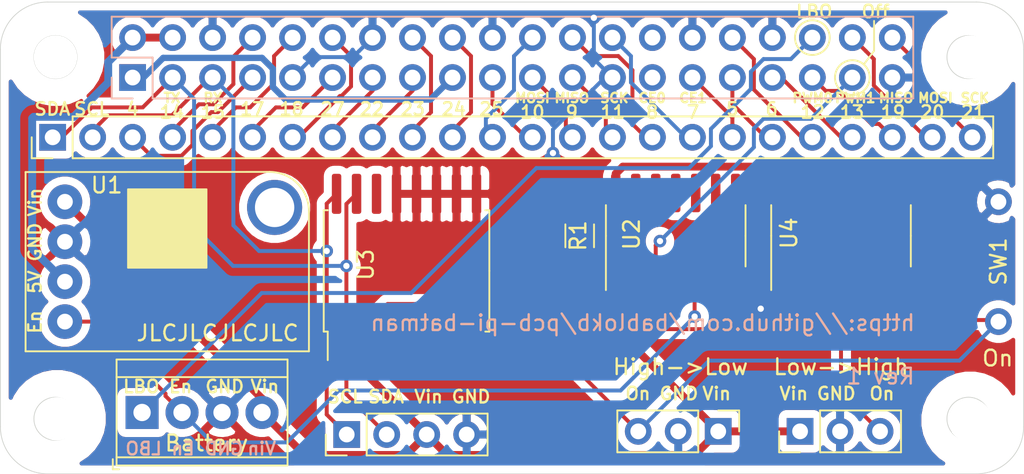
<source format=kicad_pcb>
(kicad_pcb (version 20171130) (host pcbnew 5.1.7-5.1.7)

  (general
    (thickness 1.6)
    (drawings 110)
    (tracks 231)
    (zones 0)
    (modules 16)
    (nets 56)
  )

  (page A4)
  (title_block
    (title "Pi Battery Management")
    (date 2020-09-26)
    (rev 1)
    (company "Bernhard Bablok")
    (comment 1 https://github.com/bablokb/pcb-pi-batman)
  )

  (layers
    (0 F.Cu signal)
    (31 B.Cu signal)
    (32 B.Adhes user)
    (33 F.Adhes user)
    (34 B.Paste user)
    (35 F.Paste user)
    (36 B.SilkS user)
    (37 F.SilkS user)
    (38 B.Mask user)
    (39 F.Mask user)
    (40 Dwgs.User user hide)
    (41 Cmts.User user)
    (42 Eco1.User user)
    (43 Eco2.User user)
    (44 Edge.Cuts user)
    (45 Margin user)
    (46 B.CrtYd user)
    (47 F.CrtYd user)
    (48 B.Fab user)
    (49 F.Fab user hide)
  )

  (setup
    (last_trace_width 0.25)
    (trace_clearance 0.2)
    (zone_clearance 0.508)
    (zone_45_only no)
    (trace_min 0.2)
    (via_size 0.8)
    (via_drill 0.4)
    (via_min_size 0.4)
    (via_min_drill 0.3)
    (uvia_size 0.3)
    (uvia_drill 0.1)
    (uvias_allowed no)
    (uvia_min_size 0.2)
    (uvia_min_drill 0.1)
    (edge_width 0.05)
    (segment_width 0.2)
    (pcb_text_width 0.3)
    (pcb_text_size 1.5 1.5)
    (mod_edge_width 0.12)
    (mod_text_size 1 1)
    (mod_text_width 0.15)
    (pad_size 1.524 1.524)
    (pad_drill 0.762)
    (pad_to_mask_clearance 0)
    (aux_axis_origin 0 0)
    (visible_elements 7FFFFFFF)
    (pcbplotparams
      (layerselection 0x010f0_ffffffff)
      (usegerberextensions false)
      (usegerberattributes false)
      (usegerberadvancedattributes false)
      (creategerberjobfile false)
      (excludeedgelayer true)
      (linewidth 0.100000)
      (plotframeref false)
      (viasonmask false)
      (mode 1)
      (useauxorigin false)
      (hpglpennumber 1)
      (hpglpenspeed 20)
      (hpglpendiameter 15.000000)
      (psnegative false)
      (psa4output false)
      (plotreference true)
      (plotvalue false)
      (plotinvisibletext false)
      (padsonsilk true)
      (subtractmaskfromsilk false)
      (outputformat 1)
      (mirror false)
      (drillshape 0)
      (scaleselection 1)
      (outputdirectory "gerber"))
  )

  (net 0 "")
  (net 1 "/GPIO21(SPI1_SCK)")
  (net 2 GND)
  (net 3 "/GPIO20(SPI1_MOSI)")
  (net 4 /GPIO26)
  (net 5 /GPIO16)
  (net 6 "/GPIO19(SPI1_MISO)")
  (net 7 "/GPIO13(PWM1)")
  (net 8 "/GPIO12(PWM0)")
  (net 9 /GPIO6)
  (net 10 /GPIO5)
  (net 11 /ID_SC)
  (net 12 /ID_SD)
  (net 13 "/GPIO7(SPI0_CE_1)")
  (net 14 "/GPIO8(SPI0_CE_0)")
  (net 15 "/GPIO11(SPI0_SCK)")
  (net 16 "/GPIO25(GEN6)")
  (net 17 "/GPIO9(SPI0_MISO)")
  (net 18 "/GPIO10(SPI0_MOSI)")
  (net 19 "/GPIO24(GEN5)")
  (net 20 +3V3)
  (net 21 "/GPIO23(GEN4)")
  (net 22 "/GPIO22(GEN3)")
  (net 23 "/GPIO27(GEN2)")
  (net 24 "/GPIO18(GEN1)(PWM0)")
  (net 25 "/GPIO17(GEN0)")
  (net 26 "/GPIO15(RXD0)")
  (net 27 "/GPIO14(TXD0)")
  (net 28 "/GPIO4(GCLK)")
  (net 29 "/GPIO3(SCL1)")
  (net 30 +5V)
  (net 31 "/GPIO2(SDA1)")
  (net 32 /Vin)
  (net 33 /1~PRE)
  (net 34 "Net-(U1-Pad5)")
  (net 35 /En)
  (net 36 "Net-(U2-Pad13)")
  (net 37 "Net-(U2-Pad2)")
  (net 38 "Net-(U2-Pad12)")
  (net 39 "Net-(U2-Pad11)")
  (net 40 "Net-(U2-Pad10)")
  (net 41 "Net-(U2-Pad9)")
  (net 42 "Net-(U2-Pad8)")
  (net 43 "Net-(U3-Pad14)")
  (net 44 "Net-(U3-Pad4)")
  (net 45 "Net-(U3-Pad1)")
  (net 46 "Net-(U4-Pad13)")
  (net 47 "Net-(U4-Pad6)")
  (net 48 "Net-(U4-Pad12)")
  (net 49 "Net-(U4-Pad5)")
  (net 50 "Net-(U4-Pad11)")
  (net 51 "Net-(J3-Pad3)")
  (net 52 "Net-(U4-Pad10)")
  (net 53 "Net-(U4-Pad9)")
  (net 54 "Net-(U4-Pad2)")
  (net 55 "Net-(U4-Pad8)")

  (net_class Default "This is the default net class."
    (clearance 0.2)
    (trace_width 0.25)
    (via_dia 0.8)
    (via_drill 0.4)
    (uvia_dia 0.3)
    (uvia_drill 0.1)
    (add_net /1~PRE)
    (add_net /En)
    (add_net "/GPIO10(SPI0_MOSI)")
    (add_net "/GPIO11(SPI0_SCK)")
    (add_net "/GPIO12(PWM0)")
    (add_net "/GPIO13(PWM1)")
    (add_net "/GPIO14(TXD0)")
    (add_net "/GPIO15(RXD0)")
    (add_net /GPIO16)
    (add_net "/GPIO17(GEN0)")
    (add_net "/GPIO18(GEN1)(PWM0)")
    (add_net "/GPIO19(SPI1_MISO)")
    (add_net "/GPIO2(SDA1)")
    (add_net "/GPIO20(SPI1_MOSI)")
    (add_net "/GPIO21(SPI1_SCK)")
    (add_net "/GPIO22(GEN3)")
    (add_net "/GPIO23(GEN4)")
    (add_net "/GPIO24(GEN5)")
    (add_net "/GPIO25(GEN6)")
    (add_net /GPIO26)
    (add_net "/GPIO27(GEN2)")
    (add_net "/GPIO3(SCL1)")
    (add_net "/GPIO4(GCLK)")
    (add_net /GPIO5)
    (add_net /GPIO6)
    (add_net "/GPIO7(SPI0_CE_1)")
    (add_net "/GPIO8(SPI0_CE_0)")
    (add_net "/GPIO9(SPI0_MISO)")
    (add_net /ID_SC)
    (add_net /ID_SD)
    (add_net GND)
    (add_net "Net-(J3-Pad3)")
    (add_net "Net-(U1-Pad5)")
    (add_net "Net-(U2-Pad10)")
    (add_net "Net-(U2-Pad11)")
    (add_net "Net-(U2-Pad12)")
    (add_net "Net-(U2-Pad13)")
    (add_net "Net-(U2-Pad2)")
    (add_net "Net-(U2-Pad8)")
    (add_net "Net-(U2-Pad9)")
    (add_net "Net-(U3-Pad1)")
    (add_net "Net-(U3-Pad14)")
    (add_net "Net-(U3-Pad4)")
    (add_net "Net-(U4-Pad10)")
    (add_net "Net-(U4-Pad11)")
    (add_net "Net-(U4-Pad12)")
    (add_net "Net-(U4-Pad13)")
    (add_net "Net-(U4-Pad2)")
    (add_net "Net-(U4-Pad5)")
    (add_net "Net-(U4-Pad6)")
    (add_net "Net-(U4-Pad8)")
    (add_net "Net-(U4-Pad9)")
  )

  (net_class +3,3V ""
    (clearance 0.2)
    (trace_width 0.4)
    (via_dia 0.8)
    (via_drill 0.4)
    (uvia_dia 0.3)
    (uvia_drill 0.1)
    (add_net +3V3)
  )

  (net_class +5V ""
    (clearance 0.2)
    (trace_width 0.5)
    (via_dia 0.8)
    (via_drill 0.4)
    (uvia_dia 0.3)
    (uvia_drill 0.1)
    (add_net +5V)
    (add_net /Vin)
  )

  (module Resistor_SMD:R_1206_3216Metric_Pad1.30x1.75mm_HandSolder (layer F.Cu) (tedit 5F68FEEE) (tstamp 5F7B4AA2)
    (at 86.8 63.865 90)
    (descr "Resistor SMD 1206 (3216 Metric), square (rectangular) end terminal, IPC_7351 nominal with elongated pad for handsoldering. (Body size source: IPC-SM-782 page 72, https://www.pcb-3d.com/wordpress/wp-content/uploads/ipc-sm-782a_amendment_1_and_2.pdf), generated with kicad-footprint-generator")
    (tags "resistor handsolder")
    (path /5F756DB6)
    (attr smd)
    (fp_text reference R1 (at 0 -0.1 90) (layer F.SilkS)
      (effects (font (size 1 1) (thickness 0.15)))
    )
    (fp_text value 10K (at 0 1.82 90) (layer F.Fab)
      (effects (font (size 1 1) (thickness 0.15)))
    )
    (fp_line (start 2.45 1.12) (end -2.45 1.12) (layer F.CrtYd) (width 0.05))
    (fp_line (start 2.45 -1.12) (end 2.45 1.12) (layer F.CrtYd) (width 0.05))
    (fp_line (start -2.45 -1.12) (end 2.45 -1.12) (layer F.CrtYd) (width 0.05))
    (fp_line (start -2.45 1.12) (end -2.45 -1.12) (layer F.CrtYd) (width 0.05))
    (fp_line (start -0.727064 0.91) (end 0.727064 0.91) (layer F.SilkS) (width 0.12))
    (fp_line (start -0.727064 -0.91) (end 0.727064 -0.91) (layer F.SilkS) (width 0.12))
    (fp_line (start 1.6 0.8) (end -1.6 0.8) (layer F.Fab) (width 0.1))
    (fp_line (start 1.6 -0.8) (end 1.6 0.8) (layer F.Fab) (width 0.1))
    (fp_line (start -1.6 -0.8) (end 1.6 -0.8) (layer F.Fab) (width 0.1))
    (fp_line (start -1.6 0.8) (end -1.6 -0.8) (layer F.Fab) (width 0.1))
    (fp_text user %R (at 0 0 90) (layer F.Fab)
      (effects (font (size 0.8 0.8) (thickness 0.12)))
    )
    (pad 2 smd roundrect (at 1.55 0 90) (size 1.3 1.75) (layers F.Cu F.Paste F.Mask) (roundrect_rratio 0.1923069230769231)
      (net 32 /Vin))
    (pad 1 smd roundrect (at -1.55 0 90) (size 1.3 1.75) (layers F.Cu F.Paste F.Mask) (roundrect_rratio 0.1923069230769231)
      (net 33 /1~PRE))
    (model ${KISYS3DMOD}/Resistor_SMD.3dshapes/R_1206_3216Metric.wrl
      (at (xyz 0 0 0))
      (scale (xyz 1 1 1))
      (rotate (xyz 0 0 0))
    )
  )

  (module Connector_PinHeader_2.54mm:PinHeader_1x03_P2.54mm_Vertical (layer F.Cu) (tedit 59FED5CC) (tstamp 5F7B4A8B)
    (at 95.6 76.3 270)
    (descr "Through hole straight pin header, 1x03, 2.54mm pitch, single row")
    (tags "Through hole pin header THT 1x03 2.54mm single row")
    (path /5F756E15)
    (fp_text reference J8 (at 0 -2.33 90) (layer F.SilkS) hide
      (effects (font (size 1 1) (thickness 0.15)))
    )
    (fp_text value Conn_Active_Low (at 0 7.41 90) (layer F.Fab)
      (effects (font (size 1 1) (thickness 0.15)))
    )
    (fp_line (start 1.8 -1.8) (end -1.8 -1.8) (layer F.CrtYd) (width 0.05))
    (fp_line (start 1.8 6.85) (end 1.8 -1.8) (layer F.CrtYd) (width 0.05))
    (fp_line (start -1.8 6.85) (end 1.8 6.85) (layer F.CrtYd) (width 0.05))
    (fp_line (start -1.8 -1.8) (end -1.8 6.85) (layer F.CrtYd) (width 0.05))
    (fp_line (start -1.33 -1.33) (end 0 -1.33) (layer F.SilkS) (width 0.12))
    (fp_line (start -1.33 0) (end -1.33 -1.33) (layer F.SilkS) (width 0.12))
    (fp_line (start -1.33 1.27) (end 1.33 1.27) (layer F.SilkS) (width 0.12))
    (fp_line (start 1.33 1.27) (end 1.33 6.41) (layer F.SilkS) (width 0.12))
    (fp_line (start -1.33 1.27) (end -1.33 6.41) (layer F.SilkS) (width 0.12))
    (fp_line (start -1.33 6.41) (end 1.33 6.41) (layer F.SilkS) (width 0.12))
    (fp_line (start -1.27 -0.635) (end -0.635 -1.27) (layer F.Fab) (width 0.1))
    (fp_line (start -1.27 6.35) (end -1.27 -0.635) (layer F.Fab) (width 0.1))
    (fp_line (start 1.27 6.35) (end -1.27 6.35) (layer F.Fab) (width 0.1))
    (fp_line (start 1.27 -1.27) (end 1.27 6.35) (layer F.Fab) (width 0.1))
    (fp_line (start -0.635 -1.27) (end 1.27 -1.27) (layer F.Fab) (width 0.1))
    (fp_text user %R (at 0 2.54) (layer F.Fab)
      (effects (font (size 1 1) (thickness 0.15)))
    )
    (pad 3 thru_hole oval (at 0 5.08 270) (size 1.7 1.7) (drill 1) (layers *.Cu *.Mask)
      (net 33 /1~PRE))
    (pad 2 thru_hole oval (at 0 2.54 270) (size 1.7 1.7) (drill 1) (layers *.Cu *.Mask)
      (net 2 GND))
    (pad 1 thru_hole rect (at 0 0 270) (size 1.7 1.7) (drill 1) (layers *.Cu *.Mask)
      (net 32 /Vin))
    (model ${KISYS3DMOD}/Connector_PinHeader_2.54mm.3dshapes/PinHeader_1x03_P2.54mm_Vertical.wrl
      (at (xyz 0 0 0))
      (scale (xyz 1 1 1))
      (rotate (xyz 0 0 0))
    )
  )

  (module user:SO-14_3.9x8.65mm_P1.27mm_HandSolder (layer F.Cu) (tedit 5F7C5950) (tstamp 5F7B4B53)
    (at 103.4 63.865 90)
    (descr "SO, 14 Pin (https://www.st.com/resource/en/datasheet/l6491.pdf), generated with kicad-footprint-generator ipc_gullwing_generator.py")
    (tags "SO SO")
    (path /5F7922BA)
    (attr smd)
    (fp_text reference U4 (at 0.165 -3.3 90) (layer F.SilkS)
      (effects (font (size 1 1) (thickness 0.15)))
    )
    (fp_text value 74HC03 (at 0 5.28 90) (layer F.Fab)
      (effects (font (size 1 1) (thickness 0.15)))
    )
    (fp_line (start 0 4.435) (end 1.95 4.435) (layer F.SilkS) (width 0.12))
    (fp_line (start 0 4.435) (end -1.95 4.435) (layer F.SilkS) (width 0.12))
    (fp_line (start 0 -4.435) (end 1.95 -4.435) (layer F.SilkS) (width 0.12))
    (fp_line (start 0 -4.435) (end -3.45 -4.435) (layer F.SilkS) (width 0.12))
    (fp_line (start -0.975 -4.325) (end 1.95 -4.325) (layer F.Fab) (width 0.1))
    (fp_line (start 1.95 -4.325) (end 1.95 4.325) (layer F.Fab) (width 0.1))
    (fp_line (start 1.95 4.325) (end -1.95 4.325) (layer F.Fab) (width 0.1))
    (fp_line (start -1.95 4.325) (end -1.95 -3.35) (layer F.Fab) (width 0.1))
    (fp_line (start -1.95 -3.35) (end -0.975 -4.325) (layer F.Fab) (width 0.1))
    (fp_line (start -4.2 -4.58) (end -4.2 4.58) (layer F.CrtYd) (width 0.05))
    (fp_line (start -4.2 4.58) (end 4.2 4.58) (layer F.CrtYd) (width 0.05))
    (fp_line (start 4.2 4.58) (end 4.2 -4.58) (layer F.CrtYd) (width 0.05))
    (fp_line (start 4.2 -4.58) (end -4.2 -4.58) (layer F.CrtYd) (width 0.05))
    (fp_text user %R (at 0 0 90) (layer F.Fab)
      (effects (font (size 0.98 0.98) (thickness 0.15)))
    )
    (pad 14 smd roundrect (at 2.725 -3.81 90) (size 2.45 0.6) (layers F.Cu F.Paste F.Mask) (roundrect_rratio 0.25)
      (net 32 /Vin))
    (pad 13 smd roundrect (at 2.725 -2.54 90) (size 2.45 0.6) (layers F.Cu F.Paste F.Mask) (roundrect_rratio 0.25)
      (net 46 "Net-(U4-Pad13)"))
    (pad 12 smd roundrect (at 2.725 -1.27 90) (size 2.45 0.6) (layers F.Cu F.Paste F.Mask) (roundrect_rratio 0.25)
      (net 48 "Net-(U4-Pad12)"))
    (pad 11 smd roundrect (at 2.725 0 90) (size 2.45 0.6) (layers F.Cu F.Paste F.Mask) (roundrect_rratio 0.25)
      (net 50 "Net-(U4-Pad11)"))
    (pad 10 smd roundrect (at 2.725 1.27 90) (size 2.45 0.6) (layers F.Cu F.Paste F.Mask) (roundrect_rratio 0.25)
      (net 52 "Net-(U4-Pad10)"))
    (pad 9 smd roundrect (at 2.725 2.54 90) (size 2.45 0.6) (layers F.Cu F.Paste F.Mask) (roundrect_rratio 0.25)
      (net 53 "Net-(U4-Pad9)"))
    (pad 8 smd roundrect (at 2.725 3.81 90) (size 2.45 0.6) (layers F.Cu F.Paste F.Mask) (roundrect_rratio 0.25)
      (net 55 "Net-(U4-Pad8)"))
    (pad 7 smd roundrect (at -2.725 3.81 90) (size 2.45 0.6) (layers F.Cu F.Paste F.Mask) (roundrect_rratio 0.25)
      (net 2 GND))
    (pad 6 smd roundrect (at -2.725 2.54 90) (size 2.45 0.6) (layers F.Cu F.Paste F.Mask) (roundrect_rratio 0.25)
      (net 47 "Net-(U4-Pad6)"))
    (pad 5 smd roundrect (at -2.725 1.27 90) (size 2.45 0.6) (layers F.Cu F.Paste F.Mask) (roundrect_rratio 0.25)
      (net 49 "Net-(U4-Pad5)"))
    (pad 4 smd roundrect (at -2.725 0 90) (size 2.45 0.6) (layers F.Cu F.Paste F.Mask) (roundrect_rratio 0.25)
      (net 51 "Net-(J3-Pad3)"))
    (pad 3 smd roundrect (at -2.725 -1.27 90) (size 2.45 0.6) (layers F.Cu F.Paste F.Mask) (roundrect_rratio 0.25)
      (net 33 /1~PRE))
    (pad 2 smd roundrect (at -2.725 -2.54 90) (size 2.45 0.6) (layers F.Cu F.Paste F.Mask) (roundrect_rratio 0.25)
      (net 54 "Net-(U4-Pad2)"))
    (pad 1 smd roundrect (at -2.725 -3.81 90) (size 2.45 0.6) (layers F.Cu F.Paste F.Mask) (roundrect_rratio 0.25)
      (net 51 "Net-(J3-Pad3)"))
    (model ${KISYS3DMOD}/Package_SO.3dshapes/SO-14_3.9x8.65mm_P1.27mm.wrl
      (at (xyz 0 0 0))
      (scale (xyz 1 1 1))
      (rotate (xyz 0 0 0))
    )
  )

  (module user:SOIC-16W_7.5x10.3mm_P1.27mm_HandSolder (layer F.Cu) (tedit 5F6DDED4) (tstamp 5F7B4B29)
    (at 75.8 66.095 90)
    (descr "SOIC, 16 Pin (JEDEC MS-013AA, https://www.analog.com/media/en/package-pcb-resources/package/pkg_pdf/soic_wide-rw/rw_16.pdf), generated with kicad-footprint-generator ipc_gullwing_generator.py")
    (tags "SOIC SO")
    (path /5F75DC2A)
    (attr smd)
    (fp_text reference U3 (at 0.395 -2.6 90) (layer F.SilkS)
      (effects (font (size 1 1) (thickness 0.15)))
    )
    (fp_text value DS3231M (at 0 6.1 90) (layer F.Fab)
      (effects (font (size 1 1) (thickness 0.15)))
    )
    (fp_line (start 6.43 -5.4) (end -6.43 -5.4) (layer F.CrtYd) (width 0.05))
    (fp_line (start 6.43 5.4) (end 6.43 -5.4) (layer F.CrtYd) (width 0.05))
    (fp_line (start -6.43 5.4) (end 6.43 5.4) (layer F.CrtYd) (width 0.05))
    (fp_line (start -6.43 -5.4) (end -6.43 5.4) (layer F.CrtYd) (width 0.05))
    (fp_line (start -3.75 -4.15) (end -2.75 -5.15) (layer F.Fab) (width 0.1))
    (fp_line (start -3.75 5.15) (end -3.75 -4.15) (layer F.Fab) (width 0.1))
    (fp_line (start 3.75 5.15) (end -3.75 5.15) (layer F.Fab) (width 0.1))
    (fp_line (start 3.75 -5.15) (end 3.75 5.15) (layer F.Fab) (width 0.1))
    (fp_line (start -2.75 -5.15) (end 3.75 -5.15) (layer F.Fab) (width 0.1))
    (fp_line (start -3.86 -5.005) (end -5.675 -5.005) (layer F.SilkS) (width 0.12))
    (fp_line (start -3.86 -5.26) (end -3.86 -5.005) (layer F.SilkS) (width 0.12))
    (fp_line (start 0 -5.26) (end -3.86 -5.26) (layer F.SilkS) (width 0.12))
    (fp_line (start 3.86 -5.26) (end 3.86 -5.005) (layer F.SilkS) (width 0.12))
    (fp_line (start 0 -5.26) (end 3.86 -5.26) (layer F.SilkS) (width 0.12))
    (fp_line (start -3.86 5.26) (end -3.86 5.005) (layer F.SilkS) (width 0.12))
    (fp_line (start 0 5.26) (end -3.86 5.26) (layer F.SilkS) (width 0.12))
    (fp_line (start 3.86 5.26) (end 3.86 5.005) (layer F.SilkS) (width 0.12))
    (fp_line (start 0 5.26) (end 3.86 5.26) (layer F.SilkS) (width 0.12))
    (fp_text user %R (at 0 0 90) (layer F.Fab)
      (effects (font (size 1 1) (thickness 0.15)))
    )
    (pad 16 smd roundrect (at 4.9 -4.445 90) (size 2.55 0.6) (layers F.Cu F.Paste F.Mask) (roundrect_rratio 0.25)
      (net 29 "/GPIO3(SCL1)"))
    (pad 15 smd roundrect (at 4.9 -3.175 90) (size 2.55 0.6) (layers F.Cu F.Paste F.Mask) (roundrect_rratio 0.25)
      (net 31 "/GPIO2(SDA1)"))
    (pad 14 smd roundrect (at 4.9 -1.905 90) (size 2.55 0.6) (layers F.Cu F.Paste F.Mask) (roundrect_rratio 0.25)
      (net 43 "Net-(U3-Pad14)"))
    (pad 13 smd roundrect (at 4.9 -0.635 90) (size 2.55 0.6) (layers F.Cu F.Paste F.Mask) (roundrect_rratio 0.25)
      (net 2 GND))
    (pad 12 smd roundrect (at 4.9 0.635 90) (size 2.55 0.6) (layers F.Cu F.Paste F.Mask) (roundrect_rratio 0.25)
      (net 2 GND))
    (pad 11 smd roundrect (at 4.9 1.905 90) (size 2.55 0.6) (layers F.Cu F.Paste F.Mask) (roundrect_rratio 0.25)
      (net 2 GND))
    (pad 10 smd roundrect (at 4.9 3.175 90) (size 2.55 0.6) (layers F.Cu F.Paste F.Mask) (roundrect_rratio 0.25)
      (net 2 GND))
    (pad 9 smd roundrect (at 4.9 4.445 90) (size 2.55 0.6) (layers F.Cu F.Paste F.Mask) (roundrect_rratio 0.25)
      (net 2 GND))
    (pad 8 smd roundrect (at -4.9 4.445 90) (size 2.55 0.6) (layers F.Cu F.Paste F.Mask) (roundrect_rratio 0.25)
      (net 2 GND))
    (pad 7 smd roundrect (at -4.9 3.175 90) (size 2.55 0.6) (layers F.Cu F.Paste F.Mask) (roundrect_rratio 0.25)
      (net 2 GND))
    (pad 6 smd roundrect (at -4.9 1.905 90) (size 2.55 0.6) (layers F.Cu F.Paste F.Mask) (roundrect_rratio 0.25)
      (net 2 GND))
    (pad 5 smd roundrect (at -4.9 0.635 90) (size 2.55 0.6) (layers F.Cu F.Paste F.Mask) (roundrect_rratio 0.25)
      (net 2 GND))
    (pad 4 smd roundrect (at -4.9 -0.635 90) (size 2.55 0.6) (layers F.Cu F.Paste F.Mask) (roundrect_rratio 0.25)
      (net 44 "Net-(U3-Pad4)"))
    (pad 3 smd roundrect (at -4.9 -1.905 90) (size 2.55 0.6) (layers F.Cu F.Paste F.Mask) (roundrect_rratio 0.25)
      (net 33 /1~PRE))
    (pad 2 smd roundrect (at -4.9 -3.175 90) (size 2.55 0.6) (layers F.Cu F.Paste F.Mask) (roundrect_rratio 0.25)
      (net 32 /Vin))
    (pad 1 smd roundrect (at -4.9 -4.445 90) (size 2.55 0.6) (layers F.Cu F.Paste F.Mask) (roundrect_rratio 0.25)
      (net 45 "Net-(U3-Pad1)"))
    (model ${KISYS3DMOD}/Package_SO.3dshapes/SOIC-16W_7.5x10.3mm_P1.27mm.wrl
      (at (xyz 0 0 0))
      (scale (xyz 1 1 1))
      (rotate (xyz 0 0 0))
    )
  )

  (module user:SO-14_3.9x8.65mm_P1.27mm_HandSolder (layer F.Cu) (tedit 5F7C5950) (tstamp 5F7B4B02)
    (at 92.9 63.865 90)
    (descr "SO, 14 Pin (https://www.st.com/resource/en/datasheet/l6491.pdf), generated with kicad-footprint-generator ipc_gullwing_generator.py")
    (tags "SO SO")
    (path /5F756DD1)
    (attr smd)
    (fp_text reference U2 (at 0.1 -2.8 90) (layer F.SilkS)
      (effects (font (size 1 1) (thickness 0.15)))
    )
    (fp_text value 74HCT74 (at 0 5.28 90) (layer F.Fab)
      (effects (font (size 1 1) (thickness 0.15)))
    )
    (fp_line (start 0 4.435) (end 1.95 4.435) (layer F.SilkS) (width 0.12))
    (fp_line (start 0 4.435) (end -1.95 4.435) (layer F.SilkS) (width 0.12))
    (fp_line (start 0 -4.435) (end 1.95 -4.435) (layer F.SilkS) (width 0.12))
    (fp_line (start 0 -4.435) (end -3.45 -4.435) (layer F.SilkS) (width 0.12))
    (fp_line (start -0.975 -4.325) (end 1.95 -4.325) (layer F.Fab) (width 0.1))
    (fp_line (start 1.95 -4.325) (end 1.95 4.325) (layer F.Fab) (width 0.1))
    (fp_line (start 1.95 4.325) (end -1.95 4.325) (layer F.Fab) (width 0.1))
    (fp_line (start -1.95 4.325) (end -1.95 -3.35) (layer F.Fab) (width 0.1))
    (fp_line (start -1.95 -3.35) (end -0.975 -4.325) (layer F.Fab) (width 0.1))
    (fp_line (start -4.2 -4.58) (end -4.2 4.58) (layer F.CrtYd) (width 0.05))
    (fp_line (start -4.2 4.58) (end 4.2 4.58) (layer F.CrtYd) (width 0.05))
    (fp_line (start 4.2 4.58) (end 4.2 -4.58) (layer F.CrtYd) (width 0.05))
    (fp_line (start 4.2 -4.58) (end -4.2 -4.58) (layer F.CrtYd) (width 0.05))
    (fp_text user %R (at 0 0 90) (layer F.Fab)
      (effects (font (size 0.98 0.98) (thickness 0.15)))
    )
    (pad 14 smd roundrect (at 2.725 -3.81 90) (size 2.45 0.6) (layers F.Cu F.Paste F.Mask) (roundrect_rratio 0.25)
      (net 32 /Vin))
    (pad 13 smd roundrect (at 2.725 -2.54 90) (size 2.45 0.6) (layers F.Cu F.Paste F.Mask) (roundrect_rratio 0.25)
      (net 36 "Net-(U2-Pad13)"))
    (pad 12 smd roundrect (at 2.725 -1.27 90) (size 2.45 0.6) (layers F.Cu F.Paste F.Mask) (roundrect_rratio 0.25)
      (net 38 "Net-(U2-Pad12)"))
    (pad 11 smd roundrect (at 2.725 0 90) (size 2.45 0.6) (layers F.Cu F.Paste F.Mask) (roundrect_rratio 0.25)
      (net 39 "Net-(U2-Pad11)"))
    (pad 10 smd roundrect (at 2.725 1.27 90) (size 2.45 0.6) (layers F.Cu F.Paste F.Mask) (roundrect_rratio 0.25)
      (net 40 "Net-(U2-Pad10)"))
    (pad 9 smd roundrect (at 2.725 2.54 90) (size 2.45 0.6) (layers F.Cu F.Paste F.Mask) (roundrect_rratio 0.25)
      (net 41 "Net-(U2-Pad9)"))
    (pad 8 smd roundrect (at 2.725 3.81 90) (size 2.45 0.6) (layers F.Cu F.Paste F.Mask) (roundrect_rratio 0.25)
      (net 42 "Net-(U2-Pad8)"))
    (pad 7 smd roundrect (at -2.725 3.81 90) (size 2.45 0.6) (layers F.Cu F.Paste F.Mask) (roundrect_rratio 0.25)
      (net 2 GND))
    (pad 6 smd roundrect (at -2.725 2.54 90) (size 2.45 0.6) (layers F.Cu F.Paste F.Mask) (roundrect_rratio 0.25)
      (net 37 "Net-(U2-Pad2)"))
    (pad 5 smd roundrect (at -2.725 1.27 90) (size 2.45 0.6) (layers F.Cu F.Paste F.Mask) (roundrect_rratio 0.25)
      (net 35 /En))
    (pad 4 smd roundrect (at -2.725 0 90) (size 2.45 0.6) (layers F.Cu F.Paste F.Mask) (roundrect_rratio 0.25)
      (net 33 /1~PRE))
    (pad 3 smd roundrect (at -2.725 -1.27 90) (size 2.45 0.6) (layers F.Cu F.Paste F.Mask) (roundrect_rratio 0.25)
      (net 4 /GPIO26))
    (pad 2 smd roundrect (at -2.725 -2.54 90) (size 2.45 0.6) (layers F.Cu F.Paste F.Mask) (roundrect_rratio 0.25)
      (net 37 "Net-(U2-Pad2)"))
    (pad 1 smd roundrect (at -2.725 -3.81 90) (size 2.45 0.6) (layers F.Cu F.Paste F.Mask) (roundrect_rratio 0.25)
      (net 32 /Vin))
    (model ${KISYS3DMOD}/Package_SO.3dshapes/SO-14_3.9x8.65mm_P1.27mm.wrl
      (at (xyz 0 0 0))
      (scale (xyz 1 1 1))
      (rotate (xyz 0 0 0))
    )
  )

  (module user:SW_PUSH_SLIM_1x4 (layer F.Cu) (tedit 5F197290) (tstamp 5F7B4AC1)
    (at 113.4 61.7 270)
    (descr "Prototyping Area")
    (tags connector)
    (path /5F756DE5)
    (attr virtual)
    (fp_text reference SW1 (at 3.8 0 90) (layer F.SilkS)
      (effects (font (size 1 1) (thickness 0.15)))
    )
    (fp_text value SW_Push (at 3.73126 2.92608 90) (layer F.Fab)
      (effects (font (size 1 1) (thickness 0.15)))
    )
    (fp_line (start 8.89 -1.27) (end 8.89 1.27) (layer F.CrtYd) (width 0.05))
    (fp_line (start -1.27 1.27) (end 8.89 1.27) (layer F.CrtYd) (width 0.05))
    (fp_line (start -1.27 -1.27) (end -1.27 1.27) (layer F.CrtYd) (width 0.05))
    (fp_line (start -1.27 -1.27) (end 8.89 -1.27) (layer F.CrtYd) (width 0.05))
    (fp_text user %R (at 1.27 1.27 90) (layer F.Fab)
      (effects (font (size 1 1) (thickness 0.15)))
    )
    (pad 2 thru_hole circle (at 7.62 0 270) (size 1.7 1.7) (drill 1) (layers *.Cu *.Mask)
      (net 33 /1~PRE))
    (pad 1 thru_hole circle (at 0 0 270) (size 1.7 1.7) (drill 1) (layers *.Cu *.Mask)
      (net 2 GND))
  )

  (module Connector_PinHeader_2.54mm:PinHeader_1x04_P2.54mm_Vertical (layer F.Cu) (tedit 59FED5CC) (tstamp 5F7B5ED1)
    (at 72 76.5 90)
    (descr "Through hole straight pin header, 1x04, 2.54mm pitch, single row")
    (tags "Through hole pin header THT 1x04 2.54mm single row")
    (path /5F760C28)
    (fp_text reference J5 (at 0 -2.33 90) (layer F.SilkS) hide
      (effects (font (size 1 1) (thickness 0.15)))
    )
    (fp_text value Conn_I2C (at 0 9.95 90) (layer F.Fab)
      (effects (font (size 1 1) (thickness 0.15)))
    )
    (fp_line (start 1.8 -1.8) (end -1.8 -1.8) (layer F.CrtYd) (width 0.05))
    (fp_line (start 1.8 9.4) (end 1.8 -1.8) (layer F.CrtYd) (width 0.05))
    (fp_line (start -1.8 9.4) (end 1.8 9.4) (layer F.CrtYd) (width 0.05))
    (fp_line (start -1.8 -1.8) (end -1.8 9.4) (layer F.CrtYd) (width 0.05))
    (fp_line (start -1.33 -1.33) (end 0 -1.33) (layer F.SilkS) (width 0.12))
    (fp_line (start -1.33 0) (end -1.33 -1.33) (layer F.SilkS) (width 0.12))
    (fp_line (start -1.33 1.27) (end 1.33 1.27) (layer F.SilkS) (width 0.12))
    (fp_line (start 1.33 1.27) (end 1.33 8.95) (layer F.SilkS) (width 0.12))
    (fp_line (start -1.33 1.27) (end -1.33 8.95) (layer F.SilkS) (width 0.12))
    (fp_line (start -1.33 8.95) (end 1.33 8.95) (layer F.SilkS) (width 0.12))
    (fp_line (start -1.27 -0.635) (end -0.635 -1.27) (layer F.Fab) (width 0.1))
    (fp_line (start -1.27 8.89) (end -1.27 -0.635) (layer F.Fab) (width 0.1))
    (fp_line (start 1.27 8.89) (end -1.27 8.89) (layer F.Fab) (width 0.1))
    (fp_line (start 1.27 -1.27) (end 1.27 8.89) (layer F.Fab) (width 0.1))
    (fp_line (start -0.635 -1.27) (end 1.27 -1.27) (layer F.Fab) (width 0.1))
    (fp_text user %R (at 0 3.81) (layer F.Fab)
      (effects (font (size 1 1) (thickness 0.15)))
    )
    (pad 4 thru_hole oval (at 0 7.62 90) (size 1.7 1.7) (drill 1) (layers *.Cu *.Mask)
      (net 2 GND))
    (pad 3 thru_hole oval (at 0 5.08 90) (size 1.7 1.7) (drill 1) (layers *.Cu *.Mask)
      (net 32 /Vin))
    (pad 2 thru_hole oval (at 0 2.54 90) (size 1.7 1.7) (drill 1) (layers *.Cu *.Mask)
      (net 31 "/GPIO2(SDA1)"))
    (pad 1 thru_hole rect (at 0 0 90) (size 1.7 1.7) (drill 1) (layers *.Cu *.Mask)
      (net 29 "/GPIO3(SCL1)"))
    (model ${KISYS3DMOD}/Connector_PinHeader_2.54mm.3dshapes/PinHeader_1x04_P2.54mm_Vertical.wrl
      (at (xyz 0 0 0))
      (scale (xyz 1 1 1))
      (rotate (xyz 0 0 0))
    )
  )

  (module TerminalBlock_TE-Connectivity:TerminalBlock_TE_282834-4_1x04_P2.54mm_Horizontal (layer F.Cu) (tedit 5B1EC513) (tstamp 5F7B5EB9)
    (at 59 75.1)
    (descr "Terminal Block TE 282834-4, 4 pins, pitch 2.54mm, size 10.620000000000001x6.5mm^2, drill diamater 1.1mm, pad diameter 2.1mm, see http://www.te.com/commerce/DocumentDelivery/DDEController?Action=showdoc&DocId=Customer+Drawing%7F282834%7FC1%7Fpdf%7FEnglish%7FENG_CD_282834_C1.pdf, script-generated using https://github.com/pointhi/kicad-footprint-generator/scripts/TerminalBlock_TE-Connectivity")
    (tags "THT Terminal Block TE 282834-4 pitch 2.54mm size 10.620000000000001x6.5mm^2 drill 1.1mm pad 2.1mm")
    (path /5F762AD7)
    (fp_text reference J4 (at 3.81 -4.37) (layer F.SilkS) hide
      (effects (font (size 1 1) (thickness 0.15)))
    )
    (fp_text value Conn_Bat (at 3.81 4.37) (layer F.Fab)
      (effects (font (size 1 1) (thickness 0.15)))
    )
    (fp_line (start 9.63 -3.75) (end -2 -3.75) (layer F.CrtYd) (width 0.05))
    (fp_line (start 9.63 3.75) (end 9.63 -3.75) (layer F.CrtYd) (width 0.05))
    (fp_line (start -2 3.75) (end 9.63 3.75) (layer F.CrtYd) (width 0.05))
    (fp_line (start -2 -3.75) (end -2 3.75) (layer F.CrtYd) (width 0.05))
    (fp_line (start -1.86 3.61) (end -1.46 3.61) (layer F.SilkS) (width 0.12))
    (fp_line (start -1.86 2.97) (end -1.86 3.61) (layer F.SilkS) (width 0.12))
    (fp_line (start 8.321 -0.835) (end 6.786 0.7) (layer F.Fab) (width 0.1))
    (fp_line (start 8.455 -0.7) (end 6.92 0.835) (layer F.Fab) (width 0.1))
    (fp_line (start 5.781 -0.835) (end 4.246 0.7) (layer F.Fab) (width 0.1))
    (fp_line (start 5.915 -0.7) (end 4.38 0.835) (layer F.Fab) (width 0.1))
    (fp_line (start 3.241 -0.835) (end 1.706 0.7) (layer F.Fab) (width 0.1))
    (fp_line (start 3.375 -0.7) (end 1.84 0.835) (layer F.Fab) (width 0.1))
    (fp_line (start 0.701 -0.835) (end -0.835 0.7) (layer F.Fab) (width 0.1))
    (fp_line (start 0.835 -0.7) (end -0.701 0.835) (layer F.Fab) (width 0.1))
    (fp_line (start 9.241 -3.37) (end 9.241 3.37) (layer F.SilkS) (width 0.12))
    (fp_line (start -1.62 -3.37) (end -1.62 3.37) (layer F.SilkS) (width 0.12))
    (fp_line (start -1.62 3.37) (end 9.241 3.37) (layer F.SilkS) (width 0.12))
    (fp_line (start -1.62 -3.37) (end 9.241 -3.37) (layer F.SilkS) (width 0.12))
    (fp_line (start -1.62 -2.25) (end 9.241 -2.25) (layer F.SilkS) (width 0.12))
    (fp_line (start -1.5 -2.25) (end 9.12 -2.25) (layer F.Fab) (width 0.1))
    (fp_line (start -1.62 2.85) (end 9.241 2.85) (layer F.SilkS) (width 0.12))
    (fp_line (start -1.5 2.85) (end 9.12 2.85) (layer F.Fab) (width 0.1))
    (fp_line (start -1.5 2.85) (end -1.5 -3.25) (layer F.Fab) (width 0.1))
    (fp_line (start -1.1 3.25) (end -1.5 2.85) (layer F.Fab) (width 0.1))
    (fp_line (start 9.12 3.25) (end -1.1 3.25) (layer F.Fab) (width 0.1))
    (fp_line (start 9.12 -3.25) (end 9.12 3.25) (layer F.Fab) (width 0.1))
    (fp_line (start -1.5 -3.25) (end 9.12 -3.25) (layer F.Fab) (width 0.1))
    (fp_circle (center 7.62 0) (end 8.72 0) (layer F.Fab) (width 0.1))
    (fp_circle (center 5.08 0) (end 6.18 0) (layer F.Fab) (width 0.1))
    (fp_circle (center 2.54 0) (end 3.64 0) (layer F.Fab) (width 0.1))
    (fp_circle (center 0 0) (end 1.1 0) (layer F.Fab) (width 0.1))
    (fp_text user %R (at 3.81 2) (layer F.Fab)
      (effects (font (size 1 1) (thickness 0.15)))
    )
    (pad 4 thru_hole circle (at 7.62 0) (size 2.1 2.1) (drill 1.1) (layers *.Cu *.Mask)
      (net 32 /Vin))
    (pad 3 thru_hole circle (at 5.08 0) (size 2.1 2.1) (drill 1.1) (layers *.Cu *.Mask)
      (net 2 GND))
    (pad 2 thru_hole circle (at 2.54 0) (size 2.1 2.1) (drill 1.1) (layers *.Cu *.Mask)
      (net 35 /En))
    (pad 1 thru_hole rect (at 0 0) (size 2.1 2.1) (drill 1.1) (layers *.Cu *.Mask)
      (net 5 /GPIO16))
    (model ${KISYS3DMOD}/TerminalBlock_TE-Connectivity.3dshapes/TerminalBlock_TE_282834-4_1x04_P2.54mm_Horizontal.wrl
      (at (xyz 0 0 0))
      (scale (xyz 1 1 1))
      (rotate (xyz 0 0 0))
    )
  )

  (module Connector_PinHeader_2.54mm:PinHeader_1x03_P2.54mm_Vertical (layer F.Cu) (tedit 59FED5CC) (tstamp 5F7B5E91)
    (at 100.8 76.3 90)
    (descr "Through hole straight pin header, 1x03, 2.54mm pitch, single row")
    (tags "Through hole pin header THT 1x03 2.54mm single row")
    (path /5F761E95)
    (fp_text reference J3 (at 0 -2.33 90) (layer F.SilkS) hide
      (effects (font (size 1 1) (thickness 0.15)))
    )
    (fp_text value Conn_Active_High (at 0 7.41 90) (layer F.Fab)
      (effects (font (size 1 1) (thickness 0.15)))
    )
    (fp_line (start 1.8 -1.8) (end -1.8 -1.8) (layer F.CrtYd) (width 0.05))
    (fp_line (start 1.8 6.85) (end 1.8 -1.8) (layer F.CrtYd) (width 0.05))
    (fp_line (start -1.8 6.85) (end 1.8 6.85) (layer F.CrtYd) (width 0.05))
    (fp_line (start -1.8 -1.8) (end -1.8 6.85) (layer F.CrtYd) (width 0.05))
    (fp_line (start -1.33 -1.33) (end 0 -1.33) (layer F.SilkS) (width 0.12))
    (fp_line (start -1.33 0) (end -1.33 -1.33) (layer F.SilkS) (width 0.12))
    (fp_line (start -1.33 1.27) (end 1.33 1.27) (layer F.SilkS) (width 0.12))
    (fp_line (start 1.33 1.27) (end 1.33 6.41) (layer F.SilkS) (width 0.12))
    (fp_line (start -1.33 1.27) (end -1.33 6.41) (layer F.SilkS) (width 0.12))
    (fp_line (start -1.33 6.41) (end 1.33 6.41) (layer F.SilkS) (width 0.12))
    (fp_line (start -1.27 -0.635) (end -0.635 -1.27) (layer F.Fab) (width 0.1))
    (fp_line (start -1.27 6.35) (end -1.27 -0.635) (layer F.Fab) (width 0.1))
    (fp_line (start 1.27 6.35) (end -1.27 6.35) (layer F.Fab) (width 0.1))
    (fp_line (start 1.27 -1.27) (end 1.27 6.35) (layer F.Fab) (width 0.1))
    (fp_line (start -0.635 -1.27) (end 1.27 -1.27) (layer F.Fab) (width 0.1))
    (fp_text user %R (at 0 2.54) (layer F.Fab)
      (effects (font (size 1 1) (thickness 0.15)))
    )
    (pad 3 thru_hole oval (at 0 5.08 90) (size 1.7 1.7) (drill 1) (layers *.Cu *.Mask)
      (net 51 "Net-(J3-Pad3)"))
    (pad 2 thru_hole oval (at 0 2.54 90) (size 1.7 1.7) (drill 1) (layers *.Cu *.Mask)
      (net 2 GND))
    (pad 1 thru_hole rect (at 0 0 90) (size 1.7 1.7) (drill 1) (layers *.Cu *.Mask)
      (net 32 /Vin))
    (model ${KISYS3DMOD}/Connector_PinHeader_2.54mm.3dshapes/PinHeader_1x03_P2.54mm_Vertical.wrl
      (at (xyz 0 0 0))
      (scale (xyz 1 1 1))
      (rotate (xyz 0 0 0))
    )
  )

  (module user:TPS61023_Breakout (layer F.Cu) (tedit 5F6F080A) (tstamp 5F7B4AD8)
    (at 54.1 61.7 270)
    (descr "TPS61023 5V Boost-Converter")
    (path /5F75A1F7)
    (fp_text reference U1 (at -1.05 -2.65 180) (layer F.SilkS)
      (effects (font (size 1 1) (thickness 0.15)))
    )
    (fp_text value TPS61023_Breakout (at 3.5 3.8 90) (layer F.Fab)
      (effects (font (size 1 1) (thickness 0.15)))
    )
    (fp_poly (pts (xy 4.2 -4) (xy -0.8 -4) (xy -0.8 -9) (xy 4.2 -9)) (layer F.SilkS) (width 0.1))
    (fp_line (start -2 2.6) (end -2 -15.6) (layer F.CrtYd) (width 0.12))
    (fp_line (start 9.6 2.6) (end -2 2.6) (layer F.CrtYd) (width 0.12))
    (fp_line (start 9.6 -15.6) (end 9.6 2.6) (layer F.CrtYd) (width 0.12))
    (fp_line (start -2 -15.6) (end 9.6 -15.6) (layer F.CrtYd) (width 0.12))
    (fp_line (start -1.89 2.5) (end -1.9 -13) (layer F.SilkS) (width 0.12))
    (fp_line (start 9.51 2.5) (end -1.89 2.5) (layer F.SilkS) (width 0.12))
    (fp_line (start 9.51 -15.5) (end 9.51 2.5) (layer F.SilkS) (width 0.12))
    (fp_line (start 0.6 -15.5) (end 9.51 -15.5) (layer F.SilkS) (width 0.12))
    (fp_arc (start 0.6 -13) (end 0.6 -15.5) (angle -90) (layer F.SilkS) (width 0.12))
    (fp_text user En (at 6.821191 1.9 90) (layer F.SilkS)
      (effects (font (size 0.8 0.8) (thickness 0.15)) (justify right))
    )
    (fp_text user 5V (at 4.281191 1.9 90) (layer F.SilkS)
      (effects (font (size 0.8 0.8) (thickness 0.15)) (justify right))
    )
    (fp_text user GND (at 1.245953 1.9 90) (layer F.SilkS)
      (effects (font (size 0.8 0.8) (thickness 0.15)) (justify right))
    )
    (fp_text user Vin (at -0.970238 1.9 90) (layer F.SilkS)
      (effects (font (size 0.8 0.8) (thickness 0.15)) (justify right))
    )
    (pad 5 thru_hole circle (at 0.36 -13.32 270) (size 3.5 3.5) (drill 2.5) (layers *.Cu *.Mask)
      (net 34 "Net-(U1-Pad5)"))
    (pad 4 thru_hole circle (at 7.62 0 270) (size 2.2 2.2) (drill 1) (layers *.Cu *.Mask)
      (net 35 /En))
    (pad 3 thru_hole circle (at 5.08 0 270) (size 2.2 2.2) (drill 1) (layers *.Cu *.Mask)
      (net 30 +5V))
    (pad 2 thru_hole circle (at 2.54 0 270) (size 2.2 2.2) (drill 1) (layers *.Cu *.Mask)
      (net 2 GND))
    (pad 1 thru_hole circle (at 0 0 270) (size 2.2 2.2) (drill 1) (layers *.Cu *.Mask)
      (net 32 /Vin))
  )

  (module Connector_PinHeader_2.54mm:PinHeader_1x24_P2.54mm_Vertical (layer F.Cu) (tedit 59FED5CC) (tstamp 5F6F6285)
    (at 53.32 57.6 90)
    (descr "Through hole straight pin header, 1x24, 2.54mm pitch, single row")
    (tags "Through hole pin header THT 1x24 2.54mm single row")
    (path /5F70BC0A)
    (fp_text reference J2 (at 0 -2.33 90) (layer F.SilkS) hide
      (effects (font (size 1 1) (thickness 0.15)))
    )
    (fp_text value Conn_01x24_Male (at 0 60.75 90) (layer F.Fab) hide
      (effects (font (size 1 1) (thickness 0.15)))
    )
    (fp_line (start 1.8 -1.8) (end -1.8 -1.8) (layer F.CrtYd) (width 0.05))
    (fp_line (start 1.8 60.2) (end 1.8 -1.8) (layer F.CrtYd) (width 0.05))
    (fp_line (start -1.8 60.2) (end 1.8 60.2) (layer F.CrtYd) (width 0.05))
    (fp_line (start -1.8 -1.8) (end -1.8 60.2) (layer F.CrtYd) (width 0.05))
    (fp_line (start -1.33 -1.33) (end 0 -1.33) (layer F.SilkS) (width 0.12))
    (fp_line (start -1.33 0) (end -1.33 -1.33) (layer F.SilkS) (width 0.12))
    (fp_line (start -1.33 1.27) (end 1.33 1.27) (layer F.SilkS) (width 0.12))
    (fp_line (start 1.33 1.27) (end 1.33 59.75) (layer F.SilkS) (width 0.12))
    (fp_line (start -1.33 1.27) (end -1.33 59.75) (layer F.SilkS) (width 0.12))
    (fp_line (start -1.33 59.75) (end 1.33 59.75) (layer F.SilkS) (width 0.12))
    (fp_line (start -1.27 -0.635) (end -0.635 -1.27) (layer F.Fab) (width 0.1))
    (fp_line (start -1.27 59.69) (end -1.27 -0.635) (layer F.Fab) (width 0.1))
    (fp_line (start 1.27 59.69) (end -1.27 59.69) (layer F.Fab) (width 0.1))
    (fp_line (start 1.27 -1.27) (end 1.27 59.69) (layer F.Fab) (width 0.1))
    (fp_line (start -0.635 -1.27) (end 1.27 -1.27) (layer F.Fab) (width 0.1))
    (fp_text user %R (at 0 29.21) (layer F.Fab)
      (effects (font (size 1 1) (thickness 0.15)))
    )
    (pad 24 thru_hole oval (at 0 58.42 90) (size 1.7 1.7) (drill 1) (layers *.Cu *.Mask)
      (net 1 "/GPIO21(SPI1_SCK)"))
    (pad 23 thru_hole oval (at 0 55.88 90) (size 1.7 1.7) (drill 1) (layers *.Cu *.Mask)
      (net 3 "/GPIO20(SPI1_MOSI)"))
    (pad 22 thru_hole oval (at 0 53.34 90) (size 1.7 1.7) (drill 1) (layers *.Cu *.Mask)
      (net 6 "/GPIO19(SPI1_MISO)"))
    (pad 21 thru_hole oval (at 0 50.8 90) (size 1.7 1.7) (drill 1) (layers *.Cu *.Mask)
      (net 7 "/GPIO13(PWM1)"))
    (pad 20 thru_hole oval (at 0 48.26 90) (size 1.7 1.7) (drill 1) (layers *.Cu *.Mask)
      (net 8 "/GPIO12(PWM0)"))
    (pad 19 thru_hole oval (at 0 45.72 90) (size 1.7 1.7) (drill 1) (layers *.Cu *.Mask)
      (net 9 /GPIO6))
    (pad 18 thru_hole oval (at 0 43.18 90) (size 1.7 1.7) (drill 1) (layers *.Cu *.Mask)
      (net 10 /GPIO5))
    (pad 17 thru_hole oval (at 0 40.64 90) (size 1.7 1.7) (drill 1) (layers *.Cu *.Mask)
      (net 13 "/GPIO7(SPI0_CE_1)"))
    (pad 16 thru_hole oval (at 0 38.1 90) (size 1.7 1.7) (drill 1) (layers *.Cu *.Mask)
      (net 14 "/GPIO8(SPI0_CE_0)"))
    (pad 15 thru_hole oval (at 0 35.56 90) (size 1.7 1.7) (drill 1) (layers *.Cu *.Mask)
      (net 15 "/GPIO11(SPI0_SCK)"))
    (pad 14 thru_hole oval (at 0 33.02 90) (size 1.7 1.7) (drill 1) (layers *.Cu *.Mask)
      (net 17 "/GPIO9(SPI0_MISO)"))
    (pad 13 thru_hole oval (at 0 30.48 90) (size 1.7 1.7) (drill 1) (layers *.Cu *.Mask)
      (net 18 "/GPIO10(SPI0_MOSI)"))
    (pad 12 thru_hole oval (at 0 27.94 90) (size 1.7 1.7) (drill 1) (layers *.Cu *.Mask)
      (net 16 "/GPIO25(GEN6)"))
    (pad 11 thru_hole oval (at 0 25.4 90) (size 1.7 1.7) (drill 1) (layers *.Cu *.Mask)
      (net 19 "/GPIO24(GEN5)"))
    (pad 10 thru_hole oval (at 0 22.86 90) (size 1.7 1.7) (drill 1) (layers *.Cu *.Mask)
      (net 21 "/GPIO23(GEN4)"))
    (pad 9 thru_hole oval (at 0 20.32 90) (size 1.7 1.7) (drill 1) (layers *.Cu *.Mask)
      (net 22 "/GPIO22(GEN3)"))
    (pad 8 thru_hole oval (at 0 17.78 90) (size 1.7 1.7) (drill 1) (layers *.Cu *.Mask)
      (net 23 "/GPIO27(GEN2)"))
    (pad 7 thru_hole oval (at 0 15.24 90) (size 1.7 1.7) (drill 1) (layers *.Cu *.Mask)
      (net 24 "/GPIO18(GEN1)(PWM0)"))
    (pad 6 thru_hole oval (at 0 12.7 90) (size 1.7 1.7) (drill 1) (layers *.Cu *.Mask)
      (net 25 "/GPIO17(GEN0)"))
    (pad 5 thru_hole oval (at 0 10.16 90) (size 1.7 1.7) (drill 1) (layers *.Cu *.Mask)
      (net 26 "/GPIO15(RXD0)"))
    (pad 4 thru_hole oval (at 0 7.62 90) (size 1.7 1.7) (drill 1) (layers *.Cu *.Mask)
      (net 27 "/GPIO14(TXD0)"))
    (pad 3 thru_hole oval (at 0 5.08 90) (size 1.7 1.7) (drill 1) (layers *.Cu *.Mask)
      (net 28 "/GPIO4(GCLK)"))
    (pad 2 thru_hole oval (at 0 2.54 90) (size 1.7 1.7) (drill 1) (layers *.Cu *.Mask)
      (net 29 "/GPIO3(SCL1)"))
    (pad 1 thru_hole rect (at 0 0 90) (size 1.7 1.7) (drill 1) (layers *.Cu *.Mask)
      (net 31 "/GPIO2(SDA1)"))
    (model ${KISYS3DMOD}/Connector_PinHeader_2.54mm.3dshapes/PinHeader_1x24_P2.54mm_Vertical.wrl
      (at (xyz 0 0 0))
      (scale (xyz 1 1 1))
      (rotate (xyz 0 0 0))
    )
  )

  (module Connector_PinSocket_2.54mm:PinSocket_2x20_P2.54mm_Vertical (layer B.Cu) (tedit 5A19A433) (tstamp 5C2616A7)
    (at 58.4 53.8 270)
    (descr "Through hole straight socket strip, 2x20, 2.54mm pitch, double cols (from Kicad 4.0.7), script generated")
    (tags "Through hole socket strip THT 2x20 2.54mm double row")
    (path /5F70BBFA)
    (fp_text reference J1 (at -1.27 2.77 270) (layer B.SilkS) hide
      (effects (font (size 1 1) (thickness 0.15)) (justify mirror))
    )
    (fp_text value Conn_02x20_Odd_Even (at -1.27 -51.03 270) (layer B.Fab) hide
      (effects (font (size 1 1) (thickness 0.15)) (justify mirror))
    )
    (fp_line (start -4.34 -50) (end -4.34 1.8) (layer B.CrtYd) (width 0.05))
    (fp_line (start 1.76 -50) (end -4.34 -50) (layer B.CrtYd) (width 0.05))
    (fp_line (start 1.76 1.8) (end 1.76 -50) (layer B.CrtYd) (width 0.05))
    (fp_line (start -4.34 1.8) (end 1.76 1.8) (layer B.CrtYd) (width 0.05))
    (fp_line (start 0 1.33) (end 1.33 1.33) (layer B.SilkS) (width 0.12))
    (fp_line (start 1.33 1.33) (end 1.33 0) (layer B.SilkS) (width 0.12))
    (fp_line (start -1.27 1.33) (end -1.27 -1.27) (layer B.SilkS) (width 0.12))
    (fp_line (start -1.27 -1.27) (end 1.33 -1.27) (layer B.SilkS) (width 0.12))
    (fp_line (start 1.33 -1.27) (end 1.33 -49.59) (layer B.SilkS) (width 0.12))
    (fp_line (start -3.87 -49.59) (end 1.33 -49.59) (layer B.SilkS) (width 0.12))
    (fp_line (start -3.87 1.33) (end -3.87 -49.59) (layer B.SilkS) (width 0.12))
    (fp_line (start -3.87 1.33) (end -1.27 1.33) (layer B.SilkS) (width 0.12))
    (fp_line (start -3.81 -49.53) (end -3.81 1.27) (layer B.Fab) (width 0.1))
    (fp_line (start 1.27 -49.53) (end -3.81 -49.53) (layer B.Fab) (width 0.1))
    (fp_line (start 1.27 0.27) (end 1.27 -49.53) (layer B.Fab) (width 0.1))
    (fp_line (start 0.27 1.27) (end 1.27 0.27) (layer B.Fab) (width 0.1))
    (fp_line (start -3.81 1.27) (end 0.27 1.27) (layer B.Fab) (width 0.1))
    (fp_text user %R (at -1.27 -24.13) (layer B.Fab)
      (effects (font (size 1 1) (thickness 0.15)) (justify mirror))
    )
    (pad 40 thru_hole oval (at -2.54 -48.26 270) (size 1.7 1.7) (drill 1) (layers *.Cu *.Mask)
      (net 1 "/GPIO21(SPI1_SCK)"))
    (pad 39 thru_hole oval (at 0 -48.26 270) (size 1.7 1.7) (drill 1) (layers *.Cu *.Mask)
      (net 2 GND))
    (pad 38 thru_hole oval (at -2.54 -45.72 270) (size 1.7 1.7) (drill 1) (layers *.Cu *.Mask)
      (net 3 "/GPIO20(SPI1_MOSI)"))
    (pad 37 thru_hole oval (at 0 -45.72 270) (size 1.7 1.7) (drill 1) (layers *.Cu *.Mask)
      (net 4 /GPIO26))
    (pad 36 thru_hole oval (at -2.54 -43.18 270) (size 1.7 1.7) (drill 1) (layers *.Cu *.Mask)
      (net 5 /GPIO16))
    (pad 35 thru_hole oval (at 0 -43.18 270) (size 1.7 1.7) (drill 1) (layers *.Cu *.Mask)
      (net 6 "/GPIO19(SPI1_MISO)"))
    (pad 34 thru_hole oval (at -2.54 -40.64 270) (size 1.7 1.7) (drill 1) (layers *.Cu *.Mask)
      (net 2 GND))
    (pad 33 thru_hole oval (at 0 -40.64 270) (size 1.7 1.7) (drill 1) (layers *.Cu *.Mask)
      (net 7 "/GPIO13(PWM1)"))
    (pad 32 thru_hole oval (at -2.54 -38.1 270) (size 1.7 1.7) (drill 1) (layers *.Cu *.Mask)
      (net 8 "/GPIO12(PWM0)"))
    (pad 31 thru_hole oval (at 0 -38.1 270) (size 1.7 1.7) (drill 1) (layers *.Cu *.Mask)
      (net 9 /GPIO6))
    (pad 30 thru_hole oval (at -2.54 -35.56 270) (size 1.7 1.7) (drill 1) (layers *.Cu *.Mask)
      (net 2 GND))
    (pad 29 thru_hole oval (at 0 -35.56 270) (size 1.7 1.7) (drill 1) (layers *.Cu *.Mask)
      (net 10 /GPIO5))
    (pad 28 thru_hole oval (at -2.54 -33.02 270) (size 1.7 1.7) (drill 1) (layers *.Cu *.Mask)
      (net 11 /ID_SC))
    (pad 27 thru_hole oval (at 0 -33.02 270) (size 1.7 1.7) (drill 1) (layers *.Cu *.Mask)
      (net 12 /ID_SD))
    (pad 26 thru_hole oval (at -2.54 -30.48 270) (size 1.7 1.7) (drill 1) (layers *.Cu *.Mask)
      (net 13 "/GPIO7(SPI0_CE_1)"))
    (pad 25 thru_hole oval (at 0 -30.48 270) (size 1.7 1.7) (drill 1) (layers *.Cu *.Mask)
      (net 2 GND))
    (pad 24 thru_hole oval (at -2.54 -27.94 270) (size 1.7 1.7) (drill 1) (layers *.Cu *.Mask)
      (net 14 "/GPIO8(SPI0_CE_0)"))
    (pad 23 thru_hole oval (at 0 -27.94 270) (size 1.7 1.7) (drill 1) (layers *.Cu *.Mask)
      (net 15 "/GPIO11(SPI0_SCK)"))
    (pad 22 thru_hole oval (at -2.54 -25.4 270) (size 1.7 1.7) (drill 1) (layers *.Cu *.Mask)
      (net 16 "/GPIO25(GEN6)"))
    (pad 21 thru_hole oval (at 0 -25.4 270) (size 1.7 1.7) (drill 1) (layers *.Cu *.Mask)
      (net 17 "/GPIO9(SPI0_MISO)"))
    (pad 20 thru_hole oval (at -2.54 -22.86 270) (size 1.7 1.7) (drill 1) (layers *.Cu *.Mask)
      (net 2 GND))
    (pad 19 thru_hole oval (at 0 -22.86 270) (size 1.7 1.7) (drill 1) (layers *.Cu *.Mask)
      (net 18 "/GPIO10(SPI0_MOSI)"))
    (pad 18 thru_hole oval (at -2.54 -20.32 270) (size 1.7 1.7) (drill 1) (layers *.Cu *.Mask)
      (net 19 "/GPIO24(GEN5)"))
    (pad 17 thru_hole oval (at 0 -20.32 270) (size 1.7 1.7) (drill 1) (layers *.Cu *.Mask)
      (net 20 +3V3))
    (pad 16 thru_hole oval (at -2.54 -17.78 270) (size 1.7 1.7) (drill 1) (layers *.Cu *.Mask)
      (net 21 "/GPIO23(GEN4)"))
    (pad 15 thru_hole oval (at 0 -17.78 270) (size 1.7 1.7) (drill 1) (layers *.Cu *.Mask)
      (net 22 "/GPIO22(GEN3)"))
    (pad 14 thru_hole oval (at -2.54 -15.24 270) (size 1.7 1.7) (drill 1) (layers *.Cu *.Mask)
      (net 2 GND))
    (pad 13 thru_hole oval (at 0 -15.24 270) (size 1.7 1.7) (drill 1) (layers *.Cu *.Mask)
      (net 23 "/GPIO27(GEN2)"))
    (pad 12 thru_hole oval (at -2.54 -12.7 270) (size 1.7 1.7) (drill 1) (layers *.Cu *.Mask)
      (net 24 "/GPIO18(GEN1)(PWM0)"))
    (pad 11 thru_hole oval (at 0 -12.7 270) (size 1.7 1.7) (drill 1) (layers *.Cu *.Mask)
      (net 25 "/GPIO17(GEN0)"))
    (pad 10 thru_hole oval (at -2.54 -10.16 270) (size 1.7 1.7) (drill 1) (layers *.Cu *.Mask)
      (net 26 "/GPIO15(RXD0)"))
    (pad 9 thru_hole oval (at 0 -10.16 270) (size 1.7 1.7) (drill 1) (layers *.Cu *.Mask)
      (net 2 GND))
    (pad 8 thru_hole oval (at -2.54 -7.62 270) (size 1.7 1.7) (drill 1) (layers *.Cu *.Mask)
      (net 27 "/GPIO14(TXD0)"))
    (pad 7 thru_hole oval (at 0 -7.62 270) (size 1.7 1.7) (drill 1) (layers *.Cu *.Mask)
      (net 28 "/GPIO4(GCLK)"))
    (pad 6 thru_hole oval (at -2.54 -5.08 270) (size 1.7 1.7) (drill 1) (layers *.Cu *.Mask)
      (net 2 GND))
    (pad 5 thru_hole oval (at 0 -5.08 270) (size 1.7 1.7) (drill 1) (layers *.Cu *.Mask)
      (net 29 "/GPIO3(SCL1)"))
    (pad 4 thru_hole oval (at -2.54 -2.54 270) (size 1.7 1.7) (drill 1) (layers *.Cu *.Mask)
      (net 30 +5V))
    (pad 3 thru_hole oval (at 0 -2.54 270) (size 1.7 1.7) (drill 1) (layers *.Cu *.Mask)
      (net 31 "/GPIO2(SDA1)"))
    (pad 2 thru_hole oval (at -2.54 0 270) (size 1.7 1.7) (drill 1) (layers *.Cu *.Mask)
      (net 30 +5V))
    (pad 1 thru_hole rect (at 0 0 270) (size 1.7 1.7) (drill 1) (layers *.Cu *.Mask)
      (net 20 +3V3))
    (model ${KISYS3DMOD}/Connector_PinSocket_2.54mm.3dshapes/PinSocket_2x20_P2.54mm_Vertical.wrl
      (at (xyz 0 0 0))
      (scale (xyz 1 1 1))
      (rotate (xyz 0 0 0))
    )
  )

  (module RPi_Hat:RPi_Hat_Mounting_Hole locked (layer F.Cu) (tedit 55217C7B) (tstamp 5C471D7E)
    (at 53.5 52.5)
    (descr "Mounting hole, Befestigungsbohrung, 2,7mm, No Annular, Kein Restring,")
    (tags "Mounting hole, Befestigungsbohrung, 2,7mm, No Annular, Kein Restring,")
    (fp_text reference "" (at 0 -4.0005) (layer F.SilkS) hide
      (effects (font (size 1 1) (thickness 0.15)))
    )
    (fp_text value "" (at 0.09906 3.59918) (layer F.Fab) hide
      (effects (font (size 1 1) (thickness 0.15)))
    )
    (fp_circle (center 0 0) (end 3.1 0) (layer B.CrtYd) (width 0.15))
    (fp_circle (center 0 0) (end 3.1 0) (layer F.CrtYd) (width 0.15))
    (fp_circle (center 0 0) (end 1.375 0) (layer B.Fab) (width 0.15))
    (fp_circle (center 0 0) (end 3.1 0) (layer B.Fab) (width 0.15))
    (fp_circle (center 0 0) (end 3.1 0) (layer F.Fab) (width 0.15))
    (fp_circle (center 0 0) (end 1.375 0) (layer F.Fab) (width 0.15))
    (pad "" np_thru_hole circle (at 0 0) (size 2.75 2.75) (drill 2.75) (layers *.Cu *.Mask)
      (solder_mask_margin 1.725) (clearance 1.725))
  )

  (module RPi_Hat:RPi_Hat_Mounting_Hole locked (layer F.Cu) (tedit 55217C7B) (tstamp 5C471D7E)
    (at 53.6 75.5)
    (descr "Mounting hole, Befestigungsbohrung, 2,7mm, No Annular, Kein Restring,")
    (tags "Mounting hole, Befestigungsbohrung, 2,7mm, No Annular, Kein Restring,")
    (fp_text reference "" (at 0 -4.0005) (layer F.SilkS) hide
      (effects (font (size 1 1) (thickness 0.15)))
    )
    (fp_text value "" (at 0.09906 3.59918) (layer F.Fab) hide
      (effects (font (size 1 1) (thickness 0.15)))
    )
    (fp_circle (center 0 0) (end 3.1 0) (layer B.CrtYd) (width 0.15))
    (fp_circle (center 0 0) (end 3.1 0) (layer F.CrtYd) (width 0.15))
    (fp_circle (center 0 0) (end 1.375 0) (layer B.Fab) (width 0.15))
    (fp_circle (center 0 0) (end 3.1 0) (layer B.Fab) (width 0.15))
    (fp_circle (center 0 0) (end 3.1 0) (layer F.Fab) (width 0.15))
    (fp_circle (center 0 0) (end 1.375 0) (layer F.Fab) (width 0.15))
    (pad "" np_thru_hole circle (at 0 0) (size 2.75 2.75) (drill 2.75) (layers *.Cu *.Mask)
      (solder_mask_margin 1.725) (clearance 1.725))
  )

  (module RPi_Hat:RPi_Hat_Mounting_Hole locked (layer F.Cu) (tedit 55217C7B) (tstamp 5C471D7E)
    (at 111.6 75.6)
    (descr "Mounting hole, Befestigungsbohrung, 2,7mm, No Annular, Kein Restring,")
    (tags "Mounting hole, Befestigungsbohrung, 2,7mm, No Annular, Kein Restring,")
    (fp_text reference "" (at 0 -4.0005) (layer F.SilkS) hide
      (effects (font (size 1 1) (thickness 0.15)))
    )
    (fp_text value "" (at 0.09906 3.59918) (layer F.Fab) hide
      (effects (font (size 1 1) (thickness 0.15)))
    )
    (fp_circle (center 0 0) (end 3.1 0) (layer B.CrtYd) (width 0.15))
    (fp_circle (center 0 0) (end 3.1 0) (layer F.CrtYd) (width 0.15))
    (fp_circle (center 0 0) (end 1.375 0) (layer B.Fab) (width 0.15))
    (fp_circle (center 0 0) (end 3.1 0) (layer B.Fab) (width 0.15))
    (fp_circle (center 0 0) (end 3.1 0) (layer F.Fab) (width 0.15))
    (fp_circle (center 0 0) (end 1.375 0) (layer F.Fab) (width 0.15))
    (pad "" np_thru_hole circle (at 0 0) (size 2.75 2.75) (drill 2.75) (layers *.Cu *.Mask)
      (solder_mask_margin 1.725) (clearance 1.725))
  )

  (module RPi_Hat:RPi_Hat_Mounting_Hole locked (layer F.Cu) (tedit 55217C7B) (tstamp 5C471D7E)
    (at 111.6 52.5)
    (descr "Mounting hole, Befestigungsbohrung, 2,7mm, No Annular, Kein Restring,")
    (tags "Mounting hole, Befestigungsbohrung, 2,7mm, No Annular, Kein Restring,")
    (fp_text reference "" (at 0 -4.0005) (layer F.SilkS) hide
      (effects (font (size 1 1) (thickness 0.15)))
    )
    (fp_text value "" (at 0.09906 3.59918) (layer F.Fab) hide
      (effects (font (size 1 1) (thickness 0.15)))
    )
    (fp_circle (center 0 0) (end 3.1 0) (layer B.CrtYd) (width 0.15))
    (fp_circle (center 0 0) (end 3.1 0) (layer F.CrtYd) (width 0.15))
    (fp_circle (center 0 0) (end 1.375 0) (layer B.Fab) (width 0.15))
    (fp_circle (center 0 0) (end 3.1 0) (layer B.Fab) (width 0.15))
    (fp_circle (center 0 0) (end 3.1 0) (layer F.Fab) (width 0.15))
    (fp_circle (center 0 0) (end 1.375 0) (layer F.Fab) (width 0.15))
    (pad "" np_thru_hole circle (at 0 0) (size 2.75 2.75) (drill 2.75) (layers *.Cu *.Mask)
      (solder_mask_margin 1.725) (clearance 1.725))
  )

  (gr_text JLCJLCJLCJLC (at 63.8 70.05) (layer F.SilkS)
    (effects (font (size 1 1) (thickness 0.15)))
  )
  (gr_text On (at 113.35 71.65) (layer F.SilkS) (tstamp 5F7D0C74)
    (effects (font (size 1 1) (thickness 0.15)))
  )
  (gr_text LBO (at 58.95 73.45) (layer F.SilkS) (tstamp 5F7D09A5)
    (effects (font (size 0.8 0.8) (thickness 0.15)))
  )
  (gr_text En (at 61.45 73.45) (layer F.SilkS) (tstamp 5F7D09A5)
    (effects (font (size 0.8 0.8) (thickness 0.15)))
  )
  (gr_text Vin (at 66.8 73.45) (layer F.SilkS) (tstamp 5F7D08FD)
    (effects (font (size 0.8 0.8) (thickness 0.15)))
  )
  (gr_text GND (at 64.25 73.45) (layer F.SilkS) (tstamp 5F7D08FC)
    (effects (font (size 0.8 0.8) (thickness 0.15)))
  )
  (gr_text Battery (at 63.1 77.05) (layer F.SilkS) (tstamp 5F7D08F6)
    (effects (font (size 1 1) (thickness 0.15)))
  )
  (gr_circle (center 104.12 53.8) (end 105.224536 53.8) (layer F.SilkS) (width 0.12) (tstamp 5F7D06DE))
  (gr_circle (center 101.58 51.26) (end 102.684536 51.26) (layer F.SilkS) (width 0.12) (tstamp 5F7D06CE))
  (gr_line (start 105.5 52.1) (end 104.9 52.9) (layer F.SilkS) (width 0.12))
  (gr_line (start 105.5 50.2) (end 105.5 52.1) (layer F.SilkS) (width 0.12))
  (gr_text Off (at 105.6 49.6) (layer F.SilkS) (tstamp 5F7D06C4)
    (effects (font (size 0.8 0.8) (thickness 0.15)))
  )
  (gr_text LBO (at 101.7 49.6) (layer F.SilkS)
    (effects (font (size 0.8 0.8) (thickness 0.15)))
  )
  (gr_text "Rev 1" (at 105.9 72.8) (layer B.SilkS)
    (effects (font (size 1 1) (thickness 0.15)) (justify mirror))
  )
  (gr_text https://github.com/bablokb/pcb-pi-batman (at 90.8 69.4) (layer B.SilkS)
    (effects (font (size 1 1) (thickness 0.15)) (justify mirror))
  )
  (gr_text LBO (at 59.1 77.4) (layer B.SilkS) (tstamp 5F7CF830)
    (effects (font (size 0.8 0.8) (thickness 0.15)) (justify mirror))
  )
  (gr_text En (at 61.6 77.4) (layer B.SilkS) (tstamp 5F7CF830)
    (effects (font (size 0.8 0.8) (thickness 0.15)) (justify mirror))
  )
  (gr_text GND (at 64.2 77.4) (layer B.SilkS) (tstamp 5F7CF830)
    (effects (font (size 0.8 0.8) (thickness 0.15)) (justify mirror))
  )
  (gr_text Vin (at 66.6 77.4) (layer B.SilkS)
    (effects (font (size 0.8 0.8) (thickness 0.15)) (justify mirror))
  )
  (gr_text On (at 106 73.9) (layer F.SilkS) (tstamp 5F7CF82C)
    (effects (font (size 0.8 0.8) (thickness 0.15)))
  )
  (gr_text On (at 90.5 73.9) (layer F.SilkS) (tstamp 5F7CF829)
    (effects (font (size 0.8 0.8) (thickness 0.15)))
  )
  (gr_text Vin (at 100.4 73.9) (layer F.SilkS) (tstamp 5F7CF81C)
    (effects (font (size 0.8 0.8) (thickness 0.15)))
  )
  (gr_text GND (at 103.1 73.9) (layer F.SilkS) (tstamp 5F7CF81B)
    (effects (font (size 0.8 0.8) (thickness 0.15)))
  )
  (gr_text Vin (at 95.5 73.9) (layer F.SilkS) (tstamp 5F7CF81C)
    (effects (font (size 0.8 0.8) (thickness 0.15)))
  )
  (gr_text GND (at 93.1 73.9) (layer F.SilkS) (tstamp 5F7CF81B)
    (effects (font (size 0.8 0.8) (thickness 0.15)))
  )
  (gr_text GND (at 79.9 74.1) (layer F.SilkS) (tstamp 5F7CF800)
    (effects (font (size 0.8 0.8) (thickness 0.15)))
  )
  (gr_text Vin (at 77.2 74.1) (layer F.SilkS) (tstamp 5F7CF800)
    (effects (font (size 0.8 0.8) (thickness 0.15)))
  )
  (gr_text SDA (at 74.5 74.1) (layer F.SilkS) (tstamp 5F7CF800)
    (effects (font (size 0.8 0.8) (thickness 0.15)))
  )
  (gr_text SCL (at 71.9 74.1) (layer F.SilkS)
    (effects (font (size 0.8 0.8) (thickness 0.15)))
  )
  (gr_text Low->High (at 103.4 72.2) (layer F.SilkS)
    (effects (font (size 1 1) (thickness 0.15)))
  )
  (gr_text High->Low (at 93.2 72.2) (layer F.SilkS)
    (effects (font (size 1 1) (thickness 0.15)))
  )
  (gr_text RX (at 63.5 55.1) (layer F.SilkS) (tstamp 5F749041)
    (effects (font (size 0.6 0.6) (thickness 0.15)))
  )
  (gr_text TX (at 60.9 55.1) (layer F.SilkS) (tstamp 5F74903D)
    (effects (font (size 0.6 0.6) (thickness 0.15)))
  )
  (gr_text PWM1 (at 104.3 55.1) (layer F.SilkS) (tstamp 5F748FCF)
    (effects (font (size 0.6 0.6) (thickness 0.15)))
  )
  (gr_text PWM0 (at 101.6 55.1) (layer F.SilkS) (tstamp 5F748F9E)
    (effects (font (size 0.6 0.6) (thickness 0.15)))
  )
  (gr_text MISO (at 106.9 55.1) (layer F.SilkS) (tstamp 5F748F16)
    (effects (font (size 0.6 0.6) (thickness 0.15)))
  )
  (gr_text MOSI (at 109.4 55.1) (layer F.SilkS) (tstamp 5F748F15)
    (effects (font (size 0.6 0.6) (thickness 0.15)))
  )
  (gr_text SCK (at 111.9 55.1) (layer F.SilkS) (tstamp 5F748F14)
    (effects (font (size 0.6 0.6) (thickness 0.15)))
  )
  (gr_text CE1 (at 94 55.1) (layer F.SilkS) (tstamp 5F748EFA)
    (effects (font (size 0.6 0.6) (thickness 0.15)))
  )
  (gr_text CE0 (at 91.4 55.1) (layer F.SilkS) (tstamp 5F748EFA)
    (effects (font (size 0.6 0.6) (thickness 0.15)))
  )
  (gr_text SCK (at 89 55.1) (layer F.SilkS) (tstamp 5F748EFA)
    (effects (font (size 0.6 0.6) (thickness 0.15)))
  )
  (gr_text 21 (at 111.8 56) (layer F.SilkS) (tstamp 5F748316)
    (effects (font (size 0.8 0.8) (thickness 0.15)))
  )
  (gr_text 20 (at 109.2 56) (layer F.SilkS) (tstamp 5F748316)
    (effects (font (size 0.8 0.8) (thickness 0.15)))
  )
  (gr_text 19 (at 106.7 56) (layer F.SilkS) (tstamp 5F748316)
    (effects (font (size 0.8 0.8) (thickness 0.15)))
  )
  (gr_text 13 (at 104.1 56) (layer F.SilkS) (tstamp 5F748316)
    (effects (font (size 0.8 0.8) (thickness 0.15)))
  )
  (gr_text 12 (at 101.6 56) (layer F.SilkS) (tstamp 5F748316)
    (effects (font (size 0.8 0.8) (thickness 0.15)))
  )
  (gr_text 6 (at 99 55.8) (layer F.SilkS) (tstamp 5F748316)
    (effects (font (size 0.8 0.8) (thickness 0.15)))
  )
  (gr_text 5 (at 96.5 55.8) (layer F.SilkS) (tstamp 5F748316)
    (effects (font (size 0.8 0.8) (thickness 0.15)))
  )
  (gr_text 7 (at 94 56) (layer F.SilkS) (tstamp 5F748316)
    (effects (font (size 0.8 0.8) (thickness 0.15)))
  )
  (gr_text 8 (at 91.4 56) (layer F.SilkS) (tstamp 5F748316)
    (effects (font (size 0.8 0.8) (thickness 0.15)))
  )
  (gr_text 11 (at 88.9 56) (layer F.SilkS) (tstamp 5F748316)
    (effects (font (size 0.8 0.8) (thickness 0.15)))
  )
  (gr_text 9 (at 86.3 56) (layer F.SilkS) (tstamp 5F748316)
    (effects (font (size 0.8 0.8) (thickness 0.15)))
  )
  (gr_text 10 (at 83.8 56) (layer F.SilkS) (tstamp 5F748316)
    (effects (font (size 0.8 0.8) (thickness 0.15)))
  )
  (gr_text MISO (at 86.3 55.1) (layer F.SilkS) (tstamp 5F748316)
    (effects (font (size 0.6 0.6) (thickness 0.15)))
  )
  (gr_text MOSI (at 83.8 55.1) (layer F.SilkS) (tstamp 5F748316)
    (effects (font (size 0.6 0.6) (thickness 0.15)))
  )
  (gr_text 25 (at 81.2 55.8) (layer F.SilkS) (tstamp 5F748316)
    (effects (font (size 0.8 0.8) (thickness 0.15)))
  )
  (gr_text 24 (at 78.8 55.8) (layer F.SilkS) (tstamp 5F748316)
    (effects (font (size 0.8 0.8) (thickness 0.15)))
  )
  (gr_text 23 (at 76.2 55.8) (layer F.SilkS) (tstamp 5F748316)
    (effects (font (size 0.8 0.8) (thickness 0.15)))
  )
  (gr_text 22 (at 73.6 55.8) (layer F.SilkS) (tstamp 5F748316)
    (effects (font (size 0.8 0.8) (thickness 0.15)))
  )
  (gr_text 27 (at 71.1 55.8) (layer F.SilkS) (tstamp 5F748316)
    (effects (font (size 0.8 0.8) (thickness 0.15)))
  )
  (gr_text 18 (at 68.5 55.8) (layer F.SilkS) (tstamp 5F748316)
    (effects (font (size 0.8 0.8) (thickness 0.15)))
  )
  (gr_text 17 (at 66 55.8) (layer F.SilkS) (tstamp 5F748316)
    (effects (font (size 0.8 0.8) (thickness 0.15)))
  )
  (gr_text 15 (at 63.5 56) (layer F.SilkS) (tstamp 5F749032)
    (effects (font (size 0.8 0.8) (thickness 0.15)))
  )
  (gr_text 14 (at 60.9 56) (layer F.SilkS) (tstamp 5F748316)
    (effects (font (size 0.8 0.8) (thickness 0.15)))
  )
  (gr_text 4 (at 58.4 55.8) (layer F.SilkS) (tstamp 5F748316)
    (effects (font (size 0.8 0.8) (thickness 0.15)))
  )
  (gr_text SCL (at 55.8 55.8) (layer F.SilkS) (tstamp 5F748316)
    (effects (font (size 0.8 0.8) (thickness 0.15)))
  )
  (gr_text SDA (at 53.3 55.8) (layer F.SilkS)
    (effects (font (size 0.8 0.8) (thickness 0.15)))
  )
  (gr_circle (center 53.5 52.5) (end 56.5 52.5) (layer F.CrtYd) (width 0.05))
  (gr_circle (center 53.5 75.5) (end 56.5 75.5) (layer B.CrtYd) (width 0.05) (tstamp 5C22B5C3))
  (gr_circle (center 53.5 75.5) (end 56.5 75.5) (layer F.CrtYd) (width 0.05) (tstamp 5C225B9C))
  (gr_circle (center 53.5 52.5) (end 56.5 52.5) (layer B.CrtYd) (width 0.05) (tstamp 5C22B5C3))
  (gr_circle (center 111.5 52.5) (end 114.5 52.5) (layer B.CrtYd) (width 0.05) (tstamp 5C22B5C3))
  (gr_circle (center 111.5 52.5) (end 114.5 52.5) (layer F.CrtYd) (width 0.05) (tstamp 5C225B9C))
  (gr_circle (center 111.5 75.5) (end 114.5 75.5) (layer B.CrtYd) (width 0.05) (tstamp 5C22B5C3))
  (gr_circle (center 111.5 75.5) (end 114.5 75.5) (layer F.CrtYd) (width 0.05) (tstamp 5C225B9C))
  (dimension 23.000014 (width 0.15) (layer Dwgs.User)
    (gr_text "23.000 mm" (at 124.336968 64.01394 89.937722) (layer Dwgs.User)
      (effects (font (size 1 1) (thickness 0.15)))
    )
    (feature1 (pts (xy 111.5 75.5) (xy 123.61089 75.513164)))
    (feature2 (pts (xy 111.525 52.5) (xy 123.63589 52.513164)))
    (crossbar (pts (xy 123.049469 52.512527) (xy 123.024469 75.512527)))
    (arrow1a (pts (xy 123.024469 75.512527) (xy 122.439273 74.385386)))
    (arrow1b (pts (xy 123.024469 75.512527) (xy 123.612114 74.386661)))
    (arrow2a (pts (xy 123.049469 52.512527) (xy 122.461824 53.638393)))
    (arrow2b (pts (xy 123.049469 52.512527) (xy 123.634665 53.639668)))
  )
  (gr_text PP1 (at 104 70.7) (layer Dwgs.User)
    (effects (font (size 1 1) (thickness 0.15)))
  )
  (gr_text PP6 (at 104.2 77.4) (layer Dwgs.User)
    (effects (font (size 1 1) (thickness 0.15)))
  )
  (gr_circle (center 103.8 72.7) (end 104.4 73.5) (layer Dwgs.User) (width 0.15))
  (gr_circle (center 104.1 75.3) (end 104.9 75.9) (layer Dwgs.User) (width 0.15))
  (dimension 11.2 (width 0.15) (layer Dwgs.User)
    (gr_text "11.200 mm" (at 109.4 96) (layer Dwgs.User)
      (effects (font (size 1 1) (thickness 0.15)))
    )
    (feature1 (pts (xy 115 72.7) (xy 115 95.286421)))
    (feature2 (pts (xy 103.8 72.7) (xy 103.8 95.286421)))
    (crossbar (pts (xy 103.8 94.7) (xy 115 94.7)))
    (arrow1a (pts (xy 115 94.7) (xy 113.873496 95.286421)))
    (arrow1b (pts (xy 115 94.7) (xy 113.873496 94.113579)))
    (arrow2a (pts (xy 103.8 94.7) (xy 104.926504 95.286421)))
    (arrow2b (pts (xy 103.8 94.7) (xy 104.926504 94.113579)))
  )
  (dimension 6.3 (width 0.15) (layer Dwgs.User)
    (gr_text "6.300 mm" (at 83.2 75.85 90) (layer Dwgs.User)
      (effects (font (size 1 1) (thickness 0.15)))
    )
    (feature1 (pts (xy 103.8 72.7) (xy 83.913579 72.7)))
    (feature2 (pts (xy 103.8 79) (xy 83.913579 79)))
    (crossbar (pts (xy 84.5 79) (xy 84.5 72.7)))
    (arrow1a (pts (xy 84.5 72.7) (xy 85.086421 73.826504)))
    (arrow1b (pts (xy 84.5 72.7) (xy 83.913579 73.826504)))
    (arrow2a (pts (xy 84.5 79) (xy 85.086421 77.873496)))
    (arrow2b (pts (xy 84.5 79) (xy 83.913579 77.873496)))
  )
  (dimension 10.9 (width 0.15) (layer Dwgs.User)
    (gr_text "10.900 mm" (at 109.55 93.3) (layer Dwgs.User)
      (effects (font (size 1 1) (thickness 0.15)))
    )
    (feature1 (pts (xy 115 75.3) (xy 115 92.586421)))
    (feature2 (pts (xy 104.1 75.3) (xy 104.1 92.586421)))
    (crossbar (pts (xy 104.1 92) (xy 115 92)))
    (arrow1a (pts (xy 115 92) (xy 113.873496 92.586421)))
    (arrow1b (pts (xy 115 92) (xy 113.873496 91.413579)))
    (arrow2a (pts (xy 104.1 92) (xy 105.226504 92.586421)))
    (arrow2b (pts (xy 104.1 92) (xy 105.226504 91.413579)))
  )
  (dimension 3.7 (width 0.15) (layer Dwgs.User)
    (gr_text "3.700 mm" (at 86.7 77.15 90) (layer Dwgs.User)
      (effects (font (size 1 1) (thickness 0.15)))
    )
    (feature1 (pts (xy 104.1 75.3) (xy 87.413579 75.3)))
    (feature2 (pts (xy 104.1 79) (xy 87.413579 79)))
    (crossbar (pts (xy 88 79) (xy 88 75.3)))
    (arrow1a (pts (xy 88 75.3) (xy 88.586421 76.426504)))
    (arrow1b (pts (xy 88 75.3) (xy 87.413579 76.426504)))
    (arrow2a (pts (xy 88 79) (xy 88.586421 77.873496)))
    (arrow2b (pts (xy 88 79) (xy 87.413579 77.873496)))
  )
  (dimension 3.5 (width 0.15) (layer Dwgs.User)
    (gr_text "3.500 mm" (at 113.25 88.3) (layer Dwgs.User)
      (effects (font (size 1 1) (thickness 0.15)))
    )
    (feature1 (pts (xy 115 75.5) (xy 115 87.586421)))
    (feature2 (pts (xy 111.5 75.5) (xy 111.5 87.586421)))
    (crossbar (pts (xy 111.5 87) (xy 115 87)))
    (arrow1a (pts (xy 115 87) (xy 113.873496 87.586421)))
    (arrow1b (pts (xy 115 87) (xy 113.873496 86.413579)))
    (arrow2a (pts (xy 111.5 87) (xy 112.626504 87.586421)))
    (arrow2b (pts (xy 111.5 87) (xy 112.626504 86.413579)))
  )
  (dimension 3.5 (width 0.15) (layer Dwgs.User)
    (gr_text "3.500 mm" (at 124.349469 50.75 270) (layer Dwgs.User)
      (effects (font (size 1 1) (thickness 0.15)))
    )
    (feature1 (pts (xy 112 52.5) (xy 123.63589 52.5)))
    (feature2 (pts (xy 112 49) (xy 123.63589 49)))
    (crossbar (pts (xy 123.049469 49) (xy 123.049469 52.5)))
    (arrow1a (pts (xy 123.049469 52.5) (xy 122.463048 51.373496)))
    (arrow1b (pts (xy 123.049469 52.5) (xy 123.63589 51.373496)))
    (arrow2a (pts (xy 123.049469 49) (xy 122.463048 50.126504)))
    (arrow2b (pts (xy 123.049469 49) (xy 123.63589 50.126504)))
  )
  (dimension 3.5 (width 0.15) (layer Dwgs.User)
    (gr_text "3.500 mm" (at 124.3 77.25 270) (layer Dwgs.User)
      (effects (font (size 1 1) (thickness 0.15)))
    )
    (feature1 (pts (xy 111.5 79) (xy 123.586421 79)))
    (feature2 (pts (xy 111.5 75.5) (xy 123.586421 75.5)))
    (crossbar (pts (xy 123 75.5) (xy 123 79)))
    (arrow1a (pts (xy 123 79) (xy 122.413579 77.873496)))
    (arrow1b (pts (xy 123 79) (xy 123.586421 77.873496)))
    (arrow2a (pts (xy 123 75.5) (xy 122.413579 76.626504)))
    (arrow2b (pts (xy 123 75.5) (xy 123.586421 76.626504)))
  )
  (dimension 3.5 (width 0.15) (layer Dwgs.User)
    (gr_text "3.500 mm" (at 44.55 77.25 270) (layer Dwgs.User)
      (effects (font (size 1 1) (thickness 0.15)))
    )
    (feature1 (pts (xy 53.5 79) (xy 45.263579 79)))
    (feature2 (pts (xy 53.5 75.5) (xy 45.263579 75.5)))
    (crossbar (pts (xy 45.85 75.5) (xy 45.85 79)))
    (arrow1a (pts (xy 45.85 79) (xy 45.263579 77.873496)))
    (arrow1b (pts (xy 45.85 79) (xy 46.436421 77.873496)))
    (arrow2a (pts (xy 45.85 75.5) (xy 45.263579 76.626504)))
    (arrow2b (pts (xy 45.85 75.5) (xy 46.436421 76.626504)))
  )
  (dimension 6 (width 0.15) (layer Dwgs.User)
    (gr_text "6.000 mm" (at 40.75 52.5 270) (layer Dwgs.User)
      (effects (font (size 1 1) (thickness 0.15)))
    )
    (feature1 (pts (xy 53.5 55.5) (xy 41.463579 55.5)))
    (feature2 (pts (xy 53.5 49.5) (xy 41.463579 49.5)))
    (crossbar (pts (xy 42.05 49.5) (xy 42.05 55.5)))
    (arrow1a (pts (xy 42.05 55.5) (xy 41.463579 54.373496)))
    (arrow1b (pts (xy 42.05 55.5) (xy 42.636421 54.373496)))
    (arrow2a (pts (xy 42.05 49.5) (xy 41.463579 50.626504)))
    (arrow2b (pts (xy 42.05 49.5) (xy 42.636421 50.626504)))
  )
  (dimension 2.720328 (width 0.15) (layer Dwgs.User)
    (gr_text "2.750 mm" (at 46.475 52.489836 270) (layer Dwgs.User)
      (effects (font (size 1 1) (thickness 0.15)))
    )
    (feature1 (pts (xy 53.5 53.85) (xy 47.188579 53.85)))
    (feature2 (pts (xy 53.5 51.129672) (xy 47.188579 51.129672)))
    (crossbar (pts (xy 47.775 51.129672) (xy 47.775 53.85)))
    (arrow1a (pts (xy 47.775 53.85) (xy 47.188579 52.723496)))
    (arrow1b (pts (xy 47.775 53.85) (xy 48.361421 52.723496)))
    (arrow2a (pts (xy 47.775 51.129672) (xy 47.188579 52.256176)))
    (arrow2b (pts (xy 47.775 51.129672) (xy 48.361421 52.256176)))
  )
  (dimension 29 (width 0.15) (layer Dwgs.User)
    (gr_text "29.000 mm" (at 68 42.025) (layer Dwgs.User)
      (effects (font (size 1 1) (thickness 0.15)))
    )
    (feature1 (pts (xy 82.5 52.5) (xy 82.5 42.738579)))
    (feature2 (pts (xy 53.5 52.5) (xy 53.5 42.738579)))
    (crossbar (pts (xy 53.5 43.325) (xy 82.5 43.325)))
    (arrow1a (pts (xy 82.5 43.325) (xy 81.373496 43.911421)))
    (arrow1b (pts (xy 82.5 43.325) (xy 81.373496 42.738579)))
    (arrow2a (pts (xy 53.5 43.325) (xy 54.626504 43.911421)))
    (arrow2b (pts (xy 53.5 43.325) (xy 54.626504 42.738579)))
  )
  (dimension 65 (width 0.15) (layer Dwgs.User)
    (gr_text "65.000 mm" (at 82.5 35.1) (layer Dwgs.User)
      (effects (font (size 1 1) (thickness 0.15)))
    )
    (feature1 (pts (xy 115 52) (xy 115 35.813579)))
    (feature2 (pts (xy 50 52) (xy 50 35.813579)))
    (crossbar (pts (xy 50 36.4) (xy 115 36.4)))
    (arrow1a (pts (xy 115 36.4) (xy 113.873496 36.986421)))
    (arrow1b (pts (xy 115 36.4) (xy 113.873496 35.813579)))
    (arrow2a (pts (xy 50 36.4) (xy 51.126504 36.986421)))
    (arrow2b (pts (xy 50 36.4) (xy 51.126504 35.813579)))
  )
  (dimension 58 (width 0.15) (layer Dwgs.User)
    (gr_text "58.000 mm" (at 82.5 38.825) (layer Dwgs.User)
      (effects (font (size 1 1) (thickness 0.15)))
    )
    (feature1 (pts (xy 111.5 52.5) (xy 111.5 39.538579)))
    (feature2 (pts (xy 53.5 52.5) (xy 53.5 39.538579)))
    (crossbar (pts (xy 53.5 40.125) (xy 111.5 40.125)))
    (arrow1a (pts (xy 111.5 40.125) (xy 110.373496 40.711421)))
    (arrow1b (pts (xy 111.5 40.125) (xy 110.373496 39.538579)))
    (arrow2a (pts (xy 53.5 40.125) (xy 54.626504 40.711421)))
    (arrow2b (pts (xy 53.5 40.125) (xy 54.626504 39.538579)))
  )
  (dimension 30.00001 (width 0.15) (layer Dwgs.User)
    (gr_text "30.000 mm" (at 126.661969 63.987228 89.95225353) (layer Dwgs.User)
      (effects (font (size 1 1) (thickness 0.15)))
    )
    (feature1 (pts (xy 111.975 78.975) (xy 125.93589 78.986634)))
    (feature2 (pts (xy 112 48.975) (xy 125.96089 48.986634)))
    (crossbar (pts (xy 125.374469 48.986145) (xy 125.349469 78.986145)))
    (arrow1a (pts (xy 125.349469 78.986145) (xy 124.763987 77.859153)))
    (arrow1b (pts (xy 125.349469 78.986145) (xy 125.936828 77.86013)))
    (arrow2a (pts (xy 125.374469 48.986145) (xy 124.78711 50.11216)))
    (arrow2b (pts (xy 125.374469 48.986145) (xy 125.959951 50.113137)))
  )
  (gr_line (start 108.425 49.425) (end 56.575 49.425) (layer Dwgs.User) (width 0.15))
  (gr_line (start 108.425 55.525) (end 108.425 49.425) (layer Dwgs.User) (width 0.15))
  (gr_line (start 56.575 55.575) (end 108.425 55.525) (layer Dwgs.User) (width 0.15))
  (gr_line (start 56.575 49.45) (end 56.575 55.575) (layer Dwgs.User) (width 0.15))
  (gr_circle (center 111.5 75.5) (end 111.47 76.87) (layer Edge.Cuts) (width 0.05) (tstamp 5C225D5D))
  (gr_circle (center 111.5 52.5) (end 111.47 53.87) (layer Edge.Cuts) (width 0.05) (tstamp 5C225D5D))
  (gr_circle (center 53.5 75.5) (end 53.47 76.87) (layer Edge.Cuts) (width 0.05) (tstamp 5C225D5D))
  (gr_circle (center 53.5 52.5) (end 53.47 53.87) (layer Edge.Cuts) (width 0.05))
  (gr_arc (start 112 52) (end 115 52) (angle -90) (layer Edge.Cuts) (width 0.05))
  (gr_arc (start 112 76) (end 112 79) (angle -90) (layer Edge.Cuts) (width 0.05))
  (gr_arc (start 53 76) (end 50 76) (angle -90) (layer Edge.Cuts) (width 0.05))
  (gr_arc (start 53 52) (end 53 49) (angle -90) (layer Edge.Cuts) (width 0.05))
  (gr_line (start 50 76) (end 50 52) (layer Edge.Cuts) (width 0.05) (tstamp 5C2259F3))
  (gr_line (start 112 79) (end 53 79) (layer Edge.Cuts) (width 0.05))
  (gr_line (start 115 52) (end 115 76) (layer Edge.Cuts) (width 0.05))
  (gr_line (start 53 49) (end 112 49) (layer Edge.Cuts) (width 0.05))

  (segment (start 108.2 54.06) (end 110.890001 56.750001) (width 0.25) (layer F.Cu) (net 1))
  (segment (start 106.66 51.26) (end 108.2 52.8) (width 0.25) (layer F.Cu) (net 1))
  (segment (start 110.890001 56.750001) (end 111.74 57.6) (width 0.25) (layer F.Cu) (net 1))
  (segment (start 108.2 52.8) (end 108.2 54.06) (width 0.25) (layer F.Cu) (net 1))
  (via (at 87.7 50) (size 0.8) (drill 0.4) (layers F.Cu B.Cu) (net 2))
  (segment (start 88.88 53.8) (end 87.7 52.62) (width 0.25) (layer B.Cu) (net 2))
  (segment (start 87.7 52.62) (end 87.7 50) (width 0.25) (layer B.Cu) (net 2))
  (segment (start 72.790001 52.109999) (end 73.64 51.26) (width 0.25) (layer B.Cu) (net 2))
  (segment (start 72.4 52.5) (end 72.790001 52.109999) (width 0.25) (layer B.Cu) (net 2))
  (segment (start 68.56 53.8) (end 69.86 52.5) (width 0.25) (layer B.Cu) (net 2))
  (segment (start 69.86 52.5) (end 72.4 52.5) (width 0.25) (layer B.Cu) (net 2))
  (segment (start 85.1 57.100998) (end 85.1 58.6) (width 0.25) (layer B.Cu) (net 2))
  (via (at 85.1 58.6) (size 0.8) (drill 0.4) (layers F.Cu B.Cu) (net 2))
  (segment (start 88.88 53.8) (end 88.400998 53.8) (width 0.25) (layer B.Cu) (net 2))
  (segment (start 88.400998 53.8) (end 85.1 57.100998) (width 0.25) (layer B.Cu) (net 2))
  (via (at 98.3 68.5) (size 0.8) (drill 0.4) (layers F.Cu B.Cu) (net 2))
  (segment (start 105.484999 52.624999) (end 104.969999 52.109999) (width 0.25) (layer F.Cu) (net 3))
  (segment (start 104.969999 52.109999) (end 104.12 51.26) (width 0.25) (layer F.Cu) (net 3))
  (segment (start 105.484999 54.304999) (end 105.484999 52.624999) (width 0.25) (layer F.Cu) (net 3))
  (segment (start 108.78 57.6) (end 105.484999 54.304999) (width 0.25) (layer F.Cu) (net 3))
  (segment (start 97.864999 57.035999) (end 97.864999 58.235001) (width 0.25) (layer B.Cu) (net 4))
  (segment (start 97.864999 58.235001) (end 91.9 64.2) (width 0.25) (layer B.Cu) (net 4))
  (segment (start 101.495001 56.424999) (end 98.475999 56.424999) (width 0.25) (layer B.Cu) (net 4))
  (segment (start 98.475999 56.424999) (end 97.864999 57.035999) (width 0.25) (layer B.Cu) (net 4))
  (segment (start 104.12 53.8) (end 101.495001 56.424999) (width 0.25) (layer B.Cu) (net 4))
  (via (at 91.9 64.2) (size 0.8) (drill 0.4) (layers F.Cu B.Cu) (net 4))
  (segment (start 91.9 64.2) (end 91.7 64.4) (width 0.25) (layer F.Cu) (net 4))
  (segment (start 91.7 66.52) (end 91.63 66.59) (width 0.25) (layer F.Cu) (net 4))
  (segment (start 91.63 64.47) (end 91.9 64.2) (width 0.25) (layer F.Cu) (net 4))
  (segment (start 91.63 66.59) (end 91.63 64.47) (width 0.25) (layer F.Cu) (net 4))
  (segment (start 95.135001 58.164001) (end 93.744003 59.554999) (width 0.25) (layer B.Cu) (net 5))
  (segment (start 95.135001 57.064999) (end 95.135001 58.164001) (width 0.25) (layer B.Cu) (net 5))
  (segment (start 100.215001 52.624999) (end 98.475999 52.624999) (width 0.25) (layer B.Cu) (net 5))
  (segment (start 101.58 51.26) (end 100.215001 52.624999) (width 0.25) (layer B.Cu) (net 5))
  (segment (start 97.675001 53.425997) (end 97.675001 54.524999) (width 0.25) (layer B.Cu) (net 5))
  (segment (start 98.475999 52.624999) (end 97.675001 53.425997) (width 0.25) (layer B.Cu) (net 5))
  (segment (start 93.744003 59.554999) (end 84.045001 59.554999) (width 0.25) (layer B.Cu) (net 5))
  (segment (start 97.675001 54.524999) (end 95.135001 57.064999) (width 0.25) (layer B.Cu) (net 5))
  (segment (start 84.045001 59.554999) (end 76.1 67.5) (width 0.25) (layer B.Cu) (net 5))
  (segment (start 66.6 67.5) (end 59 75.1) (width 0.25) (layer B.Cu) (net 5))
  (segment (start 76.1 67.5) (end 66.6 67.5) (width 0.25) (layer B.Cu) (net 5))
  (segment (start 105.330999 56.750001) (end 105.810001 56.750001) (width 0.25) (layer F.Cu) (net 6))
  (segment (start 102.429999 54.649999) (end 103.230997 54.649999) (width 0.25) (layer F.Cu) (net 6))
  (segment (start 105.810001 56.750001) (end 106.66 57.6) (width 0.25) (layer F.Cu) (net 6))
  (segment (start 103.230997 54.649999) (end 105.330999 56.750001) (width 0.25) (layer F.Cu) (net 6))
  (segment (start 101.58 53.8) (end 102.429999 54.649999) (width 0.25) (layer F.Cu) (net 6))
  (segment (start 103.7 57.6) (end 103.4 57.6) (width 0.25) (layer F.Cu) (net 7))
  (segment (start 99.6 53.8) (end 99.04 53.8) (width 0.25) (layer F.Cu) (net 7))
  (segment (start 103.4 57.6) (end 99.6 53.8) (width 0.25) (layer F.Cu) (net 7))
  (segment (start 97.864999 52.624999) (end 97.349999 52.109999) (width 0.25) (layer F.Cu) (net 8))
  (segment (start 97.349999 52.109999) (end 96.5 51.26) (width 0.25) (layer F.Cu) (net 8))
  (segment (start 97.864999 54.564999) (end 97.864999 52.624999) (width 0.25) (layer F.Cu) (net 8))
  (segment (start 101.16 57.6) (end 100.9 57.6) (width 0.25) (layer F.Cu) (net 8))
  (segment (start 100.9 57.6) (end 97.864999 54.564999) (width 0.25) (layer F.Cu) (net 8))
  (segment (start 96.5 55.48) (end 96.5 53.8) (width 0.25) (layer F.Cu) (net 9))
  (segment (start 98.62 57.6) (end 96.5 55.48) (width 0.25) (layer F.Cu) (net 9))
  (segment (start 96.5 56.34) (end 96.5 57.6) (width 0.25) (layer F.Cu) (net 10))
  (segment (start 93.96 53.8) (end 96.5 56.34) (width 0.25) (layer F.Cu) (net 10))
  (segment (start 89.729999 52.109999) (end 88.88 51.26) (width 0.25) (layer B.Cu) (net 13))
  (segment (start 90.055001 52.435001) (end 89.729999 52.109999) (width 0.25) (layer B.Cu) (net 13))
  (segment (start 90.055001 54.115001) (end 90.055001 52.435001) (width 0.25) (layer B.Cu) (net 13))
  (segment (start 93.54 57.6) (end 90.055001 54.115001) (width 0.25) (layer B.Cu) (net 13))
  (segment (start 87.515001 52.435001) (end 87.189999 52.109999) (width 0.25) (layer F.Cu) (net 14))
  (segment (start 89.254003 52.435001) (end 87.515001 52.435001) (width 0.25) (layer F.Cu) (net 14))
  (segment (start 90.150001 53.330999) (end 89.254003 52.435001) (width 0.25) (layer F.Cu) (net 14))
  (segment (start 90.150001 56.750001) (end 90.150001 53.330999) (width 0.25) (layer F.Cu) (net 14))
  (segment (start 87.189999 52.109999) (end 86.34 51.26) (width 0.25) (layer F.Cu) (net 14))
  (segment (start 91 57.6) (end 90.150001 56.750001) (width 0.25) (layer F.Cu) (net 14))
  (segment (start 88.46 55.92) (end 86.34 53.8) (width 0.25) (layer F.Cu) (net 15))
  (segment (start 88.46 57.6) (end 88.46 55.92) (width 0.25) (layer F.Cu) (net 15))
  (segment (start 82.950001 52.109999) (end 83.8 51.26) (width 0.25) (layer B.Cu) (net 16))
  (segment (start 82.624999 52.435001) (end 82.950001 52.109999) (width 0.25) (layer B.Cu) (net 16))
  (segment (start 82.624999 54.61292) (end 82.624999 52.435001) (width 0.25) (layer B.Cu) (net 16))
  (segment (start 80.84 56.397919) (end 82.624999 54.61292) (width 0.25) (layer B.Cu) (net 16))
  (segment (start 80.84 57.6) (end 80.84 56.397919) (width 0.25) (layer B.Cu) (net 16))
  (segment (start 85.92 55.92) (end 83.8 53.8) (width 0.25) (layer F.Cu) (net 17))
  (segment (start 85.92 57.6) (end 85.92 55.92) (width 0.25) (layer F.Cu) (net 17))
  (segment (start 81.26 55.48) (end 81.26 53.8) (width 0.25) (layer F.Cu) (net 18))
  (segment (start 83.38 57.6) (end 81.26 55.48) (width 0.25) (layer F.Cu) (net 18))
  (segment (start 79.895001 52.435001) (end 79.569999 52.109999) (width 0.25) (layer F.Cu) (net 19))
  (segment (start 79.895001 56.004999) (end 79.895001 52.435001) (width 0.25) (layer F.Cu) (net 19))
  (segment (start 79.569999 52.109999) (end 78.72 51.26) (width 0.25) (layer F.Cu) (net 19))
  (segment (start 78.3 57.6) (end 79.895001 56.004999) (width 0.25) (layer F.Cu) (net 19))
  (segment (start 67.309999 54.400001) (end 68.109998 55.2) (width 0.4) (layer B.Cu) (net 20))
  (segment (start 59.089998 53.8) (end 60.339999 52.549999) (width 0.4) (layer B.Cu) (net 20))
  (segment (start 58.4 53.8) (end 59.089998 53.8) (width 0.4) (layer B.Cu) (net 20))
  (segment (start 60.339999 52.549999) (end 66.620001 52.549999) (width 0.4) (layer B.Cu) (net 20))
  (segment (start 66.620001 52.549999) (end 67.309999 53.239997) (width 0.4) (layer B.Cu) (net 20))
  (segment (start 67.309999 53.239997) (end 67.309999 54.400001) (width 0.4) (layer B.Cu) (net 20))
  (segment (start 77.32 55.2) (end 78.72 53.8) (width 0.4) (layer B.Cu) (net 20))
  (segment (start 68.109998 55.2) (end 77.32 55.2) (width 0.4) (layer B.Cu) (net 20))
  (segment (start 77.029999 52.109999) (end 76.18 51.26) (width 0.25) (layer F.Cu) (net 21))
  (segment (start 77.355001 56.004999) (end 77.355001 52.435001) (width 0.25) (layer F.Cu) (net 21))
  (segment (start 77.355001 52.435001) (end 77.029999 52.109999) (width 0.25) (layer F.Cu) (net 21))
  (segment (start 75.76 57.6) (end 77.355001 56.004999) (width 0.25) (layer F.Cu) (net 21))
  (segment (start 76.18 54.64) (end 76.18 53.8) (width 0.25) (layer F.Cu) (net 22))
  (segment (start 73.22 57.6) (end 76.18 54.64) (width 0.25) (layer F.Cu) (net 22))
  (segment (start 73.64 54.64) (end 73.64 53.8) (width 0.25) (layer F.Cu) (net 23))
  (segment (start 70.68 57.6) (end 73.64 54.64) (width 0.25) (layer F.Cu) (net 23))
  (segment (start 71.949999 52.109999) (end 71.1 51.26) (width 0.25) (layer F.Cu) (net 24))
  (segment (start 72.275001 52.435001) (end 71.949999 52.109999) (width 0.25) (layer F.Cu) (net 24))
  (segment (start 72.275001 54.364001) (end 72.275001 52.435001) (width 0.25) (layer F.Cu) (net 24))
  (segment (start 71.664001 54.975001) (end 72.275001 54.364001) (width 0.25) (layer F.Cu) (net 24))
  (segment (start 71.565997 54.975001) (end 71.664001 54.975001) (width 0.25) (layer F.Cu) (net 24))
  (segment (start 68.940998 57.6) (end 71.565997 54.975001) (width 0.25) (layer F.Cu) (net 24))
  (segment (start 68.14 57.6) (end 68.940998 57.6) (width 0.25) (layer F.Cu) (net 24))
  (segment (start 69.2 55.7) (end 70.250001 54.649999) (width 0.25) (layer F.Cu) (net 25))
  (segment (start 70.250001 54.649999) (end 71.1 53.8) (width 0.25) (layer F.Cu) (net 25))
  (segment (start 65.6 57.6) (end 67.5 55.7) (width 0.25) (layer F.Cu) (net 25))
  (segment (start 67.5 55.7) (end 69.2 55.7) (width 0.25) (layer F.Cu) (net 25))
  (segment (start 67.384999 54.174003) (end 67.384999 52.435001) (width 0.25) (layer F.Cu) (net 26))
  (segment (start 67.384999 52.435001) (end 67.710001 52.109999) (width 0.25) (layer F.Cu) (net 26))
  (segment (start 65.859002 55.7) (end 67.384999 54.174003) (width 0.25) (layer F.Cu) (net 26))
  (segment (start 63.06 57.6) (end 64.96 55.7) (width 0.25) (layer F.Cu) (net 26))
  (segment (start 67.710001 52.109999) (end 68.56 51.26) (width 0.25) (layer F.Cu) (net 26))
  (segment (start 64.96 55.7) (end 65.859002 55.7) (width 0.25) (layer F.Cu) (net 26))
  (segment (start 65.170001 52.109999) (end 66.02 51.26) (width 0.25) (layer F.Cu) (net 27))
  (segment (start 64.8 52.48) (end 65.170001 52.109999) (width 0.25) (layer F.Cu) (net 27))
  (segment (start 64.8 54.219002) (end 64.8 52.48) (width 0.25) (layer F.Cu) (net 27))
  (segment (start 63.519002 55.5) (end 64.8 54.219002) (width 0.25) (layer F.Cu) (net 27))
  (segment (start 60.52 57.6) (end 62.62 55.5) (width 0.25) (layer F.Cu) (net 27))
  (segment (start 62.62 55.5) (end 63.519002 55.5) (width 0.25) (layer F.Cu) (net 27))
  (segment (start 59.575001 58.775001) (end 59.249999 58.449999) (width 0.25) (layer F.Cu) (net 28))
  (segment (start 63.82 56) (end 63.4 56) (width 0.25) (layer F.Cu) (net 28))
  (segment (start 66.02 53.8) (end 63.82 56) (width 0.25) (layer F.Cu) (net 28))
  (segment (start 63.4 56) (end 62.2 57.2) (width 0.25) (layer F.Cu) (net 28))
  (segment (start 62.2 57.2) (end 62.2 58.079002) (width 0.25) (layer F.Cu) (net 28))
  (segment (start 59.249999 58.449999) (end 58.4 57.6) (width 0.25) (layer F.Cu) (net 28))
  (segment (start 62.2 58.079002) (end 61.504001 58.775001) (width 0.25) (layer F.Cu) (net 28))
  (segment (start 61.504001 58.775001) (end 59.575001 58.775001) (width 0.25) (layer F.Cu) (net 28))
  (segment (start 56.289999 56.750001) (end 55.44 57.6) (width 0.25) (layer F.Cu) (net 29))
  (segment (start 56.84 56.2) (end 56.289999 56.750001) (width 0.25) (layer F.Cu) (net 29))
  (segment (start 60.9 56.2) (end 56.84 56.2) (width 0.25) (layer F.Cu) (net 29))
  (segment (start 63.48 53.8) (end 63.3 53.8) (width 0.25) (layer F.Cu) (net 29))
  (segment (start 63.3 53.8) (end 60.9 56.2) (width 0.25) (layer F.Cu) (net 29))
  (segment (start 70.72999 75.22999) (end 72 76.5) (width 0.25) (layer F.Cu) (net 29))
  (segment (start 71.355 61.195) (end 70.72999 61.82001) (width 0.25) (layer F.Cu) (net 29))
  (via (at 70.72999 64.82999) (size 0.8) (drill 0.4) (layers F.Cu B.Cu) (net 29))
  (segment (start 70.72999 61.82001) (end 70.72999 64.82999) (width 0.25) (layer F.Cu) (net 29))
  (segment (start 70.72999 64.82999) (end 70.72999 75.22999) (width 0.25) (layer F.Cu) (net 29))
  (segment (start 66.42999 64.82999) (end 70.72999 64.82999) (width 0.25) (layer B.Cu) (net 29))
  (segment (start 64.8 63.2) (end 66.42999 64.82999) (width 0.25) (layer B.Cu) (net 29))
  (segment (start 63.48 53.8) (end 64.8 55.12) (width 0.25) (layer B.Cu) (net 29))
  (segment (start 64.8 55.12) (end 64.8 63.2) (width 0.25) (layer B.Cu) (net 29))
  (segment (start 60.94 51.26) (end 58.4 51.26) (width 0.5) (layer F.Cu) (net 30))
  (segment (start 52.019999 64.699999) (end 54.1 66.78) (width 0.5) (layer B.Cu) (net 30))
  (segment (start 54.658003 56.299999) (end 52.109999 56.299999) (width 0.5) (layer B.Cu) (net 30))
  (segment (start 52.019999 56.389999) (end 52.019999 64.699999) (width 0.5) (layer B.Cu) (net 30))
  (segment (start 52.109999 56.299999) (end 52.019999 56.389999) (width 0.5) (layer B.Cu) (net 30))
  (segment (start 56.850001 54.108001) (end 54.658003 56.299999) (width 0.5) (layer B.Cu) (net 30))
  (segment (start 56.850001 52.809999) (end 56.850001 54.108001) (width 0.5) (layer B.Cu) (net 30))
  (segment (start 58.4 51.26) (end 56.850001 52.809999) (width 0.5) (layer B.Cu) (net 30))
  (segment (start 55.8 55.7) (end 53.9 57.6) (width 0.25) (layer F.Cu) (net 31))
  (segment (start 53.9 57.6) (end 53.32 57.6) (width 0.25) (layer F.Cu) (net 31))
  (segment (start 60.94 53.8) (end 59.04 55.7) (width 0.25) (layer F.Cu) (net 31))
  (segment (start 59.04 55.7) (end 55.8 55.7) (width 0.25) (layer F.Cu) (net 31))
  (via (at 71.98001 65.780008) (size 0.8) (drill 0.4) (layers F.Cu B.Cu) (net 31))
  (segment (start 72.625 61.195) (end 71.98001 61.83999) (width 0.25) (layer F.Cu) (net 31))
  (segment (start 74.54 76.5) (end 71.98001 73.94001) (width 0.25) (layer F.Cu) (net 31))
  (segment (start 71.98001 61.83999) (end 71.98001 65.780008) (width 0.25) (layer F.Cu) (net 31))
  (segment (start 71.98001 73.94001) (end 71.98001 65.780008) (width 0.25) (layer F.Cu) (net 31))
  (segment (start 64.780008 65.780008) (end 71.98001 65.780008) (width 0.25) (layer B.Cu) (net 31))
  (segment (start 60.94 53.8) (end 62.304999 55.164999) (width 0.25) (layer B.Cu) (net 31))
  (segment (start 62.304999 63.304999) (end 64.780008 65.780008) (width 0.25) (layer B.Cu) (net 31))
  (segment (start 62.304999 55.164999) (end 62.304999 63.304999) (width 0.25) (layer B.Cu) (net 31))
  (segment (start 97.91499 59.46499) (end 99.59 61.14) (width 0.5) (layer F.Cu) (net 32))
  (segment (start 89.54001 59.46499) (end 97.91499 59.46499) (width 0.5) (layer F.Cu) (net 32))
  (segment (start 89.09 59.915) (end 89.54001 59.46499) (width 0.5) (layer F.Cu) (net 32))
  (segment (start 89.09 61.14) (end 89.09 59.915) (width 0.5) (layer F.Cu) (net 32))
  (segment (start 72.625 72.045) (end 72.625 70.995) (width 0.5) (layer F.Cu) (net 32))
  (segment (start 77.08 76.5) (end 72.625 72.045) (width 0.5) (layer F.Cu) (net 32))
  (segment (start 89 66.5) (end 89.09 66.59) (width 0.5) (layer F.Cu) (net 32))
  (segment (start 87.975 61.14) (end 86.8 62.315) (width 0.5) (layer F.Cu) (net 32))
  (segment (start 89.09 61.14) (end 87.975 61.14) (width 0.5) (layer F.Cu) (net 32))
  (segment (start 89.09 64.605) (end 86.8 62.315) (width 0.5) (layer F.Cu) (net 32))
  (segment (start 89.09 66.59) (end 89.09 64.605) (width 0.5) (layer F.Cu) (net 32))
  (segment (start 75.779999 77.800001) (end 77.08 76.5) (width 0.5) (layer F.Cu) (net 32))
  (segment (start 69.320001 77.800001) (end 75.779999 77.800001) (width 0.5) (layer F.Cu) (net 32))
  (segment (start 66.62 75.1) (end 69.320001 77.800001) (width 0.5) (layer F.Cu) (net 32))
  (segment (start 66.62 74.22) (end 54.1 61.7) (width 0.5) (layer F.Cu) (net 32))
  (segment (start 66.62 75.1) (end 66.62 74.22) (width 0.5) (layer F.Cu) (net 32))
  (segment (start 89.09 69.79) (end 89.09 66.59) (width 0.5) (layer F.Cu) (net 32))
  (segment (start 95.6 76.3) (end 89.09 69.79) (width 0.5) (layer F.Cu) (net 32))
  (segment (start 96.95 76.3) (end 100.8 76.3) (width 0.5) (layer F.Cu) (net 32))
  (segment (start 95.6 76.3) (end 96.95 76.3) (width 0.5) (layer F.Cu) (net 32))
  (segment (start 78.380001 77.800001) (end 94.099999 77.800001) (width 0.5) (layer F.Cu) (net 32))
  (segment (start 94.099999 77.800001) (end 95.6 76.3) (width 0.5) (layer F.Cu) (net 32))
  (segment (start 77.08 76.5) (end 78.380001 77.800001) (width 0.5) (layer F.Cu) (net 32))
  (segment (start 102.45501 65.03999) (end 102.13 65.365) (width 0.25) (layer F.Cu) (net 33))
  (segment (start 107.61999 65.03999) (end 102.45501 65.03999) (width 0.25) (layer F.Cu) (net 33))
  (segment (start 111.8 69.22) (end 107.61999 65.03999) (width 0.25) (layer F.Cu) (net 33))
  (segment (start 113.3 69.22) (end 113.4 69.32) (width 0.25) (layer F.Cu) (net 33))
  (segment (start 111.8 69.22) (end 113.3 69.22) (width 0.25) (layer F.Cu) (net 33))
  (segment (start 92.9 65.365) (end 92.9 66.59) (width 0.25) (layer F.Cu) (net 33))
  (segment (start 93.22501 65.03999) (end 92.9 65.365) (width 0.25) (layer F.Cu) (net 33))
  (segment (start 101.80499 65.03999) (end 93.22501 65.03999) (width 0.25) (layer F.Cu) (net 33))
  (segment (start 102.13 65.365) (end 101.80499 65.03999) (width 0.25) (layer F.Cu) (net 33))
  (segment (start 102.13 66.59) (end 102.13 65.365) (width 0.25) (layer F.Cu) (net 33))
  (segment (start 86.8 72.58) (end 86.8 65.415) (width 0.25) (layer F.Cu) (net 33))
  (segment (start 90.52 76.3) (end 86.8 72.58) (width 0.25) (layer F.Cu) (net 33))
  (segment (start 84.015 68.2) (end 86.8 65.415) (width 0.25) (layer F.Cu) (net 33))
  (segment (start 74.6 68.2) (end 84.015 68.2) (width 0.25) (layer F.Cu) (net 33))
  (segment (start 73.895 70.995) (end 73.895 68.905) (width 0.25) (layer F.Cu) (net 33))
  (segment (start 73.895 68.905) (end 74.6 68.2) (width 0.25) (layer F.Cu) (net 33))
  (segment (start 110.92 71.8) (end 113.4 69.32) (width 0.25) (layer B.Cu) (net 33))
  (segment (start 90.52 76.3) (end 95.02 71.8) (width 0.25) (layer B.Cu) (net 33))
  (segment (start 95.02 71.8) (end 110.92 71.8) (width 0.25) (layer B.Cu) (net 33))
  (via (at 94.1 69) (size 0.8) (drill 0.4) (layers F.Cu B.Cu) (net 35))
  (segment (start 94.1 66.66) (end 94.17 66.59) (width 0.25) (layer F.Cu) (net 35))
  (segment (start 94.1 69) (end 94.1 66.66) (width 0.25) (layer F.Cu) (net 35))
  (segment (start 89.4 73.7) (end 94.1 69) (width 0.25) (layer B.Cu) (net 35))
  (segment (start 68.2 77) (end 71.5 73.7) (width 0.25) (layer B.Cu) (net 35))
  (segment (start 61.54 75.1) (end 63.44 77) (width 0.25) (layer B.Cu) (net 35))
  (segment (start 71.5 73.7) (end 89.4 73.7) (width 0.25) (layer B.Cu) (net 35))
  (segment (start 63.44 77) (end 68.2 77) (width 0.25) (layer B.Cu) (net 35))
  (segment (start 55.905002 69.32) (end 54.1 69.32) (width 0.25) (layer F.Cu) (net 35))
  (segment (start 60.490001 73.904999) (end 55.905002 69.32) (width 0.25) (layer F.Cu) (net 35))
  (segment (start 60.490001 74.050001) (end 60.490001 73.904999) (width 0.25) (layer F.Cu) (net 35))
  (segment (start 61.54 75.1) (end 60.490001 74.050001) (width 0.25) (layer F.Cu) (net 35))
  (segment (start 90.36 69.16) (end 90.36 66.59) (width 0.25) (layer F.Cu) (net 37))
  (segment (start 91 69.8) (end 90.36 69.16) (width 0.25) (layer F.Cu) (net 37))
  (segment (start 95 69.8) (end 91 69.8) (width 0.25) (layer F.Cu) (net 37))
  (segment (start 95.44 66.59) (end 95.44 69.36) (width 0.25) (layer F.Cu) (net 37))
  (segment (start 95.44 69.36) (end 95 69.8) (width 0.25) (layer F.Cu) (net 37))
  (segment (start 103.4 73.82) (end 103.4 66.59) (width 0.25) (layer F.Cu) (net 51))
  (segment (start 105.88 76.3) (end 103.4 73.82) (width 0.25) (layer F.Cu) (net 51))
  (segment (start 99.59 67.216768) (end 99.59 66.59) (width 0.25) (layer F.Cu) (net 51))
  (segment (start 100.513242 68.14001) (end 99.59 67.216768) (width 0.25) (layer F.Cu) (net 51))
  (segment (start 103.07499 68.14001) (end 100.513242 68.14001) (width 0.25) (layer F.Cu) (net 51))
  (segment (start 103.4 67.815) (end 103.07499 68.14001) (width 0.25) (layer F.Cu) (net 51))
  (segment (start 103.4 66.59) (end 103.4 67.815) (width 0.25) (layer F.Cu) (net 51))

  (zone (net 2) (net_name GND) (layer F.Cu) (tstamp 5F7D10CC) (hatch edge 0.508)
    (connect_pads (clearance 0.508))
    (min_thickness 0.254)
    (fill yes (arc_segments 32) (thermal_gap 0.508) (thermal_bridge_width 0.508))
    (polygon
      (pts
        (xy 115 79) (xy 50 79) (xy 50 49) (xy 115 49)
      )
    )
    (filled_polygon
      (pts
        (xy 50.993425 54.557093) (xy 51.442907 55.006575) (xy 51.971442 55.35973) (xy 52.558719 55.602988) (xy 53.182168 55.727)
        (xy 53.817832 55.727) (xy 54.441281 55.602988) (xy 55.028558 55.35973) (xy 55.139792 55.285406) (xy 54.299491 56.125707)
        (xy 54.294482 56.124188) (xy 54.17 56.111928) (xy 52.47 56.111928) (xy 52.345518 56.124188) (xy 52.22582 56.160498)
        (xy 52.115506 56.219463) (xy 52.018815 56.298815) (xy 51.939463 56.395506) (xy 51.880498 56.50582) (xy 51.844188 56.625518)
        (xy 51.831928 56.75) (xy 51.831928 58.45) (xy 51.844188 58.574482) (xy 51.880498 58.69418) (xy 51.939463 58.804494)
        (xy 52.018815 58.901185) (xy 52.115506 58.980537) (xy 52.22582 59.039502) (xy 52.345518 59.075812) (xy 52.47 59.088072)
        (xy 54.17 59.088072) (xy 54.294482 59.075812) (xy 54.41418 59.039502) (xy 54.524494 58.980537) (xy 54.621185 58.901185)
        (xy 54.700537 58.804494) (xy 54.759502 58.69418) (xy 54.781513 58.62162) (xy 54.913368 58.753475) (xy 55.156589 58.91599)
        (xy 55.426842 59.027932) (xy 55.71374 59.085) (xy 56.00626 59.085) (xy 56.293158 59.027932) (xy 56.563411 58.91599)
        (xy 56.806632 58.753475) (xy 57.013475 58.546632) (xy 57.13 58.37224) (xy 57.246525 58.546632) (xy 57.453368 58.753475)
        (xy 57.696589 58.91599) (xy 57.966842 59.027932) (xy 58.25374 59.085) (xy 58.54626 59.085) (xy 58.766408 59.041209)
        (xy 59.011197 59.285998) (xy 59.035 59.315002) (xy 59.150725 59.409975) (xy 59.282754 59.480547) (xy 59.426015 59.524004)
        (xy 59.537668 59.535001) (xy 59.537677 59.535001) (xy 59.575 59.538677) (xy 59.612323 59.535001) (xy 61.466679 59.535001)
        (xy 61.504001 59.538677) (xy 61.541323 59.535001) (xy 61.541334 59.535001) (xy 61.652987 59.524004) (xy 61.796248 59.480547)
        (xy 61.928277 59.409975) (xy 62.044002 59.315002) (xy 62.067804 59.285999) (xy 62.573508 58.780296) (xy 62.776589 58.91599)
        (xy 63.046842 59.027932) (xy 63.33374 59.085) (xy 63.62626 59.085) (xy 63.913158 59.027932) (xy 64.183411 58.91599)
        (xy 64.426632 58.753475) (xy 64.633475 58.546632) (xy 64.75 58.37224) (xy 64.866525 58.546632) (xy 65.073368 58.753475)
        (xy 65.316589 58.91599) (xy 65.586842 59.027932) (xy 65.87374 59.085) (xy 66.16626 59.085) (xy 66.453158 59.027932)
        (xy 66.723411 58.91599) (xy 66.966632 58.753475) (xy 67.173475 58.546632) (xy 67.29 58.37224) (xy 67.406525 58.546632)
        (xy 67.613368 58.753475) (xy 67.856589 58.91599) (xy 68.126842 59.027932) (xy 68.41374 59.085) (xy 68.70626 59.085)
        (xy 68.993158 59.027932) (xy 69.263411 58.91599) (xy 69.506632 58.753475) (xy 69.713475 58.546632) (xy 69.83 58.37224)
        (xy 69.946525 58.546632) (xy 70.153368 58.753475) (xy 70.396589 58.91599) (xy 70.666842 59.027932) (xy 70.95374 59.085)
        (xy 71.24626 59.085) (xy 71.533158 59.027932) (xy 71.803411 58.91599) (xy 72.046632 58.753475) (xy 72.253475 58.546632)
        (xy 72.37 58.37224) (xy 72.486525 58.546632) (xy 72.693368 58.753475) (xy 72.936589 58.91599) (xy 73.206842 59.027932)
        (xy 73.49374 59.085) (xy 73.78626 59.085) (xy 74.073158 59.027932) (xy 74.343411 58.91599) (xy 74.586632 58.753475)
        (xy 74.793475 58.546632) (xy 74.91 58.37224) (xy 75.026525 58.546632) (xy 75.233368 58.753475) (xy 75.476589 58.91599)
        (xy 75.746842 59.027932) (xy 76.03374 59.085) (xy 76.32626 59.085) (xy 76.613158 59.027932) (xy 76.883411 58.91599)
        (xy 77.126632 58.753475) (xy 77.333475 58.546632) (xy 77.45 58.37224) (xy 77.566525 58.546632) (xy 77.773368 58.753475)
        (xy 78.016589 58.91599) (xy 78.286842 59.027932) (xy 78.57374 59.085) (xy 78.86626 59.085) (xy 79.153158 59.027932)
        (xy 79.423411 58.91599) (xy 79.666632 58.753475) (xy 79.873475 58.546632) (xy 79.99 58.37224) (xy 80.106525 58.546632)
        (xy 80.313368 58.753475) (xy 80.556589 58.91599) (xy 80.826842 59.027932) (xy 81.11374 59.085) (xy 81.40626 59.085)
        (xy 81.693158 59.027932) (xy 81.963411 58.91599) (xy 82.206632 58.753475) (xy 82.413475 58.546632) (xy 82.53 58.37224)
        (xy 82.646525 58.546632) (xy 82.853368 58.753475) (xy 83.096589 58.91599) (xy 83.366842 59.027932) (xy 83.65374 59.085)
        (xy 83.94626 59.085) (xy 84.233158 59.027932) (xy 84.503411 58.91599) (xy 84.746632 58.753475) (xy 84.953475 58.546632)
        (xy 85.07 58.37224) (xy 85.186525 58.546632) (xy 85.393368 58.753475) (xy 85.636589 58.91599) (xy 85.906842 59.027932)
        (xy 86.19374 59.085) (xy 86.48626 59.085) (xy 86.773158 59.027932) (xy 87.043411 58.91599) (xy 87.286632 58.753475)
        (xy 87.493475 58.546632) (xy 87.61 58.37224) (xy 87.726525 58.546632) (xy 87.933368 58.753475) (xy 88.176589 58.91599)
        (xy 88.446842 59.027932) (xy 88.679259 59.074163) (xy 88.494952 59.25847) (xy 88.461184 59.286183) (xy 88.433471 59.319951)
        (xy 88.433468 59.319954) (xy 88.35059 59.420941) (xy 88.268412 59.574687) (xy 88.217805 59.74151) (xy 88.21649 59.75486)
        (xy 88.211916 59.763418) (xy 88.167071 59.911255) (xy 88.151928 60.065) (xy 88.151928 60.255) (xy 88.018469 60.255)
        (xy 87.975 60.250719) (xy 87.931531 60.255) (xy 87.931523 60.255) (xy 87.816306 60.266348) (xy 87.801509 60.267805)
        (xy 87.750903 60.283157) (xy 87.634687 60.318411) (xy 87.480941 60.400589) (xy 87.443492 60.431323) (xy 87.379953 60.483468)
        (xy 87.379951 60.48347) (xy 87.346183 60.511183) (xy 87.31847 60.544951) (xy 86.836493 61.026928) (xy 86.174999 61.026928)
        (xy 86.001745 61.043992) (xy 85.835149 61.094528) (xy 85.681613 61.176595) (xy 85.547038 61.287038) (xy 85.436595 61.421613)
        (xy 85.354528 61.575149) (xy 85.303992 61.741745) (xy 85.286928 61.914999) (xy 85.286928 62.715001) (xy 85.303992 62.888255)
        (xy 85.354528 63.054851) (xy 85.436595 63.208387) (xy 85.547038 63.342962) (xy 85.681613 63.453405) (xy 85.835149 63.535472)
        (xy 86.001745 63.586008) (xy 86.174999 63.603072) (xy 86.836494 63.603072) (xy 87.360349 64.126928) (xy 86.174999 64.126928)
        (xy 86.001745 64.143992) (xy 85.835149 64.194528) (xy 85.681613 64.276595) (xy 85.547038 64.387038) (xy 85.436595 64.521613)
        (xy 85.354528 64.675149) (xy 85.303992 64.841745) (xy 85.286928 65.014999) (xy 85.286928 65.815001) (xy 85.290359 65.849839)
        (xy 83.700199 67.44) (xy 74.637333 67.44) (xy 74.6 67.436323) (xy 74.562667 67.44) (xy 74.451014 67.450997)
        (xy 74.307753 67.494454) (xy 74.175724 67.565026) (xy 74.059999 67.659999) (xy 74.036201 67.688998) (xy 73.383998 68.341201)
        (xy 73.355 68.364999) (xy 73.331202 68.393997) (xy 73.331201 68.393998) (xy 73.260026 68.480724) (xy 73.189454 68.612754)
        (xy 73.163565 68.698102) (xy 73.145998 68.756014) (xy 73.140295 68.813919) (xy 73.131324 68.905) (xy 73.135001 68.942332)
        (xy 73.135001 69.173142) (xy 73.076582 69.141916) (xy 72.928745 69.097071) (xy 72.775 69.081928) (xy 72.74001 69.081928)
        (xy 72.74001 66.483719) (xy 72.783947 66.439782) (xy 72.897215 66.270264) (xy 72.975236 66.081906) (xy 73.01501 65.881947)
        (xy 73.01501 65.678069) (xy 72.975236 65.47811) (xy 72.897215 65.289752) (xy 72.783947 65.120234) (xy 72.74001 65.076297)
        (xy 72.74001 63.108072) (xy 72.775 63.108072) (xy 72.928745 63.092929) (xy 73.076582 63.048084) (xy 73.212829 62.975258)
        (xy 73.26 62.936546) (xy 73.307171 62.975258) (xy 73.443418 63.048084) (xy 73.591255 63.092929) (xy 73.745 63.108072)
        (xy 74.045 63.108072) (xy 74.198745 63.092929) (xy 74.346582 63.048084) (xy 74.480936 62.97627) (xy 74.510506 63.000537)
        (xy 74.62082 63.059502) (xy 74.740518 63.095812) (xy 74.865 63.108072) (xy 74.87925 63.105) (xy 75.038 62.94625)
        (xy 75.038 61.322) (xy 75.292 61.322) (xy 75.292 62.94625) (xy 75.45075 63.105) (xy 75.465 63.108072)
        (xy 75.589482 63.095812) (xy 75.70918 63.059502) (xy 75.8 63.010957) (xy 75.89082 63.059502) (xy 76.010518 63.095812)
        (xy 76.135 63.108072) (xy 76.14925 63.105) (xy 76.308 62.94625) (xy 76.308 61.322) (xy 76.562 61.322)
        (xy 76.562 62.94625) (xy 76.72075 63.105) (xy 76.735 63.108072) (xy 76.859482 63.095812) (xy 76.97918 63.059502)
        (xy 77.07 63.010957) (xy 77.16082 63.059502) (xy 77.280518 63.095812) (xy 77.405 63.108072) (xy 77.41925 63.105)
        (xy 77.578 62.94625) (xy 77.578 61.322) (xy 77.832 61.322) (xy 77.832 62.94625) (xy 77.99075 63.105)
        (xy 78.005 63.108072) (xy 78.129482 63.095812) (xy 78.24918 63.059502) (xy 78.34 63.010957) (xy 78.43082 63.059502)
        (xy 78.550518 63.095812) (xy 78.675 63.108072) (xy 78.68925 63.105) (xy 78.848 62.94625) (xy 78.848 61.322)
        (xy 79.102 61.322) (xy 79.102 62.94625) (xy 79.26075 63.105) (xy 79.275 63.108072) (xy 79.399482 63.095812)
        (xy 79.51918 63.059502) (xy 79.61 63.010957) (xy 79.70082 63.059502) (xy 79.820518 63.095812) (xy 79.945 63.108072)
        (xy 79.95925 63.105) (xy 80.118 62.94625) (xy 80.118 61.322) (xy 80.372 61.322) (xy 80.372 62.94625)
        (xy 80.53075 63.105) (xy 80.545 63.108072) (xy 80.669482 63.095812) (xy 80.78918 63.059502) (xy 80.899494 63.000537)
        (xy 80.996185 62.921185) (xy 81.075537 62.824494) (xy 81.134502 62.71418) (xy 81.170812 62.594482) (xy 81.183072 62.47)
        (xy 81.18 61.48075) (xy 81.02125 61.322) (xy 80.372 61.322) (xy 80.118 61.322) (xy 79.102 61.322)
        (xy 78.848 61.322) (xy 77.832 61.322) (xy 77.578 61.322) (xy 76.562 61.322) (xy 76.308 61.322)
        (xy 75.292 61.322) (xy 75.038 61.322) (xy 75.018 61.322) (xy 75.018 61.068) (xy 75.038 61.068)
        (xy 75.038 59.44375) (xy 75.292 59.44375) (xy 75.292 61.068) (xy 76.308 61.068) (xy 76.308 59.44375)
        (xy 76.562 59.44375) (xy 76.562 61.068) (xy 77.578 61.068) (xy 77.578 59.44375) (xy 77.832 59.44375)
        (xy 77.832 61.068) (xy 78.848 61.068) (xy 78.848 59.44375) (xy 79.102 59.44375) (xy 79.102 61.068)
        (xy 80.118 61.068) (xy 80.118 59.44375) (xy 80.372 59.44375) (xy 80.372 61.068) (xy 81.02125 61.068)
        (xy 81.18 60.90925) (xy 81.183072 59.92) (xy 81.170812 59.795518) (xy 81.134502 59.67582) (xy 81.075537 59.565506)
        (xy 80.996185 59.468815) (xy 80.899494 59.389463) (xy 80.78918 59.330498) (xy 80.669482 59.294188) (xy 80.545 59.281928)
        (xy 80.53075 59.285) (xy 80.372 59.44375) (xy 80.118 59.44375) (xy 79.95925 59.285) (xy 79.945 59.281928)
        (xy 79.820518 59.294188) (xy 79.70082 59.330498) (xy 79.61 59.379043) (xy 79.51918 59.330498) (xy 79.399482 59.294188)
        (xy 79.275 59.281928) (xy 79.26075 59.285) (xy 79.102 59.44375) (xy 78.848 59.44375) (xy 78.68925 59.285)
        (xy 78.675 59.281928) (xy 78.550518 59.294188) (xy 78.43082 59.330498) (xy 78.34 59.379043) (xy 78.24918 59.330498)
        (xy 78.129482 59.294188) (xy 78.005 59.281928) (xy 77.99075 59.285) (xy 77.832 59.44375) (xy 77.578 59.44375)
        (xy 77.41925 59.285) (xy 77.405 59.281928) (xy 77.280518 59.294188) (xy 77.16082 59.330498) (xy 77.07 59.379043)
        (xy 76.97918 59.330498) (xy 76.859482 59.294188) (xy 76.735 59.281928) (xy 76.72075 59.285) (xy 76.562 59.44375)
        (xy 76.308 59.44375) (xy 76.14925 59.285) (xy 76.135 59.281928) (xy 76.010518 59.294188) (xy 75.89082 59.330498)
        (xy 75.8 59.379043) (xy 75.70918 59.330498) (xy 75.589482 59.294188) (xy 75.465 59.281928) (xy 75.45075 59.285)
        (xy 75.292 59.44375) (xy 75.038 59.44375) (xy 74.87925 59.285) (xy 74.865 59.281928) (xy 74.740518 59.294188)
        (xy 74.62082 59.330498) (xy 74.510506 59.389463) (xy 74.480936 59.41373) (xy 74.346582 59.341916) (xy 74.198745 59.297071)
        (xy 74.045 59.281928) (xy 73.745 59.281928) (xy 73.591255 59.297071) (xy 73.443418 59.341916) (xy 73.307171 59.414742)
        (xy 73.26 59.453454) (xy 73.212829 59.414742) (xy 73.076582 59.341916) (xy 72.928745 59.297071) (xy 72.775 59.281928)
        (xy 72.475 59.281928) (xy 72.321255 59.297071) (xy 72.173418 59.341916) (xy 72.037171 59.414742) (xy 71.99 59.453454)
        (xy 71.942829 59.414742) (xy 71.806582 59.341916) (xy 71.658745 59.297071) (xy 71.505 59.281928) (xy 71.205 59.281928)
        (xy 71.051255 59.297071) (xy 70.903418 59.341916) (xy 70.767171 59.414742) (xy 70.647749 59.512749) (xy 70.549742 59.632171)
        (xy 70.476916 59.768418) (xy 70.432071 59.916255) (xy 70.416928 60.07) (xy 70.416928 61.058271) (xy 70.218992 61.256207)
        (xy 70.189989 61.280009) (xy 70.13913 61.341981) (xy 70.095016 61.395734) (xy 70.078989 61.425719) (xy 70.024444 61.527764)
        (xy 69.980987 61.671025) (xy 69.96999 61.782678) (xy 69.96999 61.782688) (xy 69.966314 61.82001) (xy 69.96999 61.857333)
        (xy 69.969991 64.126278) (xy 69.926053 64.170216) (xy 69.812785 64.339734) (xy 69.734764 64.528092) (xy 69.69499 64.728051)
        (xy 69.69499 64.931929) (xy 69.734764 65.131888) (xy 69.812785 65.320246) (xy 69.926053 65.489764) (xy 69.96999 65.533701)
        (xy 69.969991 75.192658) (xy 69.966314 75.22999) (xy 69.969991 75.267323) (xy 69.980988 75.378976) (xy 69.988097 75.402412)
        (xy 70.024444 75.522236) (xy 70.095016 75.654266) (xy 70.156199 75.728817) (xy 70.18999 75.769991) (xy 70.218988 75.793789)
        (xy 70.511928 76.086729) (xy 70.511928 76.915001) (xy 69.68658 76.915001) (xy 68.260625 75.489046) (xy 68.305 75.265958)
        (xy 68.305 74.934042) (xy 68.240246 74.608504) (xy 68.113228 74.301853) (xy 67.928825 74.025875) (xy 67.694125 73.791175)
        (xy 67.418147 73.606772) (xy 67.14536 73.493781) (xy 55.783146 62.131568) (xy 55.835 61.870883) (xy 55.835 61.825098)
        (xy 65.035 61.825098) (xy 65.035 62.294902) (xy 65.126654 62.755679) (xy 65.30644 63.189721) (xy 65.56745 63.580349)
        (xy 65.899651 63.91255) (xy 66.290279 64.17356) (xy 66.724321 64.353346) (xy 67.185098 64.445) (xy 67.654902 64.445)
        (xy 68.115679 64.353346) (xy 68.549721 64.17356) (xy 68.940349 63.91255) (xy 69.27255 63.580349) (xy 69.53356 63.189721)
        (xy 69.713346 62.755679) (xy 69.805 62.294902) (xy 69.805 61.825098) (xy 69.713346 61.364321) (xy 69.53356 60.930279)
        (xy 69.27255 60.539651) (xy 68.940349 60.20745) (xy 68.549721 59.94644) (xy 68.115679 59.766654) (xy 67.654902 59.675)
        (xy 67.185098 59.675) (xy 66.724321 59.766654) (xy 66.290279 59.94644) (xy 65.899651 60.20745) (xy 65.56745 60.539651)
        (xy 65.30644 60.930279) (xy 65.126654 61.364321) (xy 65.035 61.825098) (xy 55.835 61.825098) (xy 55.835 61.529117)
        (xy 55.768325 61.193919) (xy 55.637537 60.878169) (xy 55.447663 60.594002) (xy 55.205998 60.352337) (xy 54.921831 60.162463)
        (xy 54.606081 60.031675) (xy 54.270883 59.965) (xy 53.929117 59.965) (xy 53.593919 60.031675) (xy 53.278169 60.162463)
        (xy 52.994002 60.352337) (xy 52.752337 60.594002) (xy 52.562463 60.878169) (xy 52.431675 61.193919) (xy 52.365 61.529117)
        (xy 52.365 61.870883) (xy 52.431675 62.206081) (xy 52.562463 62.521831) (xy 52.752337 62.805998) (xy 52.994002 63.047663)
        (xy 53.275074 63.235469) (xy 54.1 64.060395) (xy 54.114143 64.046253) (xy 54.293748 64.225858) (xy 54.279605 64.24)
        (xy 55.306712 65.267107) (xy 55.581338 65.159274) (xy 55.732216 64.852616) (xy 55.78886 64.640439) (xy 64.658516 73.510095)
        (xy 64.350654 73.42862) (xy 64.019383 73.407934) (xy 63.690443 73.452272) (xy 63.376473 73.559931) (xy 63.190339 73.659421)
        (xy 63.088539 73.928934) (xy 64.08 74.920395) (xy 64.094143 74.906253) (xy 64.273748 75.085858) (xy 64.259605 75.1)
        (xy 65.251066 76.091461) (xy 65.254958 76.089991) (xy 65.311175 76.174125) (xy 65.545875 76.408825) (xy 65.821853 76.593228)
        (xy 66.128504 76.720246) (xy 66.454042 76.785) (xy 66.785958 76.785) (xy 67.009046 76.740625) (xy 68.608421 78.34)
        (xy 55.158086 78.34) (xy 55.657093 78.006575) (xy 56.106575 77.557093) (xy 56.45973 77.028558) (xy 56.702988 76.441281)
        (xy 56.827 75.817832) (xy 56.827 75.182168) (xy 56.702988 74.558719) (xy 56.45973 73.971442) (xy 56.106575 73.442907)
        (xy 55.657093 72.993425) (xy 55.128558 72.64027) (xy 54.541281 72.397012) (xy 53.917832 72.273) (xy 53.282168 72.273)
        (xy 52.658719 72.397012) (xy 52.071442 72.64027) (xy 51.542907 72.993425) (xy 51.093425 73.442907) (xy 50.74027 73.971442)
        (xy 50.66 74.165231) (xy 50.66 66.609117) (xy 52.365 66.609117) (xy 52.365 66.950883) (xy 52.431675 67.286081)
        (xy 52.562463 67.601831) (xy 52.752337 67.885998) (xy 52.916339 68.05) (xy 52.752337 68.214002) (xy 52.562463 68.498169)
        (xy 52.431675 68.813919) (xy 52.365 69.149117) (xy 52.365 69.490883) (xy 52.431675 69.826081) (xy 52.562463 70.141831)
        (xy 52.752337 70.425998) (xy 52.994002 70.667663) (xy 53.278169 70.857537) (xy 53.593919 70.988325) (xy 53.929117 71.055)
        (xy 54.270883 71.055) (xy 54.606081 70.988325) (xy 54.921831 70.857537) (xy 55.205998 70.667663) (xy 55.447663 70.425998)
        (xy 55.637537 70.141831) (xy 55.641782 70.131582) (xy 58.922128 73.411928) (xy 57.95 73.411928) (xy 57.825518 73.424188)
        (xy 57.70582 73.460498) (xy 57.595506 73.519463) (xy 57.498815 73.598815) (xy 57.419463 73.695506) (xy 57.360498 73.80582)
        (xy 57.324188 73.925518) (xy 57.311928 74.05) (xy 57.311928 76.15) (xy 57.324188 76.274482) (xy 57.360498 76.39418)
        (xy 57.419463 76.504494) (xy 57.498815 76.601185) (xy 57.595506 76.680537) (xy 57.70582 76.739502) (xy 57.825518 76.775812)
        (xy 57.95 76.788072) (xy 60.05 76.788072) (xy 60.174482 76.775812) (xy 60.29418 76.739502) (xy 60.404494 76.680537)
        (xy 60.501185 76.601185) (xy 60.580537 76.504494) (xy 60.588042 76.490454) (xy 60.741853 76.593228) (xy 61.048504 76.720246)
        (xy 61.374042 76.785) (xy 61.705958 76.785) (xy 62.031496 76.720246) (xy 62.338147 76.593228) (xy 62.614125 76.408825)
        (xy 62.751884 76.271066) (xy 63.088539 76.271066) (xy 63.190339 76.540579) (xy 63.488477 76.686463) (xy 63.809346 76.77138)
        (xy 64.140617 76.792066) (xy 64.469557 76.747728) (xy 64.783527 76.640069) (xy 64.969661 76.540579) (xy 65.071461 76.271066)
        (xy 64.08 75.279605) (xy 63.088539 76.271066) (xy 62.751884 76.271066) (xy 62.848825 76.174125) (xy 62.905042 76.089991)
        (xy 62.908934 76.091461) (xy 63.900395 75.1) (xy 62.908934 74.108539) (xy 62.905042 74.110009) (xy 62.848825 74.025875)
        (xy 62.614125 73.791175) (xy 62.338147 73.606772) (xy 62.031496 73.479754) (xy 61.705958 73.415) (xy 61.374042 73.415)
        (xy 61.11356 73.466814) (xy 61.0538 73.393996) (xy 61.030002 73.364998) (xy 61.001004 73.3412) (xy 56.468806 68.809003)
        (xy 56.445003 68.779999) (xy 56.329278 68.685026) (xy 56.197249 68.614454) (xy 56.053988 68.570997) (xy 55.942335 68.56)
        (xy 55.942324 68.56) (xy 55.905002 68.556324) (xy 55.86768 68.56) (xy 55.663148 68.56) (xy 55.637537 68.498169)
        (xy 55.447663 68.214002) (xy 55.283661 68.05) (xy 55.447663 67.885998) (xy 55.637537 67.601831) (xy 55.768325 67.286081)
        (xy 55.835 66.950883) (xy 55.835 66.609117) (xy 55.768325 66.273919) (xy 55.637537 65.958169) (xy 55.447663 65.674002)
        (xy 55.205998 65.432337) (xy 54.924926 65.244531) (xy 54.1 64.419605) (xy 53.275074 65.244531) (xy 52.994002 65.432337)
        (xy 52.752337 65.674002) (xy 52.562463 65.958169) (xy 52.431675 66.273919) (xy 52.365 66.609117) (xy 50.66 66.609117)
        (xy 50.66 64.298639) (xy 52.357591 64.298639) (xy 52.402511 64.637439) (xy 52.512664 64.960966) (xy 52.618662 65.159274)
        (xy 52.893288 65.267107) (xy 53.920395 64.24) (xy 52.893288 63.212893) (xy 52.618662 63.320726) (xy 52.467784 63.627384)
        (xy 52.379631 63.957585) (xy 52.357591 64.298639) (xy 50.66 64.298639) (xy 50.66 54.058086)
      )
    )
    (filled_polygon
      (pts
        (xy 107.337 66.463) (xy 107.357 66.463) (xy 107.357 66.717) (xy 107.337 66.717) (xy 107.337 68.29125)
        (xy 107.49575 68.45) (xy 107.51 68.453072) (xy 107.634482 68.440812) (xy 107.75418 68.404502) (xy 107.864494 68.345537)
        (xy 107.961185 68.266185) (xy 108.040537 68.169494) (xy 108.099502 68.05918) (xy 108.135812 67.939482) (xy 108.148072 67.815)
        (xy 108.145 66.87575) (xy 107.986252 66.717002) (xy 108.145 66.717002) (xy 108.145 66.639801) (xy 111.2362 69.731002)
        (xy 111.259999 69.760001) (xy 111.375724 69.854974) (xy 111.507753 69.925546) (xy 111.651014 69.969003) (xy 111.762667 69.98)
        (xy 111.762677 69.98) (xy 111.8 69.983676) (xy 111.837323 69.98) (xy 112.066029 69.98) (xy 112.08401 70.023411)
        (xy 112.246525 70.266632) (xy 112.453368 70.473475) (xy 112.696589 70.63599) (xy 112.966842 70.747932) (xy 113.25374 70.805)
        (xy 113.54626 70.805) (xy 113.833158 70.747932) (xy 114.103411 70.63599) (xy 114.340001 70.477906) (xy 114.340001 73.892254)
        (xy 114.106575 73.542907) (xy 113.657093 73.093425) (xy 113.128558 72.74027) (xy 112.541281 72.497012) (xy 111.917832 72.373)
        (xy 111.282168 72.373) (xy 110.658719 72.497012) (xy 110.071442 72.74027) (xy 109.542907 73.093425) (xy 109.093425 73.542907)
        (xy 108.74027 74.071442) (xy 108.497012 74.658719) (xy 108.373 75.282168) (xy 108.373 75.917832) (xy 108.497012 76.541281)
        (xy 108.74027 77.128558) (xy 109.093425 77.657093) (xy 109.542907 78.106575) (xy 109.892253 78.34) (xy 94.811578 78.34)
        (xy 95.363506 77.788072) (xy 96.45 77.788072) (xy 96.574482 77.775812) (xy 96.69418 77.739502) (xy 96.804494 77.680537)
        (xy 96.901185 77.601185) (xy 96.980537 77.504494) (xy 97.039502 77.39418) (xy 97.075812 77.274482) (xy 97.084625 77.185)
        (xy 99.315375 77.185) (xy 99.324188 77.274482) (xy 99.360498 77.39418) (xy 99.419463 77.504494) (xy 99.498815 77.601185)
        (xy 99.595506 77.680537) (xy 99.70582 77.739502) (xy 99.825518 77.775812) (xy 99.95 77.788072) (xy 101.65 77.788072)
        (xy 101.774482 77.775812) (xy 101.89418 77.739502) (xy 102.004494 77.680537) (xy 102.101185 77.601185) (xy 102.180537 77.504494)
        (xy 102.239502 77.39418) (xy 102.263966 77.313534) (xy 102.339731 77.397588) (xy 102.57308 77.571641) (xy 102.835901 77.696825)
        (xy 102.98311 77.741476) (xy 103.213 77.620155) (xy 103.213 76.427) (xy 103.193 76.427) (xy 103.193 76.173)
        (xy 103.213 76.173) (xy 103.213 76.153) (xy 103.467 76.153) (xy 103.467 76.173) (xy 103.487 76.173)
        (xy 103.487 76.427) (xy 103.467 76.427) (xy 103.467 77.620155) (xy 103.69689 77.741476) (xy 103.844099 77.696825)
        (xy 104.10692 77.571641) (xy 104.340269 77.397588) (xy 104.535178 77.181355) (xy 104.604805 77.064466) (xy 104.726525 77.246632)
        (xy 104.933368 77.453475) (xy 105.176589 77.61599) (xy 105.446842 77.727932) (xy 105.73374 77.785) (xy 106.02626 77.785)
        (xy 106.313158 77.727932) (xy 106.583411 77.61599) (xy 106.826632 77.453475) (xy 107.033475 77.246632) (xy 107.19599 77.003411)
        (xy 107.307932 76.733158) (xy 107.365 76.44626) (xy 107.365 76.15374) (xy 107.307932 75.866842) (xy 107.19599 75.596589)
        (xy 107.033475 75.353368) (xy 106.826632 75.146525) (xy 106.583411 74.98401) (xy 106.313158 74.872068) (xy 106.02626 74.815)
        (xy 105.73374 74.815) (xy 105.513592 74.85879) (xy 104.16 73.505199) (xy 104.16 68.361859) (xy 104.218418 68.393084)
        (xy 104.366255 68.437929) (xy 104.52 68.453072) (xy 104.82 68.453072) (xy 104.973745 68.437929) (xy 105.121582 68.393084)
        (xy 105.257829 68.320258) (xy 105.305 68.281546) (xy 105.352171 68.320258) (xy 105.488418 68.393084) (xy 105.636255 68.437929)
        (xy 105.79 68.453072) (xy 106.09 68.453072) (xy 106.243745 68.437929) (xy 106.391582 68.393084) (xy 106.525936 68.32127)
        (xy 106.555506 68.345537) (xy 106.66582 68.404502) (xy 106.785518 68.440812) (xy 106.91 68.453072) (xy 106.92425 68.45)
        (xy 107.083 68.29125) (xy 107.083 66.717) (xy 107.063 66.717) (xy 107.063 66.463) (xy 107.083 66.463)
        (xy 107.083 66.443) (xy 107.337 66.443)
      )
    )
    (filled_polygon
      (pts
        (xy 86.04 72.542677) (xy 86.036324 72.58) (xy 86.04 72.617322) (xy 86.04 72.617332) (xy 86.050997 72.728985)
        (xy 86.072702 72.800537) (xy 86.094454 72.872246) (xy 86.165026 73.004276) (xy 86.204871 73.052826) (xy 86.259999 73.120001)
        (xy 86.289003 73.143804) (xy 89.07879 75.933593) (xy 89.035 76.15374) (xy 89.035 76.44626) (xy 89.092068 76.733158)
        (xy 89.16739 76.915001) (xy 81.040868 76.915001) (xy 81.061481 76.856891) (xy 80.940814 76.627) (xy 79.747 76.627)
        (xy 79.747 76.647) (xy 79.493 76.647) (xy 79.493 76.627) (xy 79.473 76.627) (xy 79.473 76.373)
        (xy 79.493 76.373) (xy 79.493 75.179845) (xy 79.747 75.179845) (xy 79.747 76.373) (xy 80.940814 76.373)
        (xy 81.061481 76.143109) (xy 80.964157 75.868748) (xy 80.815178 75.618645) (xy 80.620269 75.402412) (xy 80.38692 75.228359)
        (xy 80.124099 75.103175) (xy 79.97689 75.058524) (xy 79.747 75.179845) (xy 79.493 75.179845) (xy 79.26311 75.058524)
        (xy 79.115901 75.103175) (xy 78.85308 75.228359) (xy 78.619731 75.402412) (xy 78.424822 75.618645) (xy 78.355195 75.735534)
        (xy 78.233475 75.553368) (xy 78.026632 75.346525) (xy 77.783411 75.18401) (xy 77.513158 75.072068) (xy 77.22626 75.015)
        (xy 76.93374 75.015) (xy 76.86104 75.029461) (xy 74.640901 72.809323) (xy 74.713418 72.848084) (xy 74.861255 72.892929)
        (xy 75.015 72.908072) (xy 75.315 72.908072) (xy 75.468745 72.892929) (xy 75.616582 72.848084) (xy 75.750936 72.77627)
        (xy 75.780506 72.800537) (xy 75.89082 72.859502) (xy 76.010518 72.895812) (xy 76.135 72.908072) (xy 76.14925 72.905)
        (xy 76.308 72.74625) (xy 76.308 71.122) (xy 76.562 71.122) (xy 76.562 72.74625) (xy 76.72075 72.905)
        (xy 76.735 72.908072) (xy 76.859482 72.895812) (xy 76.97918 72.859502) (xy 77.07 72.810957) (xy 77.16082 72.859502)
        (xy 77.280518 72.895812) (xy 77.405 72.908072) (xy 77.41925 72.905) (xy 77.578 72.74625) (xy 77.578 71.122)
        (xy 77.832 71.122) (xy 77.832 72.74625) (xy 77.99075 72.905) (xy 78.005 72.908072) (xy 78.129482 72.895812)
        (xy 78.24918 72.859502) (xy 78.34 72.810957) (xy 78.43082 72.859502) (xy 78.550518 72.895812) (xy 78.675 72.908072)
        (xy 78.68925 72.905) (xy 78.848 72.74625) (xy 78.848 71.122) (xy 79.102 71.122) (xy 79.102 72.74625)
        (xy 79.26075 72.905) (xy 79.275 72.908072) (xy 79.399482 72.895812) (xy 79.51918 72.859502) (xy 79.61 72.810957)
        (xy 79.70082 72.859502) (xy 79.820518 72.895812) (xy 79.945 72.908072) (xy 79.95925 72.905) (xy 80.118 72.74625)
        (xy 80.118 71.122) (xy 80.372 71.122) (xy 80.372 72.74625) (xy 80.53075 72.905) (xy 80.545 72.908072)
        (xy 80.669482 72.895812) (xy 80.78918 72.859502) (xy 80.899494 72.800537) (xy 80.996185 72.721185) (xy 81.075537 72.624494)
        (xy 81.134502 72.51418) (xy 81.170812 72.394482) (xy 81.183072 72.27) (xy 81.18 71.28075) (xy 81.02125 71.122)
        (xy 80.372 71.122) (xy 80.118 71.122) (xy 79.102 71.122) (xy 78.848 71.122) (xy 77.832 71.122)
        (xy 77.578 71.122) (xy 76.562 71.122) (xy 76.308 71.122) (xy 76.288 71.122) (xy 76.288 70.868)
        (xy 76.308 70.868) (xy 76.308 69.24375) (xy 76.562 69.24375) (xy 76.562 70.868) (xy 77.578 70.868)
        (xy 77.578 69.24375) (xy 77.832 69.24375) (xy 77.832 70.868) (xy 78.848 70.868) (xy 78.848 69.24375)
        (xy 79.102 69.24375) (xy 79.102 70.868) (xy 80.118 70.868) (xy 80.118 69.24375) (xy 80.372 69.24375)
        (xy 80.372 70.868) (xy 81.02125 70.868) (xy 81.18 70.70925) (xy 81.183072 69.72) (xy 81.170812 69.595518)
        (xy 81.134502 69.47582) (xy 81.075537 69.365506) (xy 80.996185 69.268815) (xy 80.899494 69.189463) (xy 80.78918 69.130498)
        (xy 80.669482 69.094188) (xy 80.545 69.081928) (xy 80.53075 69.085) (xy 80.372 69.24375) (xy 80.118 69.24375)
        (xy 79.95925 69.085) (xy 79.945 69.081928) (xy 79.820518 69.094188) (xy 79.70082 69.130498) (xy 79.61 69.179043)
        (xy 79.51918 69.130498) (xy 79.399482 69.094188) (xy 79.275 69.081928) (xy 79.26075 69.085) (xy 79.102 69.24375)
        (xy 78.848 69.24375) (xy 78.68925 69.085) (xy 78.675 69.081928) (xy 78.550518 69.094188) (xy 78.43082 69.130498)
        (xy 78.34 69.179043) (xy 78.24918 69.130498) (xy 78.129482 69.094188) (xy 78.005 69.081928) (xy 77.99075 69.085)
        (xy 77.832 69.24375) (xy 77.578 69.24375) (xy 77.41925 69.085) (xy 77.405 69.081928) (xy 77.280518 69.094188)
        (xy 77.16082 69.130498) (xy 77.07 69.179043) (xy 76.97918 69.130498) (xy 76.859482 69.094188) (xy 76.735 69.081928)
        (xy 76.72075 69.085) (xy 76.562 69.24375) (xy 76.308 69.24375) (xy 76.14925 69.085) (xy 76.135 69.081928)
        (xy 76.010518 69.094188) (xy 75.89082 69.130498) (xy 75.780506 69.189463) (xy 75.750936 69.21373) (xy 75.616582 69.141916)
        (xy 75.468745 69.097071) (xy 75.315 69.081928) (xy 75.015 69.081928) (xy 74.861255 69.097071) (xy 74.741362 69.133439)
        (xy 74.914802 68.96) (xy 83.977678 68.96) (xy 84.015 68.963676) (xy 84.052322 68.96) (xy 84.052333 68.96)
        (xy 84.163986 68.949003) (xy 84.307247 68.905546) (xy 84.439276 68.834974) (xy 84.555001 68.740001) (xy 84.578804 68.710997)
        (xy 86.040001 67.249801)
      )
    )
    (filled_polygon
      (pts
        (xy 93.187 76.173) (xy 93.207 76.173) (xy 93.207 76.427) (xy 93.187 76.427) (xy 93.187 76.447)
        (xy 92.933 76.447) (xy 92.933 76.427) (xy 92.913 76.427) (xy 92.913 76.173) (xy 92.933 76.173)
        (xy 92.933 76.153) (xy 93.187 76.153)
      )
    )
    (filled_polygon
      (pts
        (xy 98.651928 67.665) (xy 98.667071 67.818745) (xy 98.711916 67.966582) (xy 98.784742 68.102829) (xy 98.882749 68.222251)
        (xy 99.002171 68.320258) (xy 99.138418 68.393084) (xy 99.286255 68.437929) (xy 99.44 68.453072) (xy 99.74 68.453072)
        (xy 99.750471 68.452041) (xy 99.949443 68.651013) (xy 99.973241 68.680011) (xy 100.088966 68.774984) (xy 100.220995 68.845556)
        (xy 100.364256 68.889013) (xy 100.475909 68.90001) (xy 100.475918 68.90001) (xy 100.513241 68.903686) (xy 100.550564 68.90001)
        (xy 102.640001 68.90001) (xy 102.64 73.782677) (xy 102.636324 73.82) (xy 102.64 73.857322) (xy 102.64 73.857332)
        (xy 102.650997 73.968985) (xy 102.686897 74.087333) (xy 102.694454 74.112246) (xy 102.765026 74.244276) (xy 102.793041 74.278412)
        (xy 102.859999 74.360001) (xy 102.889003 74.383804) (xy 103.320199 74.815) (xy 103.212998 74.815) (xy 103.212998 74.979844)
        (xy 102.98311 74.858524) (xy 102.835901 74.903175) (xy 102.57308 75.028359) (xy 102.339731 75.202412) (xy 102.263966 75.286466)
        (xy 102.239502 75.20582) (xy 102.180537 75.095506) (xy 102.101185 74.998815) (xy 102.004494 74.919463) (xy 101.89418 74.860498)
        (xy 101.774482 74.824188) (xy 101.65 74.811928) (xy 99.95 74.811928) (xy 99.825518 74.824188) (xy 99.70582 74.860498)
        (xy 99.595506 74.919463) (xy 99.498815 74.998815) (xy 99.419463 75.095506) (xy 99.360498 75.20582) (xy 99.324188 75.325518)
        (xy 99.315375 75.415) (xy 97.084625 75.415) (xy 97.075812 75.325518) (xy 97.039502 75.20582) (xy 96.980537 75.095506)
        (xy 96.901185 74.998815) (xy 96.804494 74.919463) (xy 96.69418 74.860498) (xy 96.574482 74.824188) (xy 96.45 74.811928)
        (xy 95.363507 74.811928) (xy 91.111578 70.56) (xy 94.962678 70.56) (xy 95 70.563676) (xy 95.037322 70.56)
        (xy 95.037333 70.56) (xy 95.148986 70.549003) (xy 95.292247 70.505546) (xy 95.424276 70.434974) (xy 95.540001 70.340001)
        (xy 95.563804 70.310997) (xy 95.950997 69.923804) (xy 95.980001 69.900001) (xy 96.06207 69.8) (xy 96.074974 69.784277)
        (xy 96.145546 69.652247) (xy 96.147964 69.644276) (xy 96.189003 69.508986) (xy 96.2 69.397333) (xy 96.2 69.397323)
        (xy 96.203676 69.36) (xy 96.2 69.322677) (xy 96.2 68.41487) (xy 96.285518 68.440812) (xy 96.41 68.453072)
        (xy 96.42425 68.45) (xy 96.583 68.29125) (xy 96.583 66.717) (xy 96.837 66.717) (xy 96.837 68.29125)
        (xy 96.99575 68.45) (xy 97.01 68.453072) (xy 97.134482 68.440812) (xy 97.25418 68.404502) (xy 97.364494 68.345537)
        (xy 97.461185 68.266185) (xy 97.540537 68.169494) (xy 97.599502 68.05918) (xy 97.635812 67.939482) (xy 97.648072 67.815)
        (xy 97.645 66.87575) (xy 97.48625 66.717) (xy 96.837 66.717) (xy 96.583 66.717) (xy 96.563 66.717)
        (xy 96.563 66.463) (xy 96.583 66.463) (xy 96.583 66.443) (xy 96.837 66.443) (xy 96.837 66.463)
        (xy 97.48625 66.463) (xy 97.645 66.30425) (xy 97.646649 65.79999) (xy 98.651928 65.79999)
      )
    )
    (filled_polygon
      (pts
        (xy 114.34 60.580392) (xy 114.248791 60.671601) (xy 114.171157 60.422528) (xy 113.907117 60.296629) (xy 113.623589 60.224661)
        (xy 113.331469 60.209389) (xy 113.041981 60.251401) (xy 112.766253 60.349081) (xy 112.628843 60.422528) (xy 112.551208 60.671603)
        (xy 113.4 61.520395) (xy 113.414143 61.506253) (xy 113.593748 61.685858) (xy 113.579605 61.7) (xy 113.593748 61.714143)
        (xy 113.414143 61.893748) (xy 113.4 61.879605) (xy 112.551208 62.728397) (xy 112.628843 62.977472) (xy 112.892883 63.103371)
        (xy 113.176411 63.175339) (xy 113.468531 63.190611) (xy 113.758019 63.148599) (xy 114.033747 63.050919) (xy 114.171157 62.977472)
        (xy 114.248791 62.728399) (xy 114.34 62.819608) (xy 114.340001 68.162094) (xy 114.103411 68.00401) (xy 113.833158 67.892068)
        (xy 113.54626 67.835) (xy 113.25374 67.835) (xy 112.966842 67.892068) (xy 112.696589 68.00401) (xy 112.453368 68.166525)
        (xy 112.246525 68.373368) (xy 112.188639 68.46) (xy 112.114802 68.46) (xy 108.183794 64.528993) (xy 108.159991 64.499989)
        (xy 108.044266 64.405016) (xy 107.912237 64.334444) (xy 107.768976 64.290987) (xy 107.657323 64.27999) (xy 107.657312 64.27999)
        (xy 107.61999 64.276314) (xy 107.582668 64.27999) (xy 102.492343 64.27999) (xy 102.45501 64.276313) (xy 102.417677 64.27999)
        (xy 102.306024 64.290987) (xy 102.162763 64.334444) (xy 102.13 64.351956) (xy 102.097237 64.334444) (xy 101.953976 64.290987)
        (xy 101.842323 64.27999) (xy 101.842312 64.27999) (xy 101.80499 64.276314) (xy 101.767668 64.27999) (xy 93.262343 64.27999)
        (xy 93.22501 64.276313) (xy 93.187677 64.27999) (xy 93.076024 64.290987) (xy 92.932763 64.334444) (xy 92.928031 64.336973)
        (xy 92.935 64.301939) (xy 92.935 64.098061) (xy 92.895226 63.898102) (xy 92.817205 63.709744) (xy 92.703937 63.540226)
        (xy 92.559774 63.396063) (xy 92.390256 63.282795) (xy 92.201898 63.204774) (xy 92.001939 63.165) (xy 91.798061 63.165)
        (xy 91.598102 63.204774) (xy 91.409744 63.282795) (xy 91.240226 63.396063) (xy 91.096063 63.540226) (xy 90.982795 63.709744)
        (xy 90.904774 63.898102) (xy 90.865 64.098061) (xy 90.865 64.301939) (xy 90.876956 64.362048) (xy 90.872724 64.405016)
        (xy 90.866324 64.47) (xy 90.870001 64.507332) (xy 90.870001 64.818142) (xy 90.811582 64.786916) (xy 90.663745 64.742071)
        (xy 90.51 64.726928) (xy 90.21 64.726928) (xy 90.056255 64.742071) (xy 89.975 64.766719) (xy 89.975 64.648466)
        (xy 89.979281 64.604999) (xy 89.975 64.561533) (xy 89.975 64.561523) (xy 89.962195 64.43151) (xy 89.911589 64.264687)
        (xy 89.829411 64.110941) (xy 89.804828 64.080987) (xy 89.746532 64.009953) (xy 89.74653 64.009951) (xy 89.718817 63.976183)
        (xy 89.685049 63.94847) (xy 88.697621 62.961043) (xy 88.786255 62.987929) (xy 88.94 63.003072) (xy 89.24 63.003072)
        (xy 89.393745 62.987929) (xy 89.541582 62.943084) (xy 89.677829 62.870258) (xy 89.725 62.831546) (xy 89.772171 62.870258)
        (xy 89.908418 62.943084) (xy 90.056255 62.987929) (xy 90.21 63.003072) (xy 90.51 63.003072) (xy 90.663745 62.987929)
        (xy 90.811582 62.943084) (xy 90.947829 62.870258) (xy 90.995 62.831546) (xy 91.042171 62.870258) (xy 91.178418 62.943084)
        (xy 91.326255 62.987929) (xy 91.48 63.003072) (xy 91.78 63.003072) (xy 91.933745 62.987929) (xy 92.081582 62.943084)
        (xy 92.217829 62.870258) (xy 92.265 62.831546) (xy 92.312171 62.870258) (xy 92.448418 62.943084) (xy 92.596255 62.987929)
        (xy 92.75 63.003072) (xy 93.05 63.003072) (xy 93.203745 62.987929) (xy 93.351582 62.943084) (xy 93.487829 62.870258)
        (xy 93.535 62.831546) (xy 93.582171 62.870258) (xy 93.718418 62.943084) (xy 93.866255 62.987929) (xy 94.02 63.003072)
        (xy 94.32 63.003072) (xy 94.473745 62.987929) (xy 94.621582 62.943084) (xy 94.757829 62.870258) (xy 94.805 62.831546)
        (xy 94.852171 62.870258) (xy 94.988418 62.943084) (xy 95.136255 62.987929) (xy 95.29 63.003072) (xy 95.59 63.003072)
        (xy 95.743745 62.987929) (xy 95.891582 62.943084) (xy 96.027829 62.870258) (xy 96.075 62.831546) (xy 96.122171 62.870258)
        (xy 96.258418 62.943084) (xy 96.406255 62.987929) (xy 96.56 63.003072) (xy 96.86 63.003072) (xy 97.013745 62.987929)
        (xy 97.161582 62.943084) (xy 97.297829 62.870258) (xy 97.417251 62.772251) (xy 97.515258 62.652829) (xy 97.588084 62.516582)
        (xy 97.632929 62.368745) (xy 97.648072 62.215) (xy 97.648072 60.44965) (xy 98.651928 61.453507) (xy 98.651928 62.215)
        (xy 98.667071 62.368745) (xy 98.711916 62.516582) (xy 98.784742 62.652829) (xy 98.882749 62.772251) (xy 99.002171 62.870258)
        (xy 99.138418 62.943084) (xy 99.286255 62.987929) (xy 99.44 63.003072) (xy 99.74 63.003072) (xy 99.893745 62.987929)
        (xy 100.041582 62.943084) (xy 100.177829 62.870258) (xy 100.225 62.831546) (xy 100.272171 62.870258) (xy 100.408418 62.943084)
        (xy 100.556255 62.987929) (xy 100.71 63.003072) (xy 101.01 63.003072) (xy 101.163745 62.987929) (xy 101.311582 62.943084)
        (xy 101.447829 62.870258) (xy 101.495 62.831546) (xy 101.542171 62.870258) (xy 101.678418 62.943084) (xy 101.826255 62.987929)
        (xy 101.98 63.003072) (xy 102.28 63.003072) (xy 102.433745 62.987929) (xy 102.581582 62.943084) (xy 102.717829 62.870258)
        (xy 102.765 62.831546) (xy 102.812171 62.870258) (xy 102.948418 62.943084) (xy 103.096255 62.987929) (xy 103.25 63.003072)
        (xy 103.55 63.003072) (xy 103.703745 62.987929) (xy 103.851582 62.943084) (xy 103.987829 62.870258) (xy 104.035 62.831546)
        (xy 104.082171 62.870258) (xy 104.218418 62.943084) (xy 104.366255 62.987929) (xy 104.52 63.003072) (xy 104.82 63.003072)
        (xy 104.973745 62.987929) (xy 105.121582 62.943084) (xy 105.257829 62.870258) (xy 105.305 62.831546) (xy 105.352171 62.870258)
        (xy 105.488418 62.943084) (xy 105.636255 62.987929) (xy 105.79 63.003072) (xy 106.09 63.003072) (xy 106.243745 62.987929)
        (xy 106.391582 62.943084) (xy 106.527829 62.870258) (xy 106.575 62.831546) (xy 106.622171 62.870258) (xy 106.758418 62.943084)
        (xy 106.906255 62.987929) (xy 107.06 63.003072) (xy 107.36 63.003072) (xy 107.513745 62.987929) (xy 107.661582 62.943084)
        (xy 107.797829 62.870258) (xy 107.917251 62.772251) (xy 108.015258 62.652829) (xy 108.088084 62.516582) (xy 108.132929 62.368745)
        (xy 108.148072 62.215) (xy 108.148072 61.768531) (xy 111.909389 61.768531) (xy 111.951401 62.058019) (xy 112.049081 62.333747)
        (xy 112.122528 62.471157) (xy 112.371603 62.548792) (xy 113.220395 61.7) (xy 112.371603 60.851208) (xy 112.122528 60.928843)
        (xy 111.996629 61.192883) (xy 111.924661 61.476411) (xy 111.909389 61.768531) (xy 108.148072 61.768531) (xy 108.148072 60.065)
        (xy 108.132929 59.911255) (xy 108.088084 59.763418) (xy 108.015258 59.627171) (xy 107.917251 59.507749) (xy 107.797829 59.409742)
        (xy 107.661582 59.336916) (xy 107.513745 59.292071) (xy 107.36 59.276928) (xy 107.06 59.276928) (xy 106.906255 59.292071)
        (xy 106.758418 59.336916) (xy 106.622171 59.409742) (xy 106.575 59.448454) (xy 106.527829 59.409742) (xy 106.391582 59.336916)
        (xy 106.243745 59.292071) (xy 106.09 59.276928) (xy 105.79 59.276928) (xy 105.636255 59.292071) (xy 105.488418 59.336916)
        (xy 105.352171 59.409742) (xy 105.305 59.448454) (xy 105.257829 59.409742) (xy 105.121582 59.336916) (xy 104.973745 59.292071)
        (xy 104.82 59.276928) (xy 104.52 59.276928) (xy 104.366255 59.292071) (xy 104.218418 59.336916) (xy 104.082171 59.409742)
        (xy 104.035 59.448454) (xy 103.987829 59.409742) (xy 103.851582 59.336916) (xy 103.703745 59.292071) (xy 103.55 59.276928)
        (xy 103.25 59.276928) (xy 103.096255 59.292071) (xy 102.948418 59.336916) (xy 102.812171 59.409742) (xy 102.765 59.448454)
        (xy 102.717829 59.409742) (xy 102.581582 59.336916) (xy 102.433745 59.292071) (xy 102.28 59.276928) (xy 101.98 59.276928)
        (xy 101.826255 59.292071) (xy 101.678418 59.336916) (xy 101.542171 59.409742) (xy 101.495 59.448454) (xy 101.447829 59.409742)
        (xy 101.311582 59.336916) (xy 101.163745 59.292071) (xy 101.01 59.276928) (xy 100.71 59.276928) (xy 100.556255 59.292071)
        (xy 100.408418 59.336916) (xy 100.272171 59.409742) (xy 100.225 59.448454) (xy 100.177829 59.409742) (xy 100.041582 59.336916)
        (xy 99.893745 59.292071) (xy 99.74 59.276928) (xy 99.44 59.276928) (xy 99.286255 59.292071) (xy 99.138418 59.336916)
        (xy 99.073301 59.371722) (xy 98.759969 59.058391) (xy 98.89374 59.085) (xy 99.18626 59.085) (xy 99.473158 59.027932)
        (xy 99.743411 58.91599) (xy 99.986632 58.753475) (xy 100.193475 58.546632) (xy 100.31 58.37224) (xy 100.426525 58.546632)
        (xy 100.633368 58.753475) (xy 100.876589 58.91599) (xy 101.146842 59.027932) (xy 101.43374 59.085) (xy 101.72626 59.085)
        (xy 102.013158 59.027932) (xy 102.283411 58.91599) (xy 102.526632 58.753475) (xy 102.733475 58.546632) (xy 102.85 58.37224)
        (xy 102.966525 58.546632) (xy 103.173368 58.753475) (xy 103.416589 58.91599) (xy 103.686842 59.027932) (xy 103.97374 59.085)
        (xy 104.26626 59.085) (xy 104.553158 59.027932) (xy 104.823411 58.91599) (xy 105.066632 58.753475) (xy 105.273475 58.546632)
        (xy 105.39 58.37224) (xy 105.506525 58.546632) (xy 105.713368 58.753475) (xy 105.956589 58.91599) (xy 106.226842 59.027932)
        (xy 106.51374 59.085) (xy 106.80626 59.085) (xy 107.093158 59.027932) (xy 107.363411 58.91599) (xy 107.606632 58.753475)
        (xy 107.813475 58.546632) (xy 107.93 58.37224) (xy 108.046525 58.546632) (xy 108.253368 58.753475) (xy 108.496589 58.91599)
        (xy 108.766842 59.027932) (xy 109.05374 59.085) (xy 109.34626 59.085) (xy 109.633158 59.027932) (xy 109.903411 58.91599)
        (xy 110.146632 58.753475) (xy 110.353475 58.546632) (xy 110.47 58.37224) (xy 110.586525 58.546632) (xy 110.793368 58.753475)
        (xy 111.036589 58.91599) (xy 111.306842 59.027932) (xy 111.59374 59.085) (xy 111.88626 59.085) (xy 112.173158 59.027932)
        (xy 112.443411 58.91599) (xy 112.686632 58.753475) (xy 112.893475 58.546632) (xy 113.05599 58.303411) (xy 113.167932 58.033158)
        (xy 113.225 57.74626) (xy 113.225 57.45374) (xy 113.167932 57.166842) (xy 113.05599 56.896589) (xy 112.893475 56.653368)
        (xy 112.686632 56.446525) (xy 112.443411 56.28401) (xy 112.173158 56.172068) (xy 111.88626 56.115) (xy 111.59374 56.115)
        (xy 111.373592 56.15879) (xy 110.857288 55.642486) (xy 111.282168 55.727) (xy 111.917832 55.727) (xy 112.541281 55.602988)
        (xy 113.128558 55.35973) (xy 113.657093 55.006575) (xy 114.106575 54.557093) (xy 114.34 54.207747)
      )
    )
    (filled_polygon
      (pts
        (xy 109.542907 49.993425) (xy 109.093425 50.442907) (xy 108.74027 50.971442) (xy 108.497012 51.558719) (xy 108.420114 51.945312)
        (xy 108.10121 51.626408) (xy 108.145 51.40626) (xy 108.145 51.11374) (xy 108.087932 50.826842) (xy 107.97599 50.556589)
        (xy 107.813475 50.313368) (xy 107.606632 50.106525) (xy 107.363411 49.94401) (xy 107.093158 49.832068) (xy 106.80626 49.775)
        (xy 106.51374 49.775) (xy 106.226842 49.832068) (xy 105.956589 49.94401) (xy 105.713368 50.106525) (xy 105.506525 50.313368)
        (xy 105.39 50.48776) (xy 105.273475 50.313368) (xy 105.066632 50.106525) (xy 104.823411 49.94401) (xy 104.553158 49.832068)
        (xy 104.26626 49.775) (xy 103.97374 49.775) (xy 103.686842 49.832068) (xy 103.416589 49.94401) (xy 103.173368 50.106525)
        (xy 102.966525 50.313368) (xy 102.85 50.48776) (xy 102.733475 50.313368) (xy 102.526632 50.106525) (xy 102.283411 49.94401)
        (xy 102.013158 49.832068) (xy 101.72626 49.775) (xy 101.43374 49.775) (xy 101.146842 49.832068) (xy 100.876589 49.94401)
        (xy 100.633368 50.106525) (xy 100.426525 50.313368) (xy 100.304805 50.495534) (xy 100.235178 50.378645) (xy 100.040269 50.162412)
        (xy 99.80692 49.988359) (xy 99.544099 49.863175) (xy 99.39689 49.818524) (xy 99.167 49.939845) (xy 99.167 51.133)
        (xy 99.187 51.133) (xy 99.187 51.387) (xy 99.167 51.387) (xy 99.167 51.407) (xy 98.913 51.407)
        (xy 98.913 51.387) (xy 98.893 51.387) (xy 98.893 51.133) (xy 98.913 51.133) (xy 98.913 49.939845)
        (xy 98.68311 49.818524) (xy 98.535901 49.863175) (xy 98.27308 49.988359) (xy 98.039731 50.162412) (xy 97.844822 50.378645)
        (xy 97.775195 50.495534) (xy 97.653475 50.313368) (xy 97.446632 50.106525) (xy 97.203411 49.94401) (xy 96.933158 49.832068)
        (xy 96.64626 49.775) (xy 96.35374 49.775) (xy 96.066842 49.832068) (xy 95.796589 49.94401) (xy 95.553368 50.106525)
        (xy 95.346525 50.313368) (xy 95.224805 50.495534) (xy 95.155178 50.378645) (xy 94.960269 50.162412) (xy 94.72692 49.988359)
        (xy 94.464099 49.863175) (xy 94.31689 49.818524) (xy 94.087 49.939845) (xy 94.087 51.133) (xy 94.107 51.133)
        (xy 94.107 51.387) (xy 94.087 51.387) (xy 94.087 51.407) (xy 93.833 51.407) (xy 93.833 51.387)
        (xy 93.813 51.387) (xy 93.813 51.133) (xy 93.833 51.133) (xy 93.833 49.939845) (xy 93.60311 49.818524)
        (xy 93.455901 49.863175) (xy 93.19308 49.988359) (xy 92.959731 50.162412) (xy 92.764822 50.378645) (xy 92.695195 50.495534)
        (xy 92.573475 50.313368) (xy 92.366632 50.106525) (xy 92.123411 49.94401) (xy 91.853158 49.832068) (xy 91.56626 49.775)
        (xy 91.27374 49.775) (xy 90.986842 49.832068) (xy 90.716589 49.94401) (xy 90.473368 50.106525) (xy 90.266525 50.313368)
        (xy 90.15 50.48776) (xy 90.033475 50.313368) (xy 89.826632 50.106525) (xy 89.583411 49.94401) (xy 89.313158 49.832068)
        (xy 89.02626 49.775) (xy 88.73374 49.775) (xy 88.446842 49.832068) (xy 88.176589 49.94401) (xy 87.933368 50.106525)
        (xy 87.726525 50.313368) (xy 87.61 50.48776) (xy 87.493475 50.313368) (xy 87.286632 50.106525) (xy 87.043411 49.94401)
        (xy 86.773158 49.832068) (xy 86.48626 49.775) (xy 86.19374 49.775) (xy 85.906842 49.832068) (xy 85.636589 49.94401)
        (xy 85.393368 50.106525) (xy 85.186525 50.313368) (xy 85.07 50.48776) (xy 84.953475 50.313368) (xy 84.746632 50.106525)
        (xy 84.503411 49.94401) (xy 84.233158 49.832068) (xy 83.94626 49.775) (xy 83.65374 49.775) (xy 83.366842 49.832068)
        (xy 83.096589 49.94401) (xy 82.853368 50.106525) (xy 82.646525 50.313368) (xy 82.524805 50.495534) (xy 82.455178 50.378645)
        (xy 82.260269 50.162412) (xy 82.02692 49.988359) (xy 81.764099 49.863175) (xy 81.61689 49.818524) (xy 81.387 49.939845)
        (xy 81.387 51.133) (xy 81.407 51.133) (xy 81.407 51.387) (xy 81.387 51.387) (xy 81.387 51.407)
        (xy 81.133 51.407) (xy 81.133 51.387) (xy 81.113 51.387) (xy 81.113 51.133) (xy 81.133 51.133)
        (xy 81.133 49.939845) (xy 80.90311 49.818524) (xy 80.755901 49.863175) (xy 80.49308 49.988359) (xy 80.259731 50.162412)
        (xy 80.064822 50.378645) (xy 79.995195 50.495534) (xy 79.873475 50.313368) (xy 79.666632 50.106525) (xy 79.423411 49.94401)
        (xy 79.153158 49.832068) (xy 78.86626 49.775) (xy 78.57374 49.775) (xy 78.286842 49.832068) (xy 78.016589 49.94401)
        (xy 77.773368 50.106525) (xy 77.566525 50.313368) (xy 77.45 50.48776) (xy 77.333475 50.313368) (xy 77.126632 50.106525)
        (xy 76.883411 49.94401) (xy 76.613158 49.832068) (xy 76.32626 49.775) (xy 76.03374 49.775) (xy 75.746842 49.832068)
        (xy 75.476589 49.94401) (xy 75.233368 50.106525) (xy 75.026525 50.313368) (xy 74.904805 50.495534) (xy 74.835178 50.378645)
        (xy 74.640269 50.162412) (xy 74.40692 49.988359) (xy 74.144099 49.863175) (xy 73.99689 49.818524) (xy 73.767 49.939845)
        (xy 73.767 51.133) (xy 73.787 51.133) (xy 73.787 51.387) (xy 73.767 51.387) (xy 73.767 51.407)
        (xy 73.513 51.407) (xy 73.513 51.387) (xy 73.493 51.387) (xy 73.493 51.133) (xy 73.513 51.133)
        (xy 73.513 49.939845) (xy 73.28311 49.818524) (xy 73.135901 49.863175) (xy 72.87308 49.988359) (xy 72.639731 50.162412)
        (xy 72.444822 50.378645) (xy 72.375195 50.495534) (xy 72.253475 50.313368) (xy 72.046632 50.106525) (xy 71.803411 49.94401)
        (xy 71.533158 49.832068) (xy 71.24626 49.775) (xy 70.95374 49.775) (xy 70.666842 49.832068) (xy 70.396589 49.94401)
        (xy 70.153368 50.106525) (xy 69.946525 50.313368) (xy 69.83 50.48776) (xy 69.713475 50.313368) (xy 69.506632 50.106525)
        (xy 69.263411 49.94401) (xy 68.993158 49.832068) (xy 68.70626 49.775) (xy 68.41374 49.775) (xy 68.126842 49.832068)
        (xy 67.856589 49.94401) (xy 67.613368 50.106525) (xy 67.406525 50.313368) (xy 67.29 50.48776) (xy 67.173475 50.313368)
        (xy 66.966632 50.106525) (xy 66.723411 49.94401) (xy 66.453158 49.832068) (xy 66.16626 49.775) (xy 65.87374 49.775)
        (xy 65.586842 49.832068) (xy 65.316589 49.94401) (xy 65.073368 50.106525) (xy 64.866525 50.313368) (xy 64.744805 50.495534)
        (xy 64.675178 50.378645) (xy 64.480269 50.162412) (xy 64.24692 49.988359) (xy 63.984099 49.863175) (xy 63.83689 49.818524)
        (xy 63.607 49.939845) (xy 63.607 51.133) (xy 63.627 51.133) (xy 63.627 51.387) (xy 63.607 51.387)
        (xy 63.607 51.407) (xy 63.353 51.407) (xy 63.353 51.387) (xy 63.333 51.387) (xy 63.333 51.133)
        (xy 63.353 51.133) (xy 63.353 49.939845) (xy 63.12311 49.818524) (xy 62.975901 49.863175) (xy 62.71308 49.988359)
        (xy 62.479731 50.162412) (xy 62.284822 50.378645) (xy 62.215195 50.495534) (xy 62.093475 50.313368) (xy 61.886632 50.106525)
        (xy 61.643411 49.94401) (xy 61.373158 49.832068) (xy 61.08626 49.775) (xy 60.79374 49.775) (xy 60.506842 49.832068)
        (xy 60.236589 49.94401) (xy 59.993368 50.106525) (xy 59.786525 50.313368) (xy 59.745344 50.375) (xy 59.594656 50.375)
        (xy 59.553475 50.313368) (xy 59.346632 50.106525) (xy 59.103411 49.94401) (xy 58.833158 49.832068) (xy 58.54626 49.775)
        (xy 58.25374 49.775) (xy 57.966842 49.832068) (xy 57.696589 49.94401) (xy 57.453368 50.106525) (xy 57.246525 50.313368)
        (xy 57.08401 50.556589) (xy 56.972068 50.826842) (xy 56.915 51.11374) (xy 56.915 51.40626) (xy 56.972068 51.693158)
        (xy 57.08401 51.963411) (xy 57.246525 52.206632) (xy 57.37838 52.338487) (xy 57.30582 52.360498) (xy 57.195506 52.419463)
        (xy 57.098815 52.498815) (xy 57.019463 52.595506) (xy 56.960498 52.70582) (xy 56.924188 52.825518) (xy 56.911928 52.95)
        (xy 56.911928 54.65) (xy 56.924188 54.774482) (xy 56.960498 54.89418) (xy 56.98499 54.94) (xy 55.837325 54.94)
        (xy 55.8 54.936324) (xy 55.762675 54.94) (xy 55.762667 54.94) (xy 55.651014 54.950997) (xy 55.595976 54.967692)
        (xy 56.006575 54.557093) (xy 56.35973 54.028558) (xy 56.602988 53.441281) (xy 56.727 52.817832) (xy 56.727 52.182168)
        (xy 56.602988 51.558719) (xy 56.35973 50.971442) (xy 56.006575 50.442907) (xy 55.557093 49.993425) (xy 55.058086 49.66)
        (xy 110.041914 49.66)
      )
    )
    (filled_polygon
      (pts
        (xy 68.687 53.673) (xy 68.707 53.673) (xy 68.707 53.927) (xy 68.687 53.927) (xy 68.687 53.947)
        (xy 68.433 53.947) (xy 68.433 53.927) (xy 68.413 53.927) (xy 68.413 53.673) (xy 68.433 53.673)
        (xy 68.433 53.653) (xy 68.687 53.653)
      )
    )
    (filled_polygon
      (pts
        (xy 89.007 53.673) (xy 89.027 53.673) (xy 89.027 53.927) (xy 89.007 53.927) (xy 89.007 53.947)
        (xy 88.753 53.947) (xy 88.753 53.927) (xy 88.733 53.927) (xy 88.733 53.673) (xy 88.753 53.673)
        (xy 88.753 53.653) (xy 89.007 53.653)
      )
    )
    (filled_polygon
      (pts
        (xy 106.787 53.673) (xy 106.807 53.673) (xy 106.807 53.927) (xy 106.787 53.927) (xy 106.787 53.947)
        (xy 106.533 53.947) (xy 106.533 53.927) (xy 106.513 53.927) (xy 106.513 53.673) (xy 106.533 53.673)
        (xy 106.533 53.653) (xy 106.787 53.653)
      )
    )
  )
  (zone (net 2) (net_name GND) (layer B.Cu) (tstamp 5F7D10C9) (hatch edge 0.508)
    (connect_pads (clearance 0.508))
    (min_thickness 0.254)
    (fill yes (arc_segments 32) (thermal_gap 0.508) (thermal_bridge_width 0.508))
    (polygon
      (pts
        (xy 115 79) (xy 50 79) (xy 50 49) (xy 115 49)
      )
    )
    (filled_polygon
      (pts
        (xy 109.542907 49.993425) (xy 109.093425 50.442907) (xy 108.74027 50.971442) (xy 108.497012 51.558719) (xy 108.373 52.182168)
        (xy 108.373 52.817832) (xy 108.497012 53.441281) (xy 108.74027 54.028558) (xy 109.093425 54.557093) (xy 109.542907 55.006575)
        (xy 110.071442 55.35973) (xy 110.658719 55.602988) (xy 111.282168 55.727) (xy 111.917832 55.727) (xy 112.541281 55.602988)
        (xy 113.128558 55.35973) (xy 113.657093 55.006575) (xy 114.106575 54.557093) (xy 114.34 54.207747) (xy 114.34 60.580392)
        (xy 114.248791 60.671601) (xy 114.171157 60.422528) (xy 113.907117 60.296629) (xy 113.623589 60.224661) (xy 113.331469 60.209389)
        (xy 113.041981 60.251401) (xy 112.766253 60.349081) (xy 112.628843 60.422528) (xy 112.551208 60.671603) (xy 113.4 61.520395)
        (xy 113.414143 61.506253) (xy 113.593748 61.685858) (xy 113.579605 61.7) (xy 113.593748 61.714143) (xy 113.414143 61.893748)
        (xy 113.4 61.879605) (xy 112.551208 62.728397) (xy 112.628843 62.977472) (xy 112.892883 63.103371) (xy 113.176411 63.175339)
        (xy 113.468531 63.190611) (xy 113.758019 63.148599) (xy 114.033747 63.050919) (xy 114.171157 62.977472) (xy 114.248791 62.728399)
        (xy 114.34 62.819608) (xy 114.340001 68.162094) (xy 114.103411 68.00401) (xy 113.833158 67.892068) (xy 113.54626 67.835)
        (xy 113.25374 67.835) (xy 112.966842 67.892068) (xy 112.696589 68.00401) (xy 112.453368 68.166525) (xy 112.246525 68.373368)
        (xy 112.08401 68.616589) (xy 111.972068 68.886842) (xy 111.915 69.17374) (xy 111.915 69.46626) (xy 111.95879 69.686408)
        (xy 110.605199 71.04) (xy 95.057322 71.04) (xy 95.019999 71.036324) (xy 94.982676 71.04) (xy 94.982667 71.04)
        (xy 94.871014 71.050997) (xy 94.727753 71.094454) (xy 94.595723 71.165026) (xy 94.512083 71.233668) (xy 94.479999 71.259999)
        (xy 94.456201 71.288997) (xy 90.886408 74.858791) (xy 90.66626 74.815) (xy 90.37374 74.815) (xy 90.086842 74.872068)
        (xy 89.816589 74.98401) (xy 89.573368 75.146525) (xy 89.366525 75.353368) (xy 89.20401 75.596589) (xy 89.092068 75.866842)
        (xy 89.035 76.15374) (xy 89.035 76.44626) (xy 89.092068 76.733158) (xy 89.20401 77.003411) (xy 89.366525 77.246632)
        (xy 89.573368 77.453475) (xy 89.816589 77.61599) (xy 90.086842 77.727932) (xy 90.37374 77.785) (xy 90.66626 77.785)
        (xy 90.953158 77.727932) (xy 91.223411 77.61599) (xy 91.466632 77.453475) (xy 91.673475 77.246632) (xy 91.795195 77.064466)
        (xy 91.864822 77.181355) (xy 92.059731 77.397588) (xy 92.29308 77.571641) (xy 92.555901 77.696825) (xy 92.70311 77.741476)
        (xy 92.933 77.620155) (xy 92.933 76.427) (xy 92.913 76.427) (xy 92.913 76.173) (xy 92.933 76.173)
        (xy 92.933 76.153) (xy 93.187 76.153) (xy 93.187 76.173) (xy 93.207 76.173) (xy 93.207 76.427)
        (xy 93.187 76.427) (xy 93.187 77.620155) (xy 93.41689 77.741476) (xy 93.564099 77.696825) (xy 93.82692 77.571641)
        (xy 94.060269 77.397588) (xy 94.136034 77.313534) (xy 94.160498 77.39418) (xy 94.219463 77.504494) (xy 94.298815 77.601185)
        (xy 94.395506 77.680537) (xy 94.50582 77.739502) (xy 94.625518 77.775812) (xy 94.75 77.788072) (xy 96.45 77.788072)
        (xy 96.574482 77.775812) (xy 96.69418 77.739502) (xy 96.804494 77.680537) (xy 96.901185 77.601185) (xy 96.980537 77.504494)
        (xy 97.039502 77.39418) (xy 97.075812 77.274482) (xy 97.088072 77.15) (xy 97.088072 75.45) (xy 99.311928 75.45)
        (xy 99.311928 77.15) (xy 99.324188 77.274482) (xy 99.360498 77.39418) (xy 99.419463 77.504494) (xy 99.498815 77.601185)
        (xy 99.595506 77.680537) (xy 99.70582 77.739502) (xy 99.825518 77.775812) (xy 99.95 77.788072) (xy 101.65 77.788072)
        (xy 101.774482 77.775812) (xy 101.89418 77.739502) (xy 102.004494 77.680537) (xy 102.101185 77.601185) (xy 102.180537 77.504494)
        (xy 102.239502 77.39418) (xy 102.263966 77.313534) (xy 102.339731 77.397588) (xy 102.57308 77.571641) (xy 102.835901 77.696825)
        (xy 102.98311 77.741476) (xy 103.213 77.620155) (xy 103.213 76.427) (xy 103.193 76.427) (xy 103.193 76.173)
        (xy 103.213 76.173) (xy 103.213 74.979845) (xy 103.467 74.979845) (xy 103.467 76.173) (xy 103.487 76.173)
        (xy 103.487 76.427) (xy 103.467 76.427) (xy 103.467 77.620155) (xy 103.69689 77.741476) (xy 103.844099 77.696825)
        (xy 104.10692 77.571641) (xy 104.340269 77.397588) (xy 104.535178 77.181355) (xy 104.604805 77.064466) (xy 104.726525 77.246632)
        (xy 104.933368 77.453475) (xy 105.176589 77.61599) (xy 105.446842 77.727932) (xy 105.73374 77.785) (xy 106.02626 77.785)
        (xy 106.313158 77.727932) (xy 106.583411 77.61599) (xy 106.826632 77.453475) (xy 107.033475 77.246632) (xy 107.19599 77.003411)
        (xy 107.307932 76.733158) (xy 107.365 76.44626) (xy 107.365 76.15374) (xy 107.307932 75.866842) (xy 107.19599 75.596589)
        (xy 107.033475 75.353368) (xy 106.826632 75.146525) (xy 106.583411 74.98401) (xy 106.313158 74.872068) (xy 106.02626 74.815)
        (xy 105.73374 74.815) (xy 105.446842 74.872068) (xy 105.176589 74.98401) (xy 104.933368 75.146525) (xy 104.726525 75.353368)
        (xy 104.604805 75.535534) (xy 104.535178 75.418645) (xy 104.340269 75.202412) (xy 104.10692 75.028359) (xy 103.844099 74.903175)
        (xy 103.69689 74.858524) (xy 103.467 74.979845) (xy 103.213 74.979845) (xy 102.98311 74.858524) (xy 102.835901 74.903175)
        (xy 102.57308 75.028359) (xy 102.339731 75.202412) (xy 102.263966 75.286466) (xy 102.239502 75.20582) (xy 102.180537 75.095506)
        (xy 102.101185 74.998815) (xy 102.004494 74.919463) (xy 101.89418 74.860498) (xy 101.774482 74.824188) (xy 101.65 74.811928)
        (xy 99.95 74.811928) (xy 99.825518 74.824188) (xy 99.70582 74.860498) (xy 99.595506 74.919463) (xy 99.498815 74.998815)
        (xy 99.419463 75.095506) (xy 99.360498 75.20582) (xy 99.324188 75.325518) (xy 99.311928 75.45) (xy 97.088072 75.45)
        (xy 97.075812 75.325518) (xy 97.039502 75.20582) (xy 96.980537 75.095506) (xy 96.901185 74.998815) (xy 96.804494 74.919463)
        (xy 96.69418 74.860498) (xy 96.574482 74.824188) (xy 96.45 74.811928) (xy 94.75 74.811928) (xy 94.625518 74.824188)
        (xy 94.50582 74.860498) (xy 94.395506 74.919463) (xy 94.298815 74.998815) (xy 94.219463 75.095506) (xy 94.160498 75.20582)
        (xy 94.136034 75.286466) (xy 94.060269 75.202412) (xy 93.82692 75.028359) (xy 93.564099 74.903175) (xy 93.41689 74.858524)
        (xy 93.187002 74.979844) (xy 93.187002 74.815) (xy 93.079801 74.815) (xy 95.334802 72.56) (xy 110.506652 72.56)
        (xy 110.071442 72.74027) (xy 109.542907 73.093425) (xy 109.093425 73.542907) (xy 108.74027 74.071442) (xy 108.497012 74.658719)
        (xy 108.373 75.282168) (xy 108.373 75.917832) (xy 108.497012 76.541281) (xy 108.74027 77.128558) (xy 109.093425 77.657093)
        (xy 109.542907 78.106575) (xy 109.892253 78.34) (xy 55.158086 78.34) (xy 55.657093 78.006575) (xy 56.106575 77.557093)
        (xy 56.45973 77.028558) (xy 56.702988 76.441281) (xy 56.827 75.817832) (xy 56.827 75.182168) (xy 56.702988 74.558719)
        (xy 56.45973 73.971442) (xy 56.106575 73.442907) (xy 55.657093 72.993425) (xy 55.128558 72.64027) (xy 54.541281 72.397012)
        (xy 53.917832 72.273) (xy 53.282168 72.273) (xy 52.658719 72.397012) (xy 52.071442 72.64027) (xy 51.542907 72.993425)
        (xy 51.093425 73.442907) (xy 50.74027 73.971442) (xy 50.66 74.165231) (xy 50.66 54.058086) (xy 50.993425 54.557093)
        (xy 51.442907 55.006575) (xy 51.971442 55.35973) (xy 52.097508 55.411948) (xy 52.066532 55.414999) (xy 52.066522 55.414999)
        (xy 51.936509 55.427804) (xy 51.769686 55.47841) (xy 51.61594 55.560588) (xy 51.481182 55.671182) (xy 51.453467 55.704953)
        (xy 51.424955 55.733465) (xy 51.391182 55.761182) (xy 51.280588 55.895941) (xy 51.19841 56.049687) (xy 51.147804 56.21651)
        (xy 51.134999 56.346523) (xy 51.134999 56.34653) (xy 51.130718 56.389999) (xy 51.134999 56.433468) (xy 51.135 64.65652)
        (xy 51.130718 64.699999) (xy 51.147804 64.873489) (xy 51.198411 65.040312) (xy 51.280589 65.194058) (xy 51.363467 65.295045)
        (xy 51.36347 65.295048) (xy 51.391183 65.328816) (xy 51.42495 65.356528) (xy 52.416853 66.348432) (xy 52.365 66.609117)
        (xy 52.365 66.950883) (xy 52.431675 67.286081) (xy 52.562463 67.601831) (xy 52.752337 67.885998) (xy 52.916339 68.05)
        (xy 52.752337 68.214002) (xy 52.562463 68.498169) (xy 52.431675 68.813919) (xy 52.365 69.149117) (xy 52.365 69.490883)
        (xy 52.431675 69.826081) (xy 52.562463 70.141831) (xy 52.752337 70.425998) (xy 52.994002 70.667663) (xy 53.278169 70.857537)
        (xy 53.593919 70.988325) (xy 53.929117 71.055) (xy 54.270883 71.055) (xy 54.606081 70.988325) (xy 54.921831 70.857537)
        (xy 55.205998 70.667663) (xy 55.447663 70.425998) (xy 55.637537 70.141831) (xy 55.768325 69.826081) (xy 55.835 69.490883)
        (xy 55.835 69.149117) (xy 55.768325 68.813919) (xy 55.637537 68.498169) (xy 55.447663 68.214002) (xy 55.283661 68.05)
        (xy 55.447663 67.885998) (xy 55.637537 67.601831) (xy 55.768325 67.286081) (xy 55.835 66.950883) (xy 55.835 66.609117)
        (xy 55.768325 66.273919) (xy 55.637537 65.958169) (xy 55.447663 65.674002) (xy 55.205998 65.432337) (xy 54.924926 65.244531)
        (xy 54.1 64.419605) (xy 54.085858 64.433748) (xy 53.906253 64.254143) (xy 53.920395 64.24) (xy 54.279605 64.24)
        (xy 55.306712 65.267107) (xy 55.581338 65.159274) (xy 55.732216 64.852616) (xy 55.820369 64.522415) (xy 55.842409 64.181361)
        (xy 55.797489 63.842561) (xy 55.687336 63.519034) (xy 55.581338 63.320726) (xy 55.306712 63.212893) (xy 54.279605 64.24)
        (xy 53.920395 64.24) (xy 53.906253 64.225858) (xy 54.085858 64.046253) (xy 54.1 64.060395) (xy 54.924926 63.235469)
        (xy 55.205998 63.047663) (xy 55.447663 62.805998) (xy 55.637537 62.521831) (xy 55.768325 62.206081) (xy 55.835 61.870883)
        (xy 55.835 61.529117) (xy 55.768325 61.193919) (xy 55.637537 60.878169) (xy 55.447663 60.594002) (xy 55.205998 60.352337)
        (xy 54.921831 60.162463) (xy 54.606081 60.031675) (xy 54.270883 59.965) (xy 53.929117 59.965) (xy 53.593919 60.031675)
        (xy 53.278169 60.162463) (xy 52.994002 60.352337) (xy 52.904999 60.44134) (xy 52.904999 59.088072) (xy 54.17 59.088072)
        (xy 54.294482 59.075812) (xy 54.41418 59.039502) (xy 54.524494 58.980537) (xy 54.621185 58.901185) (xy 54.700537 58.804494)
        (xy 54.759502 58.69418) (xy 54.781513 58.62162) (xy 54.913368 58.753475) (xy 55.156589 58.91599) (xy 55.426842 59.027932)
        (xy 55.71374 59.085) (xy 56.00626 59.085) (xy 56.293158 59.027932) (xy 56.563411 58.91599) (xy 56.806632 58.753475)
        (xy 57.013475 58.546632) (xy 57.13 58.37224) (xy 57.246525 58.546632) (xy 57.453368 58.753475) (xy 57.696589 58.91599)
        (xy 57.966842 59.027932) (xy 58.25374 59.085) (xy 58.54626 59.085) (xy 58.833158 59.027932) (xy 59.103411 58.91599)
        (xy 59.346632 58.753475) (xy 59.553475 58.546632) (xy 59.67 58.37224) (xy 59.786525 58.546632) (xy 59.993368 58.753475)
        (xy 60.236589 58.91599) (xy 60.506842 59.027932) (xy 60.79374 59.085) (xy 61.08626 59.085) (xy 61.373158 59.027932)
        (xy 61.544999 58.956753) (xy 61.545 63.267667) (xy 61.541323 63.304999) (xy 61.555997 63.453984) (xy 61.599453 63.597245)
        (xy 61.670025 63.729275) (xy 61.7412 63.816001) (xy 61.764999 63.845) (xy 61.793997 63.868798) (xy 64.216209 66.291011)
        (xy 64.240007 66.320009) (xy 64.355732 66.414982) (xy 64.487761 66.485554) (xy 64.631022 66.529011) (xy 64.742675 66.540008)
        (xy 64.742684 66.540008) (xy 64.780007 66.543684) (xy 64.81733 66.540008) (xy 71.276299 66.540008) (xy 71.320236 66.583945)
        (xy 71.489754 66.697213) (xy 71.59305 66.74) (xy 66.637322 66.74) (xy 66.599999 66.736324) (xy 66.562676 66.74)
        (xy 66.562667 66.74) (xy 66.451014 66.750997) (xy 66.307753 66.794454) (xy 66.175723 66.865026) (xy 66.092083 66.933668)
        (xy 66.059999 66.959999) (xy 66.036201 66.988997) (xy 59.613271 73.411928) (xy 57.95 73.411928) (xy 57.825518 73.424188)
        (xy 57.70582 73.460498) (xy 57.595506 73.519463) (xy 57.498815 73.598815) (xy 57.419463 73.695506) (xy 57.360498 73.80582)
        (xy 57.324188 73.925518) (xy 57.311928 74.05) (xy 57.311928 76.15) (xy 57.324188 76.274482) (xy 57.360498 76.39418)
        (xy 57.419463 76.504494) (xy 57.498815 76.601185) (xy 57.595506 76.680537) (xy 57.70582 76.739502) (xy 57.825518 76.775812)
        (xy 57.95 76.788072) (xy 60.05 76.788072) (xy 60.174482 76.775812) (xy 60.29418 76.739502) (xy 60.404494 76.680537)
        (xy 60.501185 76.601185) (xy 60.580537 76.504494) (xy 60.588042 76.490454) (xy 60.741853 76.593228) (xy 61.048504 76.720246)
        (xy 61.374042 76.785) (xy 61.705958 76.785) (xy 62.031496 76.720246) (xy 62.069643 76.704445) (xy 62.876201 77.511003)
        (xy 62.899999 77.540001) (xy 63.015724 77.634974) (xy 63.147753 77.705546) (xy 63.291014 77.749003) (xy 63.402667 77.76)
        (xy 63.402675 77.76) (xy 63.44 77.763676) (xy 63.477325 77.76) (xy 68.162678 77.76) (xy 68.2 77.763676)
        (xy 68.237322 77.76) (xy 68.237333 77.76) (xy 68.348986 77.749003) (xy 68.492247 77.705546) (xy 68.624276 77.634974)
        (xy 68.740001 77.540001) (xy 68.763804 77.510997) (xy 70.511928 75.762874) (xy 70.511928 77.35) (xy 70.524188 77.474482)
        (xy 70.560498 77.59418) (xy 70.619463 77.704494) (xy 70.698815 77.801185) (xy 70.795506 77.880537) (xy 70.90582 77.939502)
        (xy 71.025518 77.975812) (xy 71.15 77.988072) (xy 72.85 77.988072) (xy 72.974482 77.975812) (xy 73.09418 77.939502)
        (xy 73.204494 77.880537) (xy 73.301185 77.801185) (xy 73.380537 77.704494) (xy 73.439502 77.59418) (xy 73.461513 77.52162)
        (xy 73.593368 77.653475) (xy 73.836589 77.81599) (xy 74.106842 77.927932) (xy 74.39374 77.985) (xy 74.68626 77.985)
        (xy 74.973158 77.927932) (xy 75.243411 77.81599) (xy 75.486632 77.653475) (xy 75.693475 77.446632) (xy 75.81 77.27224)
        (xy 75.926525 77.446632) (xy 76.133368 77.653475) (xy 76.376589 77.81599) (xy 76.646842 77.927932) (xy 76.93374 77.985)
        (xy 77.22626 77.985) (xy 77.513158 77.927932) (xy 77.783411 77.81599) (xy 78.026632 77.653475) (xy 78.233475 77.446632)
        (xy 78.355195 77.264466) (xy 78.424822 77.381355) (xy 78.619731 77.597588) (xy 78.85308 77.771641) (xy 79.115901 77.896825)
        (xy 79.26311 77.941476) (xy 79.493 77.820155) (xy 79.493 76.627) (xy 79.747 76.627) (xy 79.747 77.820155)
        (xy 79.97689 77.941476) (xy 80.124099 77.896825) (xy 80.38692 77.771641) (xy 80.620269 77.597588) (xy 80.815178 77.381355)
        (xy 80.964157 77.131252) (xy 81.061481 76.856891) (xy 80.940814 76.627) (xy 79.747 76.627) (xy 79.493 76.627)
        (xy 79.473 76.627) (xy 79.473 76.373) (xy 79.493 76.373) (xy 79.493 75.179845) (xy 79.747 75.179845)
        (xy 79.747 76.373) (xy 80.940814 76.373) (xy 81.061481 76.143109) (xy 80.964157 75.868748) (xy 80.815178 75.618645)
        (xy 80.620269 75.402412) (xy 80.38692 75.228359) (xy 80.124099 75.103175) (xy 79.97689 75.058524) (xy 79.747 75.179845)
        (xy 79.493 75.179845) (xy 79.26311 75.058524) (xy 79.115901 75.103175) (xy 78.85308 75.228359) (xy 78.619731 75.402412)
        (xy 78.424822 75.618645) (xy 78.355195 75.735534) (xy 78.233475 75.553368) (xy 78.026632 75.346525) (xy 77.783411 75.18401)
        (xy 77.513158 75.072068) (xy 77.22626 75.015) (xy 76.93374 75.015) (xy 76.646842 75.072068) (xy 76.376589 75.18401)
        (xy 76.133368 75.346525) (xy 75.926525 75.553368) (xy 75.81 75.72776) (xy 75.693475 75.553368) (xy 75.486632 75.346525)
        (xy 75.243411 75.18401) (xy 74.973158 75.072068) (xy 74.68626 75.015) (xy 74.39374 75.015) (xy 74.106842 75.072068)
        (xy 73.836589 75.18401) (xy 73.593368 75.346525) (xy 73.461513 75.47838) (xy 73.439502 75.40582) (xy 73.380537 75.295506)
        (xy 73.301185 75.198815) (xy 73.204494 75.119463) (xy 73.09418 75.060498) (xy 72.974482 75.024188) (xy 72.85 75.011928)
        (xy 71.262874 75.011928) (xy 71.814802 74.46) (xy 89.362678 74.46) (xy 89.4 74.463676) (xy 89.437322 74.46)
        (xy 89.437333 74.46) (xy 89.548986 74.449003) (xy 89.692247 74.405546) (xy 89.824276 74.334974) (xy 89.940001 74.240001)
        (xy 89.963804 74.210997) (xy 94.139802 70.035) (xy 94.201939 70.035) (xy 94.401898 69.995226) (xy 94.590256 69.917205)
        (xy 94.759774 69.803937) (xy 94.903937 69.659774) (xy 95.017205 69.490256) (xy 95.095226 69.301898) (xy 95.135 69.101939)
        (xy 95.135 68.898061) (xy 95.095226 68.698102) (xy 95.017205 68.509744) (xy 94.903937 68.340226) (xy 94.759774 68.196063)
        (xy 94.590256 68.082795) (xy 94.401898 68.004774) (xy 94.201939 67.965) (xy 93.998061 67.965) (xy 93.798102 68.004774)
        (xy 93.609744 68.082795) (xy 93.440226 68.196063) (xy 93.296063 68.340226) (xy 93.182795 68.509744) (xy 93.104774 68.698102)
        (xy 93.065 68.898061) (xy 93.065 68.960198) (xy 89.085199 72.94) (xy 71.537325 72.94) (xy 71.5 72.936324)
        (xy 71.462675 72.94) (xy 71.462667 72.94) (xy 71.351014 72.950997) (xy 71.207753 72.994454) (xy 71.075724 73.065026)
        (xy 70.959999 73.159999) (xy 70.936201 73.188997) (xy 67.885199 76.24) (xy 67.86295 76.24) (xy 67.928825 76.174125)
        (xy 68.113228 75.898147) (xy 68.240246 75.591496) (xy 68.305 75.265958) (xy 68.305 74.934042) (xy 68.240246 74.608504)
        (xy 68.113228 74.301853) (xy 67.928825 74.025875) (xy 67.694125 73.791175) (xy 67.418147 73.606772) (xy 67.111496 73.479754)
        (xy 66.785958 73.415) (xy 66.454042 73.415) (xy 66.128504 73.479754) (xy 65.821853 73.606772) (xy 65.545875 73.791175)
        (xy 65.311175 74.025875) (xy 65.254958 74.110009) (xy 65.251066 74.108539) (xy 64.259605 75.1) (xy 64.273748 75.114143)
        (xy 64.094143 75.293748) (xy 64.08 75.279605) (xy 64.065858 75.293748) (xy 63.886253 75.114143) (xy 63.900395 75.1)
        (xy 62.908934 74.108539) (xy 62.905042 74.110009) (xy 62.848825 74.025875) (xy 62.751884 73.928934) (xy 63.088539 73.928934)
        (xy 64.08 74.920395) (xy 65.071461 73.928934) (xy 64.969661 73.659421) (xy 64.671523 73.513537) (xy 64.350654 73.42862)
        (xy 64.019383 73.407934) (xy 63.690443 73.452272) (xy 63.376473 73.559931) (xy 63.190339 73.659421) (xy 63.088539 73.928934)
        (xy 62.751884 73.928934) (xy 62.614125 73.791175) (xy 62.338147 73.606772) (xy 62.031496 73.479754) (xy 61.750868 73.423933)
        (xy 66.914802 68.26) (xy 76.062678 68.26) (xy 76.1 68.263676) (xy 76.137322 68.26) (xy 76.137333 68.26)
        (xy 76.248986 68.249003) (xy 76.392247 68.205546) (xy 76.524276 68.134974) (xy 76.640001 68.040001) (xy 76.663804 68.010997)
        (xy 84.359803 60.314999) (xy 93.706681 60.314999) (xy 93.744003 60.318675) (xy 93.781325 60.314999) (xy 93.781336 60.314999)
        (xy 93.892989 60.304002) (xy 94.03625 60.260545) (xy 94.168279 60.189973) (xy 94.284004 60.095) (xy 94.307807 60.065996)
        (xy 95.593508 58.780296) (xy 95.796589 58.91599) (xy 96.017644 59.007554) (xy 91.860199 63.165) (xy 91.798061 63.165)
        (xy 91.598102 63.204774) (xy 91.409744 63.282795) (xy 91.240226 63.396063) (xy 91.096063 63.540226) (xy 90.982795 63.709744)
        (xy 90.904774 63.898102) (xy 90.865 64.098061) (xy 90.865 64.301939) (xy 90.904774 64.501898) (xy 90.982795 64.690256)
        (xy 91.096063 64.859774) (xy 91.240226 65.003937) (xy 91.409744 65.117205) (xy 91.598102 65.195226) (xy 91.798061 65.235)
        (xy 92.001939 65.235) (xy 92.201898 65.195226) (xy 92.390256 65.117205) (xy 92.559774 65.003937) (xy 92.703937 64.859774)
        (xy 92.817205 64.690256) (xy 92.895226 64.501898) (xy 92.935 64.301939) (xy 92.935 64.239801) (xy 95.40627 61.768531)
        (xy 111.909389 61.768531) (xy 111.951401 62.058019) (xy 112.049081 62.333747) (xy 112.122528 62.471157) (xy 112.371603 62.548792)
        (xy 113.220395 61.7) (xy 112.371603 60.851208) (xy 112.122528 60.928843) (xy 111.996629 61.192883) (xy 111.924661 61.476411)
        (xy 111.909389 61.768531) (xy 95.40627 61.768531) (xy 98.289966 58.884837) (xy 98.336589 58.91599) (xy 98.606842 59.027932)
        (xy 98.89374 59.085) (xy 99.18626 59.085) (xy 99.473158 59.027932) (xy 99.743411 58.91599) (xy 99.986632 58.753475)
        (xy 100.193475 58.546632) (xy 100.31 58.37224) (xy 100.426525 58.546632) (xy 100.633368 58.753475) (xy 100.876589 58.91599)
        (xy 101.146842 59.027932) (xy 101.43374 59.085) (xy 101.72626 59.085) (xy 102.013158 59.027932) (xy 102.283411 58.91599)
        (xy 102.526632 58.753475) (xy 102.733475 58.546632) (xy 102.85 58.37224) (xy 102.966525 58.546632) (xy 103.173368 58.753475)
        (xy 103.416589 58.91599) (xy 103.686842 59.027932) (xy 103.97374 59.085) (xy 104.26626 59.085) (xy 104.553158 59.027932)
        (xy 104.823411 58.91599) (xy 105.066632 58.753475) (xy 105.273475 58.546632) (xy 105.39 58.37224) (xy 105.506525 58.546632)
        (xy 105.713368 58.753475) (xy 105.956589 58.91599) (xy 106.226842 59.027932) (xy 106.51374 59.085) (xy 106.80626 59.085)
        (xy 107.093158 59.027932) (xy 107.363411 58.91599) (xy 107.606632 58.753475) (xy 107.813475 58.546632) (xy 107.93 58.37224)
        (xy 108.046525 58.546632) (xy 108.253368 58.753475) (xy 108.496589 58.91599) (xy 108.766842 59.027932) (xy 109.05374 59.085)
        (xy 109.34626 59.085) (xy 109.633158 59.027932) (xy 109.903411 58.91599) (xy 110.146632 58.753475) (xy 110.353475 58.546632)
        (xy 110.47 58.37224) (xy 110.586525 58.546632) (xy 110.793368 58.753475) (xy 111.036589 58.91599) (xy 111.306842 59.027932)
        (xy 111.59374 59.085) (xy 111.88626 59.085) (xy 112.173158 59.027932) (xy 112.443411 58.91599) (xy 112.686632 58.753475)
        (xy 112.893475 58.546632) (xy 113.05599 58.303411) (xy 113.167932 58.033158) (xy 113.225 57.74626) (xy 113.225 57.45374)
        (xy 113.167932 57.166842) (xy 113.05599 56.896589) (xy 112.893475 56.653368) (xy 112.686632 56.446525) (xy 112.443411 56.28401)
        (xy 112.173158 56.172068) (xy 111.88626 56.115) (xy 111.59374 56.115) (xy 111.306842 56.172068) (xy 111.036589 56.28401)
        (xy 110.793368 56.446525) (xy 110.586525 56.653368) (xy 110.47 56.82776) (xy 110.353475 56.653368) (xy 110.146632 56.446525)
        (xy 109.903411 56.28401) (xy 109.633158 56.172068) (xy 109.34626 56.115) (xy 109.05374 56.115) (xy 108.766842 56.172068)
        (xy 108.496589 56.28401) (xy 108.253368 56.446525) (xy 108.046525 56.653368) (xy 107.93 56.82776) (xy 107.813475 56.653368)
        (xy 107.606632 56.446525) (xy 107.363411 56.28401) (xy 107.093158 56.172068) (xy 106.80626 56.115) (xy 106.51374 56.115)
        (xy 106.226842 56.172068) (xy 105.956589 56.28401) (xy 105.713368 56.446525) (xy 105.506525 56.653368) (xy 105.39 56.82776)
        (xy 105.273475 56.653368) (xy 105.066632 56.446525) (xy 104.823411 56.28401) (xy 104.553158 56.172068) (xy 104.26626 56.115)
        (xy 103.97374 56.115) (xy 103.686842 56.172068) (xy 103.416589 56.28401) (xy 103.173368 56.446525) (xy 102.966525 56.653368)
        (xy 102.85 56.82776) (xy 102.733475 56.653368) (xy 102.537454 56.457347) (xy 103.753592 55.24121) (xy 103.97374 55.285)
        (xy 104.26626 55.285) (xy 104.553158 55.227932) (xy 104.823411 55.11599) (xy 105.066632 54.953475) (xy 105.273475 54.746632)
        (xy 105.395195 54.564466) (xy 105.464822 54.681355) (xy 105.659731 54.897588) (xy 105.89308 55.071641) (xy 106.155901 55.196825)
        (xy 106.30311 55.241476) (xy 106.533 55.120155) (xy 106.533 53.927) (xy 106.787 53.927) (xy 106.787 55.120155)
        (xy 107.01689 55.241476) (xy 107.164099 55.196825) (xy 107.42692 55.071641) (xy 107.660269 54.897588) (xy 107.855178 54.681355)
        (xy 108.004157 54.431252) (xy 108.101481 54.156891) (xy 107.980814 53.927) (xy 106.787 53.927) (xy 106.533 53.927)
        (xy 106.513 53.927) (xy 106.513 53.673) (xy 106.533 53.673) (xy 106.533 53.653) (xy 106.787 53.653)
        (xy 106.787 53.673) (xy 107.980814 53.673) (xy 108.101481 53.443109) (xy 108.004157 53.168748) (xy 107.855178 52.918645)
        (xy 107.660269 52.702412) (xy 107.430594 52.5311) (xy 107.606632 52.413475) (xy 107.813475 52.206632) (xy 107.97599 51.963411)
        (xy 108.087932 51.693158) (xy 108.145 51.40626) (xy 108.145 51.11374) (xy 108.087932 50.826842) (xy 107.97599 50.556589)
        (xy 107.813475 50.313368) (xy 107.606632 50.106525) (xy 107.363411 49.94401) (xy 107.093158 49.832068) (xy 106.80626 49.775)
        (xy 106.51374 49.775) (xy 106.226842 49.832068) (xy 105.956589 49.94401) (xy 105.713368 50.106525) (xy 105.506525 50.313368)
        (xy 105.39 50.48776) (xy 105.273475 50.313368) (xy 105.066632 50.106525) (xy 104.823411 49.94401) (xy 104.553158 49.832068)
        (xy 104.26626 49.775) (xy 103.97374 49.775) (xy 103.686842 49.832068) (xy 103.416589 49.94401) (xy 103.173368 50.106525)
        (xy 102.966525 50.313368) (xy 102.85 50.48776) (xy 102.733475 50.313368) (xy 102.526632 50.106525) (xy 102.283411 49.94401)
        (xy 102.013158 49.832068) (xy 101.72626 49.775) (xy 101.43374 49.775) (xy 101.146842 49.832068) (xy 100.876589 49.94401)
        (xy 100.633368 50.106525) (xy 100.426525 50.313368) (xy 100.304805 50.495534) (xy 100.235178 50.378645) (xy 100.040269 50.162412)
        (xy 99.80692 49.988359) (xy 99.544099 49.863175) (xy 99.39689 49.818524) (xy 99.167 49.939845) (xy 99.167 51.133)
        (xy 99.187 51.133) (xy 99.187 51.387) (xy 99.167 51.387) (xy 99.167 51.407) (xy 98.913 51.407)
        (xy 98.913 51.387) (xy 98.893 51.387) (xy 98.893 51.133) (xy 98.913 51.133) (xy 98.913 49.939845)
        (xy 98.68311 49.818524) (xy 98.535901 49.863175) (xy 98.27308 49.988359) (xy 98.039731 50.162412) (xy 97.844822 50.378645)
        (xy 97.775195 50.495534) (xy 97.653475 50.313368) (xy 97.446632 50.106525) (xy 97.203411 49.94401) (xy 96.933158 49.832068)
        (xy 96.64626 49.775) (xy 96.35374 49.775) (xy 96.066842 49.832068) (xy 95.796589 49.94401) (xy 95.553368 50.106525)
        (xy 95.346525 50.313368) (xy 95.224805 50.495534) (xy 95.155178 50.378645) (xy 94.960269 50.162412) (xy 94.72692 49.988359)
        (xy 94.464099 49.863175) (xy 94.31689 49.818524) (xy 94.087 49.939845) (xy 94.087 51.133) (xy 94.107 51.133)
        (xy 94.107 51.387) (xy 94.087 51.387) (xy 94.087 51.407) (xy 93.833 51.407) (xy 93.833 51.387)
        (xy 93.813 51.387) (xy 93.813 51.133) (xy 93.833 51.133) (xy 93.833 49.939845) (xy 93.60311 49.818524)
        (xy 93.455901 49.863175) (xy 93.19308 49.988359) (xy 92.959731 50.162412) (xy 92.764822 50.378645) (xy 92.695195 50.495534)
        (xy 92.573475 50.313368) (xy 92.366632 50.106525) (xy 92.123411 49.94401) (xy 91.853158 49.832068) (xy 91.56626 49.775)
        (xy 91.27374 49.775) (xy 90.986842 49.832068) (xy 90.716589 49.94401) (xy 90.473368 50.106525) (xy 90.266525 50.313368)
        (xy 90.15 50.48776) (xy 90.033475 50.313368) (xy 89.826632 50.106525) (xy 89.583411 49.94401) (xy 89.313158 49.832068)
        (xy 89.02626 49.775) (xy 88.73374 49.775) (xy 88.446842 49.832068) (xy 88.176589 49.94401) (xy 87.933368 50.106525)
        (xy 87.726525 50.313368) (xy 87.61 50.48776) (xy 87.493475 50.313368) (xy 87.286632 50.106525) (xy 87.043411 49.94401)
        (xy 86.773158 49.832068) (xy 86.48626 49.775) (xy 86.19374 49.775) (xy 85.906842 49.832068) (xy 85.636589 49.94401)
        (xy 85.393368 50.106525) (xy 85.186525 50.313368) (xy 85.07 50.48776) (xy 84.953475 50.313368) (xy 84.746632 50.106525)
        (xy 84.503411 49.94401) (xy 84.233158 49.832068) (xy 83.94626 49.775) (xy 83.65374 49.775) (xy 83.366842 49.832068)
        (xy 83.096589 49.94401) (xy 82.853368 50.106525) (xy 82.646525 50.313368) (xy 82.524805 50.495534) (xy 82.455178 50.378645)
        (xy 82.260269 50.162412) (xy 82.02692 49.988359) (xy 81.764099 49.863175) (xy 81.61689 49.818524) (xy 81.387 49.939845)
        (xy 81.387 51.133) (xy 81.407 51.133) (xy 81.407 51.387) (xy 81.387 51.387) (xy 81.387 51.407)
        (xy 81.133 51.407) (xy 81.133 51.387) (xy 81.113 51.387) (xy 81.113 51.133) (xy 81.133 51.133)
        (xy 81.133 49.939845) (xy 80.90311 49.818524) (xy 80.755901 49.863175) (xy 80.49308 49.988359) (xy 80.259731 50.162412)
        (xy 80.064822 50.378645) (xy 79.995195 50.495534) (xy 79.873475 50.313368) (xy 79.666632 50.106525) (xy 79.423411 49.94401)
        (xy 79.153158 49.832068) (xy 78.86626 49.775) (xy 78.57374 49.775) (xy 78.286842 49.832068) (xy 78.016589 49.94401)
        (xy 77.773368 50.106525) (xy 77.566525 50.313368) (xy 77.45 50.48776) (xy 77.333475 50.313368) (xy 77.126632 50.106525)
        (xy 76.883411 49.94401) (xy 76.613158 49.832068) (xy 76.32626 49.775) (xy 76.03374 49.775) (xy 75.746842 49.832068)
        (xy 75.476589 49.94401) (xy 75.233368 50.106525) (xy 75.026525 50.313368) (xy 74.904805 50.495534) (xy 74.835178 50.378645)
        (xy 74.640269 50.162412) (xy 74.40692 49.988359) (xy 74.144099 49.863175) (xy 73.99689 49.818524) (xy 73.767 49.939845)
        (xy 73.767 51.133) (xy 73.787 51.133) (xy 73.787 51.387) (xy 73.767 51.387) (xy 73.767 51.407)
        (xy 73.513 51.407) (xy 73.513 51.387) (xy 73.493 51.387) (xy 73.493 51.133) (xy 73.513 51.133)
        (xy 73.513 49.939845) (xy 73.28311 49.818524) (xy 73.135901 49.863175) (xy 72.87308 49.988359) (xy 72.639731 50.162412)
        (xy 72.444822 50.378645) (xy 72.375195 50.495534) (xy 72.253475 50.313368) (xy 72.046632 50.106525) (xy 71.803411 49.94401)
        (xy 71.533158 49.832068) (xy 71.24626 49.775) (xy 70.95374 49.775) (xy 70.666842 49.832068) (xy 70.396589 49.94401)
        (xy 70.153368 50.106525) (xy 69.946525 50.313368) (xy 69.83 50.48776) (xy 69.713475 50.313368) (xy 69.506632 50.106525)
        (xy 69.263411 49.94401) (xy 68.993158 49.832068) (xy 68.70626 49.775) (xy 68.41374 49.775) (xy 68.126842 49.832068)
        (xy 67.856589 49.94401) (xy 67.613368 50.106525) (xy 67.406525 50.313368) (xy 67.29 50.48776) (xy 67.173475 50.313368)
        (xy 66.966632 50.106525) (xy 66.723411 49.94401) (xy 66.453158 49.832068) (xy 66.16626 49.775) (xy 65.87374 49.775)
        (xy 65.586842 49.832068) (xy 65.316589 49.94401) (xy 65.073368 50.106525) (xy 64.866525 50.313368) (xy 64.744805 50.495534)
        (xy 64.675178 50.378645) (xy 64.480269 50.162412) (xy 64.24692 49.988359) (xy 63.984099 49.863175) (xy 63.83689 49.818524)
        (xy 63.607 49.939845) (xy 63.607 51.133) (xy 63.627 51.133) (xy 63.627 51.387) (xy 63.607 51.387)
        (xy 63.607 51.407) (xy 63.353 51.407) (xy 63.353 51.387) (xy 63.333 51.387) (xy 63.333 51.133)
        (xy 63.353 51.133) (xy 63.353 49.939845) (xy 63.12311 49.818524) (xy 62.975901 49.863175) (xy 62.71308 49.988359)
        (xy 62.479731 50.162412) (xy 62.284822 50.378645) (xy 62.215195 50.495534) (xy 62.093475 50.313368) (xy 61.886632 50.106525)
        (xy 61.643411 49.94401) (xy 61.373158 49.832068) (xy 61.08626 49.775) (xy 60.79374 49.775) (xy 60.506842 49.832068)
        (xy 60.236589 49.94401) (xy 59.993368 50.106525) (xy 59.786525 50.313368) (xy 59.67 50.48776) (xy 59.553475 50.313368)
        (xy 59.346632 50.106525) (xy 59.103411 49.94401) (xy 58.833158 49.832068) (xy 58.54626 49.775) (xy 58.25374 49.775)
        (xy 57.966842 49.832068) (xy 57.696589 49.94401) (xy 57.453368 50.106525) (xy 57.246525 50.313368) (xy 57.08401 50.556589)
        (xy 56.972068 50.826842) (xy 56.915 51.11374) (xy 56.915 51.40626) (xy 56.929461 51.47896) (xy 56.643921 51.764501)
        (xy 56.602988 51.558719) (xy 56.35973 50.971442) (xy 56.006575 50.442907) (xy 55.557093 49.993425) (xy 55.058086 49.66)
        (xy 110.041914 49.66)
      )
    )
    (filled_polygon
      (pts
        (xy 85.186525 58.546632) (xy 85.393368 58.753475) (xy 85.455513 58.794999) (xy 84.684487 58.794999) (xy 84.746632 58.753475)
        (xy 84.953475 58.546632) (xy 85.07 58.37224)
      )
    )
    (filled_polygon
      (pts
        (xy 89.007 53.673) (xy 89.027 53.673) (xy 89.027 53.927) (xy 89.007 53.927) (xy 89.007 55.120155)
        (xy 89.23689 55.241476) (xy 89.384099 55.196825) (xy 89.64692 55.071641) (xy 89.812978 54.947779) (xy 91.028901 56.163702)
        (xy 90.986842 56.172068) (xy 90.716589 56.28401) (xy 90.473368 56.446525) (xy 90.266525 56.653368) (xy 90.15 56.82776)
        (xy 90.033475 56.653368) (xy 89.826632 56.446525) (xy 89.583411 56.28401) (xy 89.313158 56.172068) (xy 89.02626 56.115)
        (xy 88.73374 56.115) (xy 88.446842 56.172068) (xy 88.176589 56.28401) (xy 87.933368 56.446525) (xy 87.726525 56.653368)
        (xy 87.61 56.82776) (xy 87.493475 56.653368) (xy 87.286632 56.446525) (xy 87.043411 56.28401) (xy 86.773158 56.172068)
        (xy 86.48626 56.115) (xy 86.19374 56.115) (xy 85.906842 56.172068) (xy 85.636589 56.28401) (xy 85.393368 56.446525)
        (xy 85.186525 56.653368) (xy 85.07 56.82776) (xy 84.953475 56.653368) (xy 84.746632 56.446525) (xy 84.503411 56.28401)
        (xy 84.233158 56.172068) (xy 83.94626 56.115) (xy 83.65374 56.115) (xy 83.366842 56.172068) (xy 83.096589 56.28401)
        (xy 82.853368 56.446525) (xy 82.646525 56.653368) (xy 82.53 56.82776) (xy 82.413475 56.653368) (xy 82.206632 56.446525)
        (xy 82.002555 56.310165) (xy 83.136003 55.176718) (xy 83.165 55.152921) (xy 83.170264 55.146507) (xy 83.366842 55.227932)
        (xy 83.65374 55.285) (xy 83.94626 55.285) (xy 84.233158 55.227932) (xy 84.503411 55.11599) (xy 84.746632 54.953475)
        (xy 84.953475 54.746632) (xy 85.07 54.57224) (xy 85.186525 54.746632) (xy 85.393368 54.953475) (xy 85.636589 55.11599)
        (xy 85.906842 55.227932) (xy 86.19374 55.285) (xy 86.48626 55.285) (xy 86.773158 55.227932) (xy 87.043411 55.11599)
        (xy 87.286632 54.953475) (xy 87.493475 54.746632) (xy 87.615195 54.564466) (xy 87.684822 54.681355) (xy 87.879731 54.897588)
        (xy 88.11308 55.071641) (xy 88.375901 55.196825) (xy 88.52311 55.241476) (xy 88.753 55.120155) (xy 88.753 53.927)
        (xy 88.733 53.927) (xy 88.733 53.673) (xy 88.753 53.673) (xy 88.753 53.653) (xy 89.007 53.653)
      )
    )
    (filled_polygon
      (pts
        (xy 68.687 53.673) (xy 68.707 53.673) (xy 68.707 53.927) (xy 68.687 53.927) (xy 68.687 53.947)
        (xy 68.433 53.947) (xy 68.433 53.927) (xy 68.413 53.927) (xy 68.413 53.673) (xy 68.433 53.673)
        (xy 68.433 53.653) (xy 68.687 53.653)
      )
    )
    (filled_polygon
      (pts
        (xy 69.946525 52.206632) (xy 70.153368 52.413475) (xy 70.32776 52.53) (xy 70.153368 52.646525) (xy 69.946525 52.853368)
        (xy 69.824805 53.035534) (xy 69.755178 52.918645) (xy 69.560269 52.702412) (xy 69.330594 52.5311) (xy 69.506632 52.413475)
        (xy 69.713475 52.206632) (xy 69.83 52.03224)
      )
    )
    (filled_polygon
      (pts
        (xy 87.726525 52.206632) (xy 87.933368 52.413475) (xy 88.109406 52.5311) (xy 87.879731 52.702412) (xy 87.684822 52.918645)
        (xy 87.615195 53.035534) (xy 87.493475 52.853368) (xy 87.286632 52.646525) (xy 87.11224 52.53) (xy 87.286632 52.413475)
        (xy 87.493475 52.206632) (xy 87.61 52.03224)
      )
    )
    (filled_polygon
      (pts
        (xy 72.444822 52.141355) (xy 72.639731 52.357588) (xy 72.869406 52.5289) (xy 72.693368 52.646525) (xy 72.486525 52.853368)
        (xy 72.37 53.02776) (xy 72.253475 52.853368) (xy 72.046632 52.646525) (xy 71.87224 52.53) (xy 72.046632 52.413475)
        (xy 72.253475 52.206632) (xy 72.375195 52.024466)
      )
    )
  )
)

</source>
